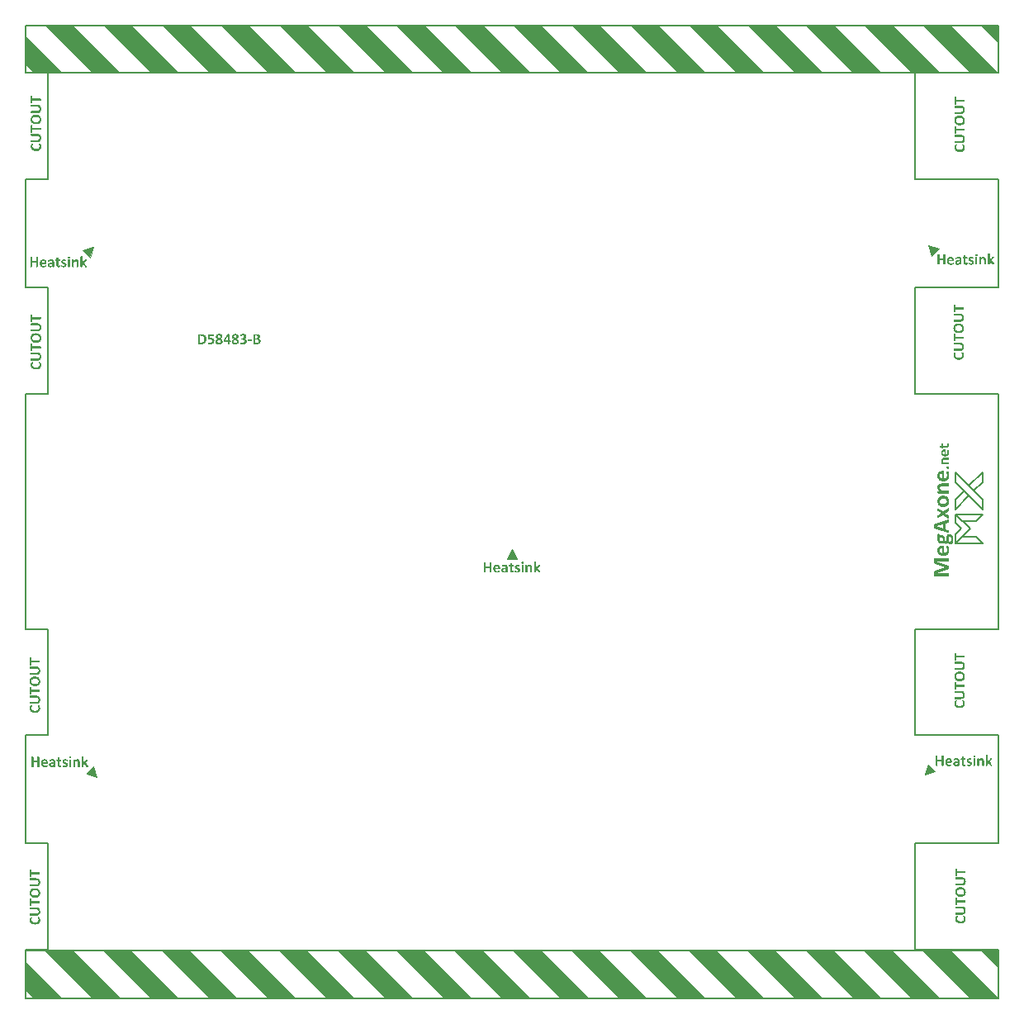
<source format=gto>
%FSLAX44Y44*%
%MOMM*%
G71*
G01*
G75*
G04 Layer_Color=65535*
%ADD10C,0.5000*%
%ADD11C,1.0000*%
%ADD12C,1.2000*%
%ADD13C,6.5000*%
%ADD14C,0.6000*%
%ADD15R,3.0000X1.2000*%
%ADD16R,3.3000X1.0000*%
%ADD17R,3.3000X1.3000*%
%ADD18R,0.9200X2.3400*%
%ADD19R,0.7200X2.3400*%
%ADD20R,1.0000X1.0000*%
%ADD21R,0.9000X1.0000*%
%ADD22R,1.5000X0.6000*%
%ADD23C,0.2000*%
%ADD24C,0.1500*%
%ADD25C,0.1000*%
G36*
X1783982Y1396611D02*
X1784138Y1396591D01*
X1784470Y1396533D01*
X1784606Y1396455D01*
X1784724Y1396377D01*
X1784743Y1396357D01*
X1784763Y1396318D01*
X1784801Y1396260D01*
X1784841Y1396162D01*
X1784899Y1396045D01*
X1784938Y1395870D01*
X1784958Y1395674D01*
X1784977Y1395440D01*
Y1395421D01*
Y1395343D01*
X1784958Y1395226D01*
X1784938Y1395070D01*
X1784879Y1394777D01*
X1784821Y1394641D01*
X1784743Y1394524D01*
X1784724Y1394504D01*
X1784684Y1394485D01*
X1784626Y1394446D01*
X1784528Y1394407D01*
X1784392Y1394348D01*
X1784216Y1394309D01*
X1784021Y1394290D01*
X1783768Y1394270D01*
X1783651D01*
X1783514Y1394290D01*
X1783358Y1394309D01*
X1783026Y1394387D01*
X1782890Y1394446D01*
X1782773Y1394524D01*
X1782753Y1394543D01*
X1782734Y1394582D01*
X1782695Y1394641D01*
X1782636Y1394738D01*
X1782578Y1394855D01*
X1782539Y1395031D01*
X1782519Y1395226D01*
X1782500Y1395460D01*
Y1395499D01*
Y1395577D01*
X1782519Y1395674D01*
X1782539Y1395831D01*
X1782597Y1396123D01*
X1782675Y1396260D01*
X1782753Y1396377D01*
X1782773Y1396396D01*
X1782812Y1396416D01*
X1782870Y1396455D01*
X1782968Y1396513D01*
X1783104Y1396552D01*
X1783280Y1396591D01*
X1783475Y1396611D01*
X1783729Y1396630D01*
X1783846D01*
X1783982Y1396611D01*
D02*
G37*
G36*
X1784704Y1405448D02*
X1784743Y1405409D01*
X1784782Y1405370D01*
X1784801Y1405331D01*
X1784841Y1405253D01*
Y1405233D01*
X1784860Y1405175D01*
X1784879Y1405077D01*
X1784899Y1404940D01*
Y1404901D01*
Y1404804D01*
X1784919Y1404648D01*
Y1404453D01*
Y1404433D01*
Y1404414D01*
Y1404277D01*
Y1404121D01*
X1784899Y1403965D01*
Y1403926D01*
X1784879Y1403848D01*
X1784860Y1403750D01*
X1784841Y1403653D01*
Y1403634D01*
X1784821Y1403594D01*
X1784782Y1403536D01*
X1784743Y1403497D01*
X1784724D01*
X1784704Y1403477D01*
X1784606Y1403458D01*
X1780256D01*
X1779983Y1403419D01*
X1779847Y1403399D01*
X1779730Y1403380D01*
X1779710D01*
X1779671Y1403360D01*
X1779554Y1403321D01*
X1779398Y1403243D01*
X1779223Y1403146D01*
X1779203D01*
X1779183Y1403126D01*
X1779105Y1403048D01*
X1778988Y1402931D01*
X1778891Y1402775D01*
X1778871Y1402736D01*
X1778832Y1402639D01*
X1778793Y1402463D01*
X1778774Y1402249D01*
Y1402229D01*
Y1402190D01*
X1778793Y1402112D01*
X1778813Y1402014D01*
X1778852Y1401878D01*
X1778891Y1401761D01*
X1778969Y1401605D01*
X1779066Y1401468D01*
X1779086Y1401449D01*
X1779125Y1401410D01*
X1779183Y1401332D01*
X1779261Y1401215D01*
X1779379Y1401098D01*
X1779535Y1400961D01*
X1779691Y1400824D01*
X1779886Y1400668D01*
X1784646D01*
X1784704Y1400649D01*
X1784743Y1400610D01*
X1784782Y1400571D01*
X1784801Y1400532D01*
X1784841Y1400454D01*
Y1400434D01*
X1784860Y1400376D01*
X1784879Y1400278D01*
X1784899Y1400142D01*
Y1400103D01*
Y1400005D01*
X1784919Y1399849D01*
Y1399654D01*
Y1399635D01*
Y1399615D01*
Y1399478D01*
Y1399322D01*
X1784899Y1399166D01*
Y1399127D01*
X1784879Y1399049D01*
X1784860Y1398952D01*
X1784841Y1398854D01*
Y1398835D01*
X1784821Y1398796D01*
X1784782Y1398737D01*
X1784743Y1398698D01*
X1784724D01*
X1784704Y1398679D01*
X1784606Y1398659D01*
X1777447D01*
X1777350Y1398698D01*
X1777330D01*
X1777311Y1398737D01*
X1777291Y1398776D01*
X1777252Y1398835D01*
Y1398854D01*
X1777233Y1398913D01*
X1777213Y1398991D01*
X1777194Y1399088D01*
Y1399127D01*
X1777174Y1399205D01*
X1777155Y1399342D01*
Y1399517D01*
Y1399537D01*
Y1399556D01*
Y1399673D01*
X1777174Y1399790D01*
X1777194Y1399927D01*
Y1399966D01*
X1777213Y1400025D01*
X1777233Y1400103D01*
X1777252Y1400181D01*
Y1400200D01*
X1777272Y1400239D01*
X1777311Y1400278D01*
X1777350Y1400317D01*
X1777389Y1400337D01*
X1777486Y1400356D01*
X1778306D01*
X1778286Y1400376D01*
X1778208Y1400454D01*
X1778091Y1400571D01*
X1777935Y1400727D01*
X1777798Y1400922D01*
X1777623Y1401117D01*
X1777486Y1401332D01*
X1777350Y1401566D01*
X1777330Y1401585D01*
X1777291Y1401663D01*
X1777252Y1401800D01*
X1777174Y1401956D01*
X1777116Y1402151D01*
X1777077Y1402366D01*
X1777038Y1402580D01*
X1777018Y1402834D01*
Y1402873D01*
Y1402951D01*
X1777038Y1403087D01*
X1777057Y1403263D01*
X1777077Y1403458D01*
X1777116Y1403672D01*
X1777194Y1403868D01*
X1777272Y1404063D01*
X1777291Y1404082D01*
X1777311Y1404141D01*
X1777369Y1404238D01*
X1777447Y1404355D01*
X1777642Y1404628D01*
X1777915Y1404882D01*
X1777935Y1404901D01*
X1777993Y1404940D01*
X1778071Y1404980D01*
X1778189Y1405058D01*
X1778325Y1405135D01*
X1778501Y1405194D01*
X1778676Y1405272D01*
X1778891Y1405331D01*
X1778910D01*
X1778988Y1405350D01*
X1779105Y1405370D01*
X1779261Y1405409D01*
X1779456Y1405428D01*
X1779671Y1405448D01*
X1779925Y1405467D01*
X1784646D01*
X1784704Y1405448D01*
D02*
G37*
G36*
X1779110Y1391985D02*
X1779374Y1391897D01*
X1779608Y1391750D01*
X1779637Y1391721D01*
X1779725Y1391575D01*
X1779842Y1391370D01*
X1779872Y1391077D01*
Y1384575D01*
X1780135D01*
X1780282Y1384604D01*
X1780692Y1384634D01*
X1781131Y1384722D01*
X1781160D01*
X1781219Y1384751D01*
X1781336Y1384810D01*
X1781453Y1384868D01*
X1781775Y1385014D01*
X1782097Y1385249D01*
X1782127Y1385278D01*
X1782156Y1385307D01*
X1782215Y1385395D01*
X1782302Y1385483D01*
X1782507Y1385776D01*
X1782683Y1386157D01*
Y1386186D01*
X1782712Y1386245D01*
X1782742Y1386362D01*
X1782771Y1386537D01*
X1782800Y1386742D01*
X1782829Y1386947D01*
X1782859Y1387211D01*
Y1387504D01*
Y1387533D01*
Y1387650D01*
Y1387797D01*
Y1387972D01*
X1782829Y1388412D01*
X1782771Y1388880D01*
Y1388910D01*
X1782742Y1388997D01*
X1782712Y1389085D01*
X1782683Y1389232D01*
X1782595Y1389583D01*
X1782507Y1389935D01*
Y1389964D01*
X1782478Y1390022D01*
X1782419Y1390198D01*
X1782332Y1390403D01*
X1782244Y1390638D01*
X1782215Y1390696D01*
X1782185Y1390813D01*
X1782156Y1390960D01*
X1782127Y1391106D01*
Y1391135D01*
Y1391165D01*
X1782185Y1391282D01*
Y1391311D01*
X1782215Y1391340D01*
X1782244Y1391370D01*
X1782332Y1391399D01*
X1782361D01*
X1782419Y1391428D01*
X1782507Y1391458D01*
X1782654Y1391487D01*
X1782683D01*
X1782771Y1391516D01*
X1783445D01*
X1783591Y1391487D01*
X1783708D01*
X1783913Y1391458D01*
X1783942D01*
X1784001Y1391428D01*
X1784147Y1391370D01*
X1784206Y1391340D01*
X1784323Y1391252D01*
Y1391223D01*
X1784382Y1391165D01*
X1784440Y1391018D01*
X1784528Y1390813D01*
X1784557Y1390755D01*
X1784616Y1390579D01*
X1784704Y1390315D01*
X1784821Y1389935D01*
Y1389905D01*
X1784850Y1389847D01*
Y1389730D01*
X1784879Y1389583D01*
X1784909Y1389408D01*
X1784967Y1389203D01*
X1785026Y1388705D01*
Y1388675D01*
X1785055Y1388587D01*
Y1388441D01*
X1785085Y1388265D01*
X1785114Y1388031D01*
Y1387767D01*
X1785143Y1387211D01*
Y1387182D01*
Y1387152D01*
Y1386977D01*
X1785114Y1386713D01*
X1785085Y1386362D01*
X1785055Y1385981D01*
X1784997Y1385542D01*
X1784909Y1385102D01*
X1784792Y1384692D01*
X1784762Y1384634D01*
X1784733Y1384517D01*
X1784645Y1384312D01*
X1784528Y1384077D01*
X1784382Y1383784D01*
X1784177Y1383492D01*
X1783972Y1383199D01*
X1783708Y1382906D01*
X1783679Y1382877D01*
X1783562Y1382789D01*
X1783415Y1382672D01*
X1783210Y1382525D01*
X1782947Y1382350D01*
X1782625Y1382174D01*
X1782273Y1381998D01*
X1781863Y1381852D01*
X1781805D01*
X1781658Y1381793D01*
X1781424Y1381734D01*
X1781131Y1381676D01*
X1780750Y1381617D01*
X1780282Y1381559D01*
X1779784Y1381530D01*
X1779257Y1381500D01*
X1779022D01*
X1778729Y1381530D01*
X1778407Y1381559D01*
X1777997Y1381588D01*
X1777558Y1381647D01*
X1777119Y1381734D01*
X1776679Y1381852D01*
X1776621Y1381881D01*
X1776474Y1381910D01*
X1776269Y1381998D01*
X1776006Y1382144D01*
X1775713Y1382291D01*
X1775391Y1382467D01*
X1775069Y1382701D01*
X1774747Y1382935D01*
X1774717Y1382964D01*
X1774600Y1383052D01*
X1774454Y1383199D01*
X1774278Y1383404D01*
X1774073Y1383667D01*
X1773868Y1383960D01*
X1773692Y1384282D01*
X1773517Y1384663D01*
X1773487Y1384722D01*
X1773458Y1384839D01*
X1773370Y1385044D01*
X1773282Y1385337D01*
X1773224Y1385659D01*
X1773136Y1386069D01*
X1773107Y1386479D01*
X1773077Y1386947D01*
Y1386977D01*
Y1387006D01*
Y1387182D01*
X1773107Y1387416D01*
X1773136Y1387738D01*
X1773165Y1388090D01*
X1773253Y1388470D01*
X1773341Y1388851D01*
X1773487Y1389232D01*
X1773517Y1389261D01*
X1773546Y1389408D01*
X1773634Y1389583D01*
X1773751Y1389788D01*
X1773927Y1390052D01*
X1774102Y1390315D01*
X1774307Y1390579D01*
X1774571Y1390813D01*
X1774600Y1390842D01*
X1774688Y1390901D01*
X1774834Y1391018D01*
X1775039Y1391165D01*
X1775274Y1391311D01*
X1775567Y1391458D01*
X1775889Y1391604D01*
X1776240Y1391721D01*
X1776269D01*
X1776416Y1391780D01*
X1776591Y1391809D01*
X1776855Y1391868D01*
X1777177Y1391926D01*
X1777529Y1391955D01*
X1777909Y1392014D01*
X1778993D01*
X1779110Y1391985D01*
D02*
G37*
G36*
X1779520Y1366564D02*
X1779842Y1366535D01*
X1780223Y1366506D01*
X1780633Y1366447D01*
X1781072Y1366330D01*
X1781512Y1366213D01*
X1781570Y1366183D01*
X1781687Y1366154D01*
X1781892Y1366066D01*
X1782156Y1365949D01*
X1782478Y1365803D01*
X1782800Y1365598D01*
X1783122Y1365393D01*
X1783445Y1365129D01*
X1783474Y1365100D01*
X1783591Y1365012D01*
X1783737Y1364836D01*
X1783913Y1364631D01*
X1784118Y1364368D01*
X1784323Y1364046D01*
X1784528Y1363694D01*
X1784704Y1363284D01*
X1784733Y1363226D01*
X1784762Y1363079D01*
X1784850Y1362845D01*
X1784909Y1362552D01*
X1784997Y1362171D01*
X1785085Y1361732D01*
X1785114Y1361234D01*
X1785143Y1360707D01*
Y1360678D01*
Y1360648D01*
Y1360473D01*
X1785114Y1360209D01*
X1785085Y1359858D01*
X1785055Y1359477D01*
X1784967Y1359067D01*
X1784879Y1358628D01*
X1784762Y1358218D01*
X1784733Y1358159D01*
X1784675Y1358042D01*
X1784587Y1357837D01*
X1784469Y1357603D01*
X1784294Y1357339D01*
X1784118Y1357046D01*
X1783884Y1356753D01*
X1783620Y1356461D01*
X1783591Y1356431D01*
X1783474Y1356343D01*
X1783327Y1356226D01*
X1783093Y1356080D01*
X1782829Y1355904D01*
X1782507Y1355728D01*
X1782156Y1355582D01*
X1781775Y1355435D01*
X1781717D01*
X1781570Y1355377D01*
X1781336Y1355348D01*
X1781043Y1355289D01*
X1780662Y1355231D01*
X1780223Y1355172D01*
X1779754Y1355143D01*
X1779227Y1355113D01*
X1778993D01*
X1778729Y1355143D01*
X1778407Y1355172D01*
X1778027Y1355201D01*
X1777587Y1355260D01*
X1777177Y1355348D01*
X1776738Y1355465D01*
X1776679Y1355494D01*
X1776533Y1355523D01*
X1776328Y1355611D01*
X1776064Y1355758D01*
X1775771Y1355904D01*
X1775449Y1356109D01*
X1775127Y1356314D01*
X1774805Y1356578D01*
X1774776Y1356607D01*
X1774659Y1356724D01*
X1774512Y1356871D01*
X1774337Y1357076D01*
X1774131Y1357339D01*
X1773927Y1357661D01*
X1773721Y1358013D01*
X1773546Y1358393D01*
X1773517Y1358452D01*
X1773458Y1358598D01*
X1773399Y1358833D01*
X1773311Y1359126D01*
X1773224Y1359506D01*
X1773136Y1359946D01*
X1773107Y1360443D01*
X1773077Y1360971D01*
Y1361000D01*
Y1361029D01*
Y1361205D01*
X1773107Y1361468D01*
X1773136Y1361820D01*
X1773165Y1362201D01*
X1773253Y1362640D01*
X1773341Y1363050D01*
X1773487Y1363460D01*
X1773517Y1363519D01*
X1773546Y1363636D01*
X1773634Y1363841D01*
X1773780Y1364075D01*
X1773927Y1364368D01*
X1774131Y1364661D01*
X1774366Y1364953D01*
X1774629Y1365217D01*
X1774659Y1365246D01*
X1774776Y1365334D01*
X1774922Y1365451D01*
X1775157Y1365598D01*
X1775420Y1365773D01*
X1775742Y1365949D01*
X1776094Y1366096D01*
X1776504Y1366242D01*
X1776562Y1366271D01*
X1776709Y1366301D01*
X1776914Y1366359D01*
X1777236Y1366418D01*
X1777587Y1366476D01*
X1778027Y1366535D01*
X1778495Y1366593D01*
X1779257D01*
X1779520Y1366564D01*
D02*
G37*
G36*
X1784616Y1379157D02*
X1784675Y1379099D01*
X1784733Y1379040D01*
X1784762Y1378982D01*
X1784821Y1378864D01*
Y1378835D01*
X1784850Y1378747D01*
X1784879Y1378601D01*
X1784909Y1378396D01*
Y1378337D01*
Y1378191D01*
X1784938Y1377957D01*
Y1377664D01*
Y1377634D01*
Y1377605D01*
Y1377400D01*
Y1377166D01*
X1784909Y1376931D01*
Y1376873D01*
X1784879Y1376756D01*
X1784850Y1376609D01*
X1784821Y1376463D01*
Y1376434D01*
X1784792Y1376375D01*
X1784733Y1376287D01*
X1784675Y1376229D01*
X1784645D01*
X1784616Y1376199D01*
X1784469Y1376170D01*
X1777939D01*
X1777529Y1376111D01*
X1777324Y1376082D01*
X1777148Y1376053D01*
X1777119D01*
X1777060Y1376024D01*
X1776884Y1375965D01*
X1776650Y1375848D01*
X1776387Y1375701D01*
X1776357D01*
X1776328Y1375672D01*
X1776211Y1375555D01*
X1776035Y1375379D01*
X1775889Y1375145D01*
X1775859Y1375087D01*
X1775801Y1374940D01*
X1775742Y1374677D01*
X1775713Y1374354D01*
Y1374325D01*
Y1374267D01*
X1775742Y1374149D01*
X1775771Y1374003D01*
X1775830Y1373798D01*
X1775889Y1373622D01*
X1776006Y1373388D01*
X1776152Y1373183D01*
X1776181Y1373154D01*
X1776240Y1373095D01*
X1776328Y1372978D01*
X1776445Y1372802D01*
X1776621Y1372626D01*
X1776855Y1372422D01*
X1777089Y1372216D01*
X1777382Y1371982D01*
X1784528D01*
X1784616Y1371953D01*
X1784675Y1371894D01*
X1784733Y1371836D01*
X1784762Y1371777D01*
X1784821Y1371660D01*
Y1371631D01*
X1784850Y1371543D01*
X1784879Y1371396D01*
X1784909Y1371191D01*
Y1371133D01*
Y1370986D01*
X1784938Y1370752D01*
Y1370459D01*
Y1370430D01*
Y1370401D01*
Y1370196D01*
Y1369961D01*
X1784909Y1369727D01*
Y1369669D01*
X1784879Y1369551D01*
X1784850Y1369405D01*
X1784821Y1369259D01*
Y1369229D01*
X1784792Y1369171D01*
X1784733Y1369083D01*
X1784675Y1369024D01*
X1784645D01*
X1784616Y1368995D01*
X1784469Y1368966D01*
X1773721D01*
X1773575Y1369024D01*
X1773546D01*
X1773517Y1369083D01*
X1773487Y1369141D01*
X1773429Y1369229D01*
Y1369259D01*
X1773399Y1369346D01*
X1773370Y1369464D01*
X1773341Y1369610D01*
Y1369669D01*
X1773311Y1369786D01*
X1773282Y1369991D01*
Y1370254D01*
Y1370284D01*
Y1370313D01*
Y1370489D01*
X1773311Y1370664D01*
X1773341Y1370869D01*
Y1370928D01*
X1773370Y1371016D01*
X1773399Y1371133D01*
X1773429Y1371250D01*
Y1371279D01*
X1773458Y1371338D01*
X1773517Y1371396D01*
X1773575Y1371455D01*
X1773634Y1371484D01*
X1773780Y1371514D01*
X1775010D01*
X1774981Y1371543D01*
X1774864Y1371660D01*
X1774688Y1371836D01*
X1774454Y1372070D01*
X1774249Y1372363D01*
X1773985Y1372656D01*
X1773780Y1372978D01*
X1773575Y1373329D01*
X1773546Y1373359D01*
X1773487Y1373476D01*
X1773429Y1373681D01*
X1773311Y1373915D01*
X1773224Y1374208D01*
X1773165Y1374530D01*
X1773107Y1374852D01*
X1773077Y1375233D01*
Y1375291D01*
Y1375409D01*
X1773107Y1375614D01*
X1773136Y1375877D01*
X1773165Y1376170D01*
X1773224Y1376492D01*
X1773341Y1376785D01*
X1773458Y1377078D01*
X1773487Y1377107D01*
X1773517Y1377195D01*
X1773604Y1377341D01*
X1773721Y1377517D01*
X1774014Y1377927D01*
X1774424Y1378308D01*
X1774454Y1378337D01*
X1774541Y1378396D01*
X1774659Y1378454D01*
X1774834Y1378572D01*
X1775039Y1378689D01*
X1775303Y1378777D01*
X1775567Y1378894D01*
X1775889Y1378982D01*
X1775918D01*
X1776035Y1379011D01*
X1776211Y1379040D01*
X1776445Y1379099D01*
X1776738Y1379128D01*
X1777060Y1379157D01*
X1777441Y1379187D01*
X1784528D01*
X1784616Y1379157D01*
D02*
G37*
G36*
X1053819Y1532514D02*
X1054053Y1532495D01*
X1054287Y1532456D01*
X1054541Y1532397D01*
X1054775Y1532339D01*
X1054795D01*
X1054873Y1532300D01*
X1054990Y1532261D01*
X1055146Y1532202D01*
X1055458Y1532046D01*
X1055633Y1531929D01*
X1055790Y1531812D01*
X1055809Y1531793D01*
X1055848Y1531754D01*
X1055926Y1531676D01*
X1056004Y1531597D01*
X1056102Y1531481D01*
X1056199Y1531344D01*
X1056375Y1531012D01*
Y1530993D01*
X1056414Y1530934D01*
X1056433Y1530837D01*
X1056472Y1530700D01*
X1056511Y1530564D01*
X1056531Y1530388D01*
X1056570Y1529978D01*
Y1529959D01*
Y1529920D01*
Y1529842D01*
X1056550Y1529744D01*
X1056511Y1529510D01*
X1056433Y1529257D01*
Y1529237D01*
X1056414Y1529198D01*
X1056394Y1529120D01*
X1056355Y1529042D01*
X1056238Y1528828D01*
X1056082Y1528574D01*
Y1528554D01*
X1056043Y1528515D01*
X1056004Y1528457D01*
X1055926Y1528379D01*
X1055770Y1528184D01*
X1055536Y1527969D01*
X1055517Y1527950D01*
X1055477Y1527930D01*
X1055419Y1527872D01*
X1055321Y1527813D01*
X1055087Y1527638D01*
X1054795Y1527462D01*
X1054814Y1527442D01*
X1054873Y1527423D01*
X1054970Y1527365D01*
X1055087Y1527306D01*
X1055360Y1527130D01*
X1055653Y1526916D01*
X1055673Y1526896D01*
X1055712Y1526857D01*
X1055790Y1526799D01*
X1055887Y1526721D01*
X1056082Y1526526D01*
X1056297Y1526292D01*
X1056316Y1526272D01*
X1056336Y1526233D01*
X1056394Y1526174D01*
X1056453Y1526077D01*
X1056589Y1525862D01*
X1056706Y1525589D01*
Y1525570D01*
X1056726Y1525531D01*
X1056765Y1525453D01*
X1056784Y1525355D01*
X1056823Y1525219D01*
X1056843Y1525082D01*
X1056862Y1524770D01*
Y1524731D01*
Y1524653D01*
X1056843Y1524516D01*
X1056823Y1524360D01*
X1056804Y1524165D01*
X1056765Y1523951D01*
X1056687Y1523736D01*
X1056609Y1523522D01*
X1056589Y1523502D01*
X1056570Y1523424D01*
X1056511Y1523327D01*
X1056433Y1523210D01*
X1056336Y1523053D01*
X1056199Y1522897D01*
X1056063Y1522741D01*
X1055887Y1522585D01*
X1055868Y1522566D01*
X1055809Y1522527D01*
X1055712Y1522449D01*
X1055575Y1522371D01*
X1055399Y1522293D01*
X1055204Y1522195D01*
X1054970Y1522097D01*
X1054717Y1522020D01*
X1054678D01*
X1054600Y1521980D01*
X1054444Y1521961D01*
X1054249Y1521922D01*
X1054014Y1521883D01*
X1053722Y1521864D01*
X1053410Y1521824D01*
X1052922D01*
X1052766Y1521844D01*
X1052551D01*
X1052317Y1521864D01*
X1052064Y1521902D01*
X1051791Y1521942D01*
X1051537Y1522000D01*
X1051517D01*
X1051420Y1522039D01*
X1051303Y1522078D01*
X1051147Y1522137D01*
X1050971Y1522195D01*
X1050796Y1522293D01*
X1050601Y1522390D01*
X1050425Y1522507D01*
X1050406Y1522527D01*
X1050347Y1522566D01*
X1050269Y1522644D01*
X1050172Y1522741D01*
X1050074Y1522858D01*
X1049957Y1522995D01*
X1049859Y1523170D01*
X1049762Y1523346D01*
Y1523365D01*
X1049723Y1523443D01*
X1049703Y1523541D01*
X1049664Y1523678D01*
X1049625Y1523853D01*
X1049586Y1524048D01*
X1049567Y1524263D01*
X1049547Y1524497D01*
Y1524516D01*
Y1524575D01*
Y1524653D01*
X1049567Y1524770D01*
X1049606Y1525024D01*
X1049664Y1525316D01*
Y1525336D01*
X1049684Y1525375D01*
X1049723Y1525453D01*
X1049762Y1525550D01*
X1049879Y1525784D01*
X1050054Y1526038D01*
X1050074Y1526057D01*
X1050113Y1526096D01*
X1050152Y1526155D01*
X1050230Y1526233D01*
X1050445Y1526448D01*
X1050698Y1526662D01*
X1050718Y1526682D01*
X1050776Y1526721D01*
X1050854Y1526760D01*
X1050952Y1526838D01*
X1051088Y1526916D01*
X1051244Y1527013D01*
X1051596Y1527208D01*
X1051576Y1527228D01*
X1051517Y1527247D01*
X1051440Y1527306D01*
X1051342Y1527365D01*
X1051108Y1527520D01*
X1050854Y1527696D01*
X1050835Y1527716D01*
X1050796Y1527735D01*
X1050737Y1527794D01*
X1050679Y1527872D01*
X1050484Y1528047D01*
X1050308Y1528262D01*
Y1528281D01*
X1050269Y1528320D01*
X1050230Y1528379D01*
X1050172Y1528457D01*
X1050054Y1528691D01*
X1049957Y1528945D01*
Y1528964D01*
X1049937Y1529003D01*
X1049918Y1529081D01*
X1049898Y1529179D01*
X1049879Y1529296D01*
X1049859Y1529432D01*
X1049840Y1529744D01*
Y1529764D01*
Y1529842D01*
X1049859Y1529978D01*
Y1530115D01*
X1049898Y1530291D01*
X1049937Y1530486D01*
X1049976Y1530681D01*
X1050054Y1530876D01*
X1050074Y1530895D01*
X1050094Y1530954D01*
X1050152Y1531051D01*
X1050210Y1531168D01*
X1050308Y1531305D01*
X1050425Y1531461D01*
X1050542Y1531617D01*
X1050698Y1531754D01*
X1050718Y1531773D01*
X1050776Y1531812D01*
X1050874Y1531890D01*
X1051010Y1531968D01*
X1051166Y1532046D01*
X1051342Y1532144D01*
X1051556Y1532241D01*
X1051791Y1532319D01*
X1051830Y1532339D01*
X1051908Y1532358D01*
X1052044Y1532397D01*
X1052239Y1532436D01*
X1052454Y1532475D01*
X1052707Y1532495D01*
X1053000Y1532534D01*
X1053624D01*
X1053819Y1532514D01*
D02*
G37*
G36*
X1046465Y1532378D02*
X1046699Y1532358D01*
X1046758D01*
X1046875Y1532339D01*
X1047011Y1532319D01*
X1047148Y1532300D01*
X1047187D01*
X1047245Y1532280D01*
X1047323Y1532241D01*
X1047402Y1532183D01*
X1047421D01*
X1047460Y1532144D01*
X1047479Y1532105D01*
X1047499Y1532046D01*
Y1525823D01*
X1048435D01*
X1048494Y1525804D01*
X1048552Y1525726D01*
X1048591Y1525687D01*
X1048630Y1525609D01*
X1048650Y1525570D01*
X1048669Y1525531D01*
X1048689Y1525453D01*
Y1525375D01*
X1048708Y1525258D01*
X1048728Y1525121D01*
Y1524965D01*
Y1524946D01*
Y1524907D01*
Y1524828D01*
X1048708Y1524731D01*
X1048689Y1524536D01*
X1048630Y1524341D01*
X1048611Y1524302D01*
X1048572Y1524243D01*
X1048513Y1524185D01*
X1048416Y1524146D01*
X1047499D01*
Y1522273D01*
Y1522254D01*
Y1522234D01*
X1047479Y1522176D01*
X1047440Y1522137D01*
X1047402Y1522097D01*
X1047343Y1522078D01*
X1047265Y1522039D01*
X1047245D01*
X1047187Y1522020D01*
X1047089Y1522000D01*
X1046953Y1521980D01*
X1046836D01*
X1046680Y1521961D01*
X1046133D01*
X1045977Y1521980D01*
X1045938D01*
X1045860Y1522000D01*
X1045763Y1522020D01*
X1045665Y1522039D01*
X1045646D01*
X1045607Y1522059D01*
X1045548Y1522097D01*
X1045509Y1522137D01*
Y1522156D01*
X1045490Y1522176D01*
X1045470Y1522273D01*
Y1524146D01*
X1041432D01*
X1041296Y1524165D01*
X1041276D01*
X1041257Y1524185D01*
X1041198Y1524224D01*
X1041159Y1524282D01*
Y1524302D01*
X1041120Y1524360D01*
X1041101Y1524458D01*
X1041081Y1524575D01*
Y1524614D01*
Y1524711D01*
X1041062Y1524868D01*
Y1525082D01*
Y1525102D01*
Y1525121D01*
Y1525238D01*
Y1525375D01*
Y1525511D01*
Y1525550D01*
X1041081Y1525628D01*
Y1525745D01*
X1041101Y1525862D01*
Y1525882D01*
X1041120Y1525960D01*
X1041159Y1526057D01*
X1041179Y1526155D01*
X1041198Y1526174D01*
X1041218Y1526233D01*
X1041257Y1526331D01*
X1041315Y1526428D01*
X1044514Y1532105D01*
Y1532124D01*
X1044553Y1532144D01*
X1044592Y1532183D01*
X1044651Y1532222D01*
X1044670Y1532241D01*
X1044729Y1532261D01*
X1044807Y1532280D01*
X1044924Y1532319D01*
X1044963D01*
X1045041Y1532339D01*
X1045178Y1532358D01*
X1045353Y1532378D01*
X1045451D01*
X1045529Y1532397D01*
X1046231D01*
X1046465Y1532378D01*
D02*
G37*
G36*
X1037238Y1532514D02*
X1037472Y1532495D01*
X1037706Y1532456D01*
X1037960Y1532397D01*
X1038194Y1532339D01*
X1038214D01*
X1038292Y1532300D01*
X1038409Y1532261D01*
X1038565Y1532202D01*
X1038877Y1532046D01*
X1039052Y1531929D01*
X1039208Y1531812D01*
X1039228Y1531793D01*
X1039267Y1531754D01*
X1039345Y1531676D01*
X1039423Y1531597D01*
X1039521Y1531481D01*
X1039618Y1531344D01*
X1039794Y1531012D01*
Y1530993D01*
X1039833Y1530934D01*
X1039852Y1530837D01*
X1039891Y1530700D01*
X1039930Y1530564D01*
X1039950Y1530388D01*
X1039989Y1529978D01*
Y1529959D01*
Y1529920D01*
Y1529842D01*
X1039969Y1529744D01*
X1039930Y1529510D01*
X1039852Y1529257D01*
Y1529237D01*
X1039833Y1529198D01*
X1039813Y1529120D01*
X1039774Y1529042D01*
X1039657Y1528828D01*
X1039501Y1528574D01*
Y1528554D01*
X1039462Y1528515D01*
X1039423Y1528457D01*
X1039345Y1528379D01*
X1039189Y1528184D01*
X1038955Y1527969D01*
X1038935Y1527950D01*
X1038896Y1527930D01*
X1038838Y1527872D01*
X1038740Y1527813D01*
X1038506Y1527638D01*
X1038214Y1527462D01*
X1038233Y1527442D01*
X1038292Y1527423D01*
X1038389Y1527365D01*
X1038506Y1527306D01*
X1038779Y1527130D01*
X1039072Y1526916D01*
X1039091Y1526896D01*
X1039130Y1526857D01*
X1039208Y1526799D01*
X1039306Y1526721D01*
X1039501Y1526526D01*
X1039716Y1526292D01*
X1039735Y1526272D01*
X1039755Y1526233D01*
X1039813Y1526174D01*
X1039872Y1526077D01*
X1040008Y1525862D01*
X1040125Y1525589D01*
Y1525570D01*
X1040145Y1525531D01*
X1040184Y1525453D01*
X1040203Y1525355D01*
X1040242Y1525219D01*
X1040262Y1525082D01*
X1040281Y1524770D01*
Y1524731D01*
Y1524653D01*
X1040262Y1524516D01*
X1040242Y1524360D01*
X1040223Y1524165D01*
X1040184Y1523951D01*
X1040106Y1523736D01*
X1040028Y1523522D01*
X1040008Y1523502D01*
X1039989Y1523424D01*
X1039930Y1523327D01*
X1039852Y1523210D01*
X1039755Y1523053D01*
X1039618Y1522897D01*
X1039482Y1522741D01*
X1039306Y1522585D01*
X1039286Y1522566D01*
X1039228Y1522527D01*
X1039130Y1522449D01*
X1038994Y1522371D01*
X1038818Y1522293D01*
X1038623Y1522195D01*
X1038389Y1522097D01*
X1038136Y1522020D01*
X1038096D01*
X1038018Y1521980D01*
X1037862Y1521961D01*
X1037667Y1521922D01*
X1037433Y1521883D01*
X1037141Y1521864D01*
X1036829Y1521824D01*
X1036341D01*
X1036185Y1521844D01*
X1035970D01*
X1035736Y1521864D01*
X1035483Y1521902D01*
X1035210Y1521942D01*
X1034956Y1522000D01*
X1034936D01*
X1034839Y1522039D01*
X1034722Y1522078D01*
X1034566Y1522137D01*
X1034390Y1522195D01*
X1034215Y1522293D01*
X1034019Y1522390D01*
X1033844Y1522507D01*
X1033824Y1522527D01*
X1033766Y1522566D01*
X1033688Y1522644D01*
X1033590Y1522741D01*
X1033493Y1522858D01*
X1033376Y1522995D01*
X1033278Y1523170D01*
X1033181Y1523346D01*
Y1523365D01*
X1033142Y1523443D01*
X1033122Y1523541D01*
X1033083Y1523678D01*
X1033044Y1523853D01*
X1033005Y1524048D01*
X1032986Y1524263D01*
X1032966Y1524497D01*
Y1524516D01*
Y1524575D01*
Y1524653D01*
X1032986Y1524770D01*
X1033025Y1525024D01*
X1033083Y1525316D01*
Y1525336D01*
X1033103Y1525375D01*
X1033142Y1525453D01*
X1033181Y1525550D01*
X1033298Y1525784D01*
X1033473Y1526038D01*
X1033493Y1526057D01*
X1033532Y1526096D01*
X1033571Y1526155D01*
X1033649Y1526233D01*
X1033864Y1526448D01*
X1034117Y1526662D01*
X1034137Y1526682D01*
X1034195Y1526721D01*
X1034273Y1526760D01*
X1034371Y1526838D01*
X1034507Y1526916D01*
X1034663Y1527013D01*
X1035014Y1527208D01*
X1034995Y1527228D01*
X1034936Y1527247D01*
X1034858Y1527306D01*
X1034761Y1527365D01*
X1034527Y1527520D01*
X1034273Y1527696D01*
X1034254Y1527716D01*
X1034215Y1527735D01*
X1034156Y1527794D01*
X1034098Y1527872D01*
X1033903Y1528047D01*
X1033727Y1528262D01*
Y1528281D01*
X1033688Y1528320D01*
X1033649Y1528379D01*
X1033590Y1528457D01*
X1033473Y1528691D01*
X1033376Y1528945D01*
Y1528964D01*
X1033356Y1529003D01*
X1033337Y1529081D01*
X1033317Y1529179D01*
X1033298Y1529296D01*
X1033278Y1529432D01*
X1033259Y1529744D01*
Y1529764D01*
Y1529842D01*
X1033278Y1529978D01*
Y1530115D01*
X1033317Y1530291D01*
X1033356Y1530486D01*
X1033395Y1530681D01*
X1033473Y1530876D01*
X1033493Y1530895D01*
X1033512Y1530954D01*
X1033571Y1531051D01*
X1033629Y1531168D01*
X1033727Y1531305D01*
X1033844Y1531461D01*
X1033961Y1531617D01*
X1034117Y1531754D01*
X1034137Y1531773D01*
X1034195Y1531812D01*
X1034293Y1531890D01*
X1034429Y1531968D01*
X1034585Y1532046D01*
X1034761Y1532144D01*
X1034975Y1532241D01*
X1035210Y1532319D01*
X1035248Y1532339D01*
X1035327Y1532358D01*
X1035463Y1532397D01*
X1035658Y1532436D01*
X1035873Y1532475D01*
X1036126Y1532495D01*
X1036419Y1532534D01*
X1037043D01*
X1037238Y1532514D01*
D02*
G37*
G36*
X1781037Y1413992D02*
X1781212Y1413933D01*
X1781368Y1413836D01*
X1781388Y1413816D01*
X1781446Y1413719D01*
X1781524Y1413582D01*
X1781544Y1413387D01*
Y1409057D01*
X1781719D01*
X1781817Y1409076D01*
X1782090Y1409095D01*
X1782383Y1409154D01*
X1782402D01*
X1782441Y1409173D01*
X1782519Y1409212D01*
X1782597Y1409252D01*
X1782812Y1409349D01*
X1783026Y1409505D01*
X1783046Y1409525D01*
X1783065Y1409544D01*
X1783104Y1409603D01*
X1783163Y1409661D01*
X1783300Y1409856D01*
X1783416Y1410110D01*
Y1410129D01*
X1783436Y1410168D01*
X1783456Y1410246D01*
X1783475Y1410363D01*
X1783495Y1410500D01*
X1783514Y1410636D01*
X1783533Y1410812D01*
Y1411007D01*
Y1411027D01*
Y1411105D01*
Y1411202D01*
Y1411319D01*
X1783514Y1411612D01*
X1783475Y1411924D01*
Y1411944D01*
X1783456Y1412002D01*
X1783436Y1412061D01*
X1783416Y1412158D01*
X1783358Y1412392D01*
X1783300Y1412626D01*
Y1412646D01*
X1783280Y1412685D01*
X1783241Y1412802D01*
X1783182Y1412938D01*
X1783124Y1413094D01*
X1783104Y1413134D01*
X1783085Y1413212D01*
X1783065Y1413309D01*
X1783046Y1413407D01*
Y1413426D01*
Y1413446D01*
X1783085Y1413524D01*
Y1413543D01*
X1783104Y1413563D01*
X1783124Y1413582D01*
X1783182Y1413602D01*
X1783202D01*
X1783241Y1413621D01*
X1783300Y1413641D01*
X1783397Y1413660D01*
X1783416D01*
X1783475Y1413680D01*
X1783924D01*
X1784021Y1413660D01*
X1784099D01*
X1784236Y1413641D01*
X1784255D01*
X1784294Y1413621D01*
X1784392Y1413582D01*
X1784431Y1413563D01*
X1784509Y1413504D01*
Y1413485D01*
X1784548Y1413446D01*
X1784587Y1413348D01*
X1784646Y1413212D01*
X1784665Y1413172D01*
X1784704Y1413055D01*
X1784763Y1412880D01*
X1784841Y1412626D01*
Y1412607D01*
X1784860Y1412568D01*
Y1412490D01*
X1784879Y1412392D01*
X1784899Y1412275D01*
X1784938Y1412139D01*
X1784977Y1411807D01*
Y1411788D01*
X1784997Y1411729D01*
Y1411631D01*
X1785016Y1411514D01*
X1785036Y1411358D01*
Y1411183D01*
X1785055Y1410812D01*
Y1410793D01*
Y1410773D01*
Y1410656D01*
X1785036Y1410480D01*
X1785016Y1410246D01*
X1784997Y1409993D01*
X1784958Y1409700D01*
X1784899Y1409408D01*
X1784821Y1409135D01*
X1784801Y1409095D01*
X1784782Y1409017D01*
X1784724Y1408881D01*
X1784646Y1408725D01*
X1784548Y1408530D01*
X1784411Y1408335D01*
X1784275Y1408140D01*
X1784099Y1407945D01*
X1784080Y1407925D01*
X1784002Y1407867D01*
X1783904Y1407789D01*
X1783768Y1407691D01*
X1783592Y1407574D01*
X1783378Y1407457D01*
X1783143Y1407340D01*
X1782870Y1407242D01*
X1782831D01*
X1782734Y1407203D01*
X1782578Y1407164D01*
X1782383Y1407125D01*
X1782129Y1407086D01*
X1781817Y1407047D01*
X1781485Y1407028D01*
X1781134Y1407008D01*
X1780978D01*
X1780783Y1407028D01*
X1780568Y1407047D01*
X1780295Y1407067D01*
X1780003Y1407106D01*
X1779710Y1407164D01*
X1779418Y1407242D01*
X1779379Y1407262D01*
X1779281Y1407281D01*
X1779144Y1407340D01*
X1778969Y1407437D01*
X1778774Y1407535D01*
X1778559Y1407652D01*
X1778345Y1407808D01*
X1778130Y1407964D01*
X1778111Y1407984D01*
X1778033Y1408042D01*
X1777935Y1408140D01*
X1777818Y1408276D01*
X1777681Y1408452D01*
X1777545Y1408647D01*
X1777428Y1408861D01*
X1777311Y1409115D01*
X1777291Y1409154D01*
X1777272Y1409232D01*
X1777213Y1409369D01*
X1777155Y1409564D01*
X1777116Y1409778D01*
X1777057Y1410051D01*
X1777038Y1410324D01*
X1777018Y1410636D01*
Y1410656D01*
Y1410676D01*
Y1410793D01*
X1777038Y1410949D01*
X1777057Y1411163D01*
X1777077Y1411397D01*
X1777135Y1411651D01*
X1777194Y1411904D01*
X1777291Y1412158D01*
X1777311Y1412178D01*
X1777330Y1412275D01*
X1777389Y1412392D01*
X1777467Y1412529D01*
X1777584Y1412704D01*
X1777701Y1412880D01*
X1777837Y1413055D01*
X1778013Y1413212D01*
X1778033Y1413231D01*
X1778091Y1413270D01*
X1778189Y1413348D01*
X1778325Y1413446D01*
X1778481Y1413543D01*
X1778676Y1413641D01*
X1778891Y1413738D01*
X1779125Y1413816D01*
X1779144D01*
X1779242Y1413855D01*
X1779359Y1413875D01*
X1779535Y1413914D01*
X1779749Y1413953D01*
X1779983Y1413972D01*
X1780237Y1414011D01*
X1780959D01*
X1781037Y1413992D01*
D02*
G37*
G36*
X1784294Y1419863D02*
X1784470Y1419824D01*
X1784489D01*
X1784567Y1419805D01*
X1784646Y1419766D01*
X1784724Y1419707D01*
Y1419688D01*
X1784763Y1419668D01*
X1784801Y1419590D01*
X1784841Y1419493D01*
Y1419473D01*
X1784879Y1419395D01*
X1784899Y1419298D01*
X1784938Y1419161D01*
Y1419122D01*
X1784958Y1419044D01*
X1784977Y1418908D01*
X1784997Y1418752D01*
Y1418712D01*
X1785016Y1418615D01*
X1785036Y1418478D01*
Y1418322D01*
Y1418303D01*
Y1418225D01*
Y1418108D01*
X1785016Y1417971D01*
X1784997Y1417796D01*
X1784977Y1417620D01*
X1784879Y1417269D01*
Y1417249D01*
X1784860Y1417191D01*
X1784821Y1417113D01*
X1784763Y1417015D01*
X1784626Y1416781D01*
X1784431Y1416547D01*
X1784411Y1416528D01*
X1784372Y1416508D01*
X1784314Y1416450D01*
X1784216Y1416391D01*
X1784099Y1416313D01*
X1783963Y1416235D01*
X1783651Y1416118D01*
X1783631D01*
X1783573Y1416099D01*
X1783456Y1416079D01*
X1783319Y1416060D01*
X1783163Y1416040D01*
X1782968Y1416021D01*
X1782734Y1416001D01*
X1778852D01*
Y1415143D01*
Y1415123D01*
X1778832Y1415065D01*
X1778774Y1414987D01*
X1778676Y1414909D01*
X1778657D01*
X1778637Y1414889D01*
X1778598D01*
X1778520Y1414870D01*
X1778442Y1414850D01*
X1778325D01*
X1778189Y1414831D01*
X1777779D01*
X1777662Y1414850D01*
X1777623D01*
X1777564Y1414870D01*
X1777486Y1414889D01*
X1777408Y1414909D01*
X1777389D01*
X1777350Y1414928D01*
X1777311Y1414967D01*
X1777272Y1415006D01*
X1777252Y1415026D01*
X1777233Y1415045D01*
X1777213Y1415084D01*
Y1415143D01*
Y1416001D01*
X1775594D01*
X1775497Y1416040D01*
X1775477D01*
X1775458Y1416079D01*
X1775419Y1416118D01*
X1775379Y1416196D01*
Y1416216D01*
X1775360Y1416274D01*
X1775341Y1416372D01*
X1775321Y1416508D01*
Y1416547D01*
X1775302Y1416645D01*
X1775282Y1416801D01*
Y1416996D01*
Y1417015D01*
Y1417054D01*
Y1417171D01*
X1775302Y1417328D01*
X1775321Y1417484D01*
Y1417523D01*
X1775341Y1417601D01*
X1775360Y1417698D01*
X1775379Y1417796D01*
Y1417815D01*
X1775399Y1417854D01*
X1775438Y1417913D01*
X1775497Y1417952D01*
Y1417971D01*
X1775536Y1417991D01*
X1775575Y1418010D01*
X1777213D01*
Y1419551D01*
Y1419571D01*
Y1419590D01*
X1777233Y1419649D01*
X1777272Y1419688D01*
Y1419707D01*
X1777311Y1419727D01*
X1777350Y1419746D01*
X1777408Y1419785D01*
X1777428D01*
X1777467Y1419805D01*
X1777545Y1419824D01*
X1777662Y1419844D01*
X1777681D01*
X1777759Y1419863D01*
X1777876Y1419883D01*
X1778189D01*
X1778286Y1419863D01*
X1778501Y1419844D01*
X1778598Y1419824D01*
X1778676Y1419785D01*
X1778696Y1419766D01*
X1778754Y1419727D01*
X1778832Y1419668D01*
X1778852Y1419571D01*
Y1418010D01*
X1782305D01*
X1782402Y1418030D01*
X1782539D01*
X1782831Y1418088D01*
X1782968Y1418127D01*
X1783085Y1418186D01*
X1783104D01*
X1783124Y1418225D01*
X1783163Y1418264D01*
X1783221Y1418342D01*
X1783280Y1418420D01*
X1783319Y1418537D01*
X1783338Y1418674D01*
X1783358Y1418849D01*
Y1418869D01*
Y1418947D01*
Y1419025D01*
X1783338Y1419122D01*
Y1419142D01*
X1783319Y1419200D01*
X1783280Y1419356D01*
Y1419376D01*
X1783260Y1419415D01*
X1783221Y1419512D01*
Y1419532D01*
X1783202Y1419551D01*
X1783182Y1419649D01*
Y1419668D01*
X1783221Y1419727D01*
Y1419746D01*
X1783241Y1419766D01*
X1783280Y1419785D01*
X1783338Y1419805D01*
X1783358D01*
X1783397Y1419824D01*
X1783456D01*
X1783553Y1419844D01*
X1783573D01*
X1783651Y1419863D01*
X1783768Y1419883D01*
X1784119D01*
X1784294Y1419863D01*
D02*
G37*
G36*
X1820438Y1611453D02*
X1820614Y1611433D01*
X1820809Y1611414D01*
X1821024Y1611375D01*
X1821219Y1611297D01*
X1821414Y1611219D01*
X1821433Y1611199D01*
X1821492Y1611180D01*
X1821589Y1611121D01*
X1821706Y1611043D01*
X1821980Y1610848D01*
X1822233Y1610575D01*
X1822253Y1610556D01*
X1822292Y1610497D01*
X1822331Y1610419D01*
X1822409Y1610302D01*
X1822487Y1610165D01*
X1822545Y1609990D01*
X1822623Y1609814D01*
X1822682Y1609600D01*
Y1609580D01*
X1822701Y1609502D01*
X1822721Y1609385D01*
X1822760Y1609229D01*
X1822779Y1609034D01*
X1822799Y1608819D01*
X1822818Y1608566D01*
Y1608293D01*
Y1603884D01*
Y1603864D01*
Y1603845D01*
X1822799Y1603786D01*
X1822760Y1603748D01*
X1822721Y1603708D01*
X1822682Y1603689D01*
X1822604Y1603650D01*
X1822584D01*
X1822526Y1603630D01*
X1822428Y1603611D01*
X1822292Y1603591D01*
X1822155D01*
X1821999Y1603572D01*
X1821472D01*
X1821316Y1603591D01*
X1821277D01*
X1821199Y1603611D01*
X1821102Y1603630D01*
X1821004Y1603650D01*
X1820985D01*
X1820946Y1603669D01*
X1820887Y1603708D01*
X1820848Y1603748D01*
Y1603767D01*
X1820829Y1603786D01*
X1820809Y1603884D01*
Y1607941D01*
Y1607961D01*
Y1608020D01*
Y1608117D01*
Y1608234D01*
X1820770Y1608507D01*
X1820750Y1608644D01*
X1820731Y1608761D01*
Y1608780D01*
X1820712Y1608819D01*
X1820672Y1608936D01*
X1820594Y1609092D01*
X1820497Y1609268D01*
Y1609288D01*
X1820477Y1609307D01*
X1820399Y1609385D01*
X1820282Y1609502D01*
X1820126Y1609600D01*
X1820087Y1609619D01*
X1819990Y1609658D01*
X1819814Y1609697D01*
X1819600Y1609717D01*
X1819541D01*
X1819463Y1609697D01*
X1819366Y1609678D01*
X1819229Y1609639D01*
X1819112Y1609600D01*
X1818956Y1609522D01*
X1818819Y1609424D01*
X1818800Y1609405D01*
X1818761Y1609366D01*
X1818683Y1609307D01*
X1818566Y1609229D01*
X1818449Y1609112D01*
X1818312Y1608956D01*
X1818176Y1608800D01*
X1818020Y1608605D01*
Y1603884D01*
Y1603864D01*
Y1603845D01*
X1818000Y1603786D01*
X1817961Y1603748D01*
X1817922Y1603708D01*
X1817883Y1603689D01*
X1817805Y1603650D01*
X1817785D01*
X1817727Y1603630D01*
X1817629Y1603611D01*
X1817493Y1603591D01*
X1817356D01*
X1817200Y1603572D01*
X1816673D01*
X1816517Y1603591D01*
X1816478D01*
X1816400Y1603611D01*
X1816303Y1603630D01*
X1816205Y1603650D01*
X1816186D01*
X1816147Y1603669D01*
X1816088Y1603708D01*
X1816049Y1603748D01*
Y1603767D01*
X1816030Y1603786D01*
X1816010Y1603884D01*
Y1611004D01*
Y1611024D01*
Y1611043D01*
X1816049Y1611141D01*
Y1611160D01*
X1816088Y1611180D01*
X1816127Y1611199D01*
X1816186Y1611238D01*
X1816205D01*
X1816264Y1611258D01*
X1816342Y1611277D01*
X1816439Y1611297D01*
X1816478D01*
X1816557Y1611316D01*
X1816693Y1611336D01*
X1817025D01*
X1817142Y1611316D01*
X1817278Y1611297D01*
X1817317D01*
X1817376Y1611277D01*
X1817454Y1611258D01*
X1817532Y1611238D01*
X1817551D01*
X1817590Y1611219D01*
X1817629Y1611180D01*
X1817668Y1611141D01*
X1817688Y1611102D01*
X1817707Y1611004D01*
Y1610185D01*
X1817727Y1610204D01*
X1817805Y1610282D01*
X1817922Y1610399D01*
X1818078Y1610556D01*
X1818273Y1610692D01*
X1818468Y1610868D01*
X1818683Y1611004D01*
X1818917Y1611141D01*
X1818936Y1611160D01*
X1819014Y1611199D01*
X1819151Y1611238D01*
X1819307Y1611316D01*
X1819502Y1611375D01*
X1819717Y1611414D01*
X1819931Y1611453D01*
X1820185Y1611472D01*
X1820302D01*
X1820438Y1611453D01*
D02*
G37*
G36*
X1813221Y1614437D02*
X1813357D01*
X1813669Y1614359D01*
X1813806Y1614301D01*
X1813904Y1614223D01*
X1813923Y1614203D01*
X1813943Y1614184D01*
X1813981Y1614125D01*
X1814040Y1614028D01*
X1814079Y1613930D01*
X1814118Y1613774D01*
X1814138Y1613599D01*
X1814157Y1613403D01*
Y1613384D01*
Y1613306D01*
X1814138Y1613208D01*
X1814118Y1613072D01*
X1814060Y1612799D01*
X1813981Y1612662D01*
X1813904Y1612565D01*
X1813884D01*
X1813845Y1612526D01*
X1813786Y1612506D01*
X1813689Y1612467D01*
X1813572Y1612428D01*
X1813416Y1612389D01*
X1813221Y1612370D01*
X1812987Y1612350D01*
X1812870D01*
X1812753Y1612370D01*
X1812616D01*
X1812304Y1612448D01*
X1812167Y1612487D01*
X1812070Y1612565D01*
Y1612584D01*
X1812031Y1612604D01*
X1811992Y1612662D01*
X1811953Y1612740D01*
X1811914Y1612857D01*
X1811875Y1612994D01*
X1811855Y1613169D01*
X1811836Y1613365D01*
Y1613384D01*
Y1613462D01*
X1811855Y1613560D01*
X1811875Y1613696D01*
X1811933Y1613969D01*
X1811992Y1614106D01*
X1812070Y1614203D01*
X1812089Y1614223D01*
X1812128Y1614242D01*
X1812187Y1614281D01*
X1812284Y1614340D01*
X1812401Y1614379D01*
X1812558Y1614418D01*
X1812753Y1614437D01*
X1812987Y1614457D01*
X1813104D01*
X1813221Y1614437D01*
D02*
G37*
G36*
X1780624Y1613989D02*
X1780780Y1613969D01*
X1780819D01*
X1780897Y1613950D01*
X1781014Y1613930D01*
X1781112Y1613911D01*
X1781131D01*
X1781170Y1613891D01*
X1781229Y1613852D01*
X1781288Y1613794D01*
X1781307D01*
X1781326Y1613755D01*
X1781346Y1613716D01*
Y1613657D01*
Y1603904D01*
Y1603884D01*
Y1603864D01*
X1781326Y1603806D01*
X1781288Y1603748D01*
X1781268D01*
X1781248Y1603708D01*
X1781190Y1603689D01*
X1781112Y1603650D01*
X1781092D01*
X1781034Y1603630D01*
X1780917Y1603611D01*
X1780780Y1603591D01*
X1780644D01*
X1780488Y1603572D01*
X1779942D01*
X1779766Y1603591D01*
X1779727D01*
X1779649Y1603611D01*
X1779551Y1603630D01*
X1779454Y1603650D01*
X1779434D01*
X1779395Y1603669D01*
X1779337Y1603708D01*
X1779278Y1603748D01*
Y1603767D01*
X1779259Y1603806D01*
X1779239Y1603904D01*
Y1608078D01*
X1775377D01*
Y1603904D01*
Y1603884D01*
Y1603864D01*
X1775357Y1603806D01*
X1775318Y1603748D01*
X1775279Y1603708D01*
X1775221Y1603689D01*
X1775143Y1603650D01*
X1775123D01*
X1775065Y1603630D01*
X1774967Y1603611D01*
X1774831Y1603591D01*
X1774694D01*
X1774538Y1603572D01*
X1773972D01*
X1773797Y1603591D01*
X1773758D01*
X1773680Y1603611D01*
X1773582Y1603630D01*
X1773485Y1603650D01*
X1773465D01*
X1773426Y1603669D01*
X1773367Y1603708D01*
X1773309Y1603748D01*
Y1603767D01*
X1773289Y1603806D01*
X1773270Y1603904D01*
Y1613657D01*
Y1613677D01*
Y1613696D01*
X1773309Y1613794D01*
X1773329Y1613813D01*
X1773348Y1613833D01*
X1773407Y1613872D01*
X1773485Y1613911D01*
X1773504D01*
X1773563Y1613930D01*
X1773660Y1613950D01*
X1773797Y1613969D01*
X1773836D01*
X1773953Y1613989D01*
X1774109Y1614008D01*
X1774499D01*
X1774675Y1613989D01*
X1774831Y1613969D01*
X1774870D01*
X1774948Y1613950D01*
X1775045Y1613930D01*
X1775143Y1613911D01*
X1775162D01*
X1775221Y1613891D01*
X1775279Y1613852D01*
X1775318Y1613794D01*
X1775338D01*
X1775357Y1613755D01*
X1775377Y1613716D01*
Y1613657D01*
Y1609873D01*
X1779239D01*
Y1613657D01*
Y1613677D01*
Y1613696D01*
X1779278Y1613794D01*
X1779298Y1613813D01*
X1779317Y1613833D01*
X1779376Y1613872D01*
X1779454Y1613911D01*
X1779473D01*
X1779532Y1613930D01*
X1779629Y1613950D01*
X1779766Y1613969D01*
X1779805D01*
X1779922Y1613989D01*
X1780078Y1614008D01*
X1780468D01*
X1780624Y1613989D01*
D02*
G37*
G36*
X1826115Y1614711D02*
X1826271Y1614691D01*
X1826310D01*
X1826388Y1614671D01*
X1826486Y1614652D01*
X1826583Y1614633D01*
X1826603D01*
X1826642Y1614613D01*
X1826700Y1614574D01*
X1826739Y1614515D01*
X1826759D01*
X1826778Y1614476D01*
X1826798Y1614437D01*
Y1614379D01*
Y1608137D01*
X1828924Y1610965D01*
X1828944Y1610985D01*
X1828963Y1611024D01*
X1829061Y1611121D01*
X1829080Y1611141D01*
X1829119Y1611160D01*
X1829178Y1611199D01*
X1829256Y1611238D01*
X1829275D01*
X1829353Y1611258D01*
X1829451Y1611277D01*
X1829587Y1611297D01*
X1829626D01*
X1829724Y1611316D01*
X1829880Y1611336D01*
X1830270D01*
X1830426Y1611316D01*
X1830582Y1611297D01*
X1830621D01*
X1830699Y1611277D01*
X1830816Y1611258D01*
X1830914Y1611238D01*
X1830933D01*
X1830992Y1611219D01*
X1831050Y1611180D01*
X1831089Y1611141D01*
X1831109D01*
X1831128Y1611102D01*
X1831148Y1611063D01*
Y1611004D01*
Y1610985D01*
Y1610926D01*
X1831109Y1610848D01*
X1831070Y1610751D01*
X1831050Y1610731D01*
X1831031Y1610672D01*
X1830972Y1610575D01*
X1830894Y1610458D01*
X1828807Y1608098D01*
X1831226Y1604352D01*
X1831245Y1604333D01*
X1831284Y1604255D01*
X1831323Y1604177D01*
X1831362Y1604079D01*
X1831382Y1604060D01*
X1831402Y1604001D01*
X1831421Y1603943D01*
Y1603864D01*
Y1603845D01*
Y1603826D01*
X1831402Y1603767D01*
X1831362Y1603728D01*
X1831323Y1603689D01*
X1831284Y1603669D01*
X1831206Y1603630D01*
X1831187D01*
X1831128Y1603611D01*
X1831031D01*
X1830894Y1603591D01*
X1830758D01*
X1830582Y1603572D01*
X1829997D01*
X1829821Y1603591D01*
X1829782D01*
X1829704Y1603611D01*
X1829607D01*
X1829490Y1603630D01*
X1829470D01*
X1829431Y1603650D01*
X1829295Y1603728D01*
X1829275Y1603748D01*
X1829256Y1603767D01*
X1829217Y1603826D01*
X1829178Y1603904D01*
X1826798Y1607649D01*
Y1603884D01*
Y1603864D01*
Y1603845D01*
X1826778Y1603786D01*
X1826739Y1603748D01*
X1826700Y1603708D01*
X1826661Y1603689D01*
X1826583Y1603650D01*
X1826564D01*
X1826505Y1603630D01*
X1826408Y1603611D01*
X1826271Y1603591D01*
X1826134D01*
X1825979Y1603572D01*
X1825452D01*
X1825296Y1603591D01*
X1825257D01*
X1825179Y1603611D01*
X1825081Y1603630D01*
X1824984Y1603650D01*
X1824964D01*
X1824925Y1603669D01*
X1824867Y1603708D01*
X1824828Y1603748D01*
Y1603767D01*
X1824808Y1603786D01*
X1824789Y1603884D01*
Y1614379D01*
Y1614398D01*
Y1614418D01*
X1824828Y1614515D01*
Y1614535D01*
X1824867Y1614554D01*
X1824906Y1614594D01*
X1824984Y1614633D01*
X1825003D01*
X1825062Y1614652D01*
X1825159Y1614671D01*
X1825296Y1614691D01*
X1825335D01*
X1825432Y1614711D01*
X1825588Y1614730D01*
X1825959D01*
X1826115Y1614711D01*
D02*
G37*
G36*
X1808383Y1611453D02*
X1808617Y1611414D01*
X1808676D01*
X1808734Y1611394D01*
X1808812D01*
X1808988Y1611355D01*
X1809183Y1611297D01*
X1809202D01*
X1809222Y1611277D01*
X1809339Y1611258D01*
X1809475Y1611199D01*
X1809612Y1611141D01*
X1809651Y1611121D01*
X1809709Y1611102D01*
X1809807Y1611043D01*
X1809866Y1611004D01*
X1809885D01*
X1809904Y1610965D01*
X1809983Y1610868D01*
X1810002Y1610829D01*
X1810022Y1610731D01*
Y1610712D01*
X1810041Y1610672D01*
Y1610614D01*
X1810061Y1610517D01*
Y1610497D01*
X1810080Y1610438D01*
Y1610341D01*
Y1610224D01*
Y1610185D01*
Y1610107D01*
Y1609990D01*
X1810061Y1609873D01*
Y1609853D01*
X1810041Y1609795D01*
X1810002Y1609639D01*
Y1609619D01*
X1809983Y1609600D01*
X1809963Y1609561D01*
X1809924Y1609541D01*
X1809904D01*
X1809827Y1609522D01*
X1809807D01*
X1809768Y1609541D01*
X1809690Y1609561D01*
X1809592Y1609600D01*
X1809573Y1609619D01*
X1809495Y1609658D01*
X1809378Y1609717D01*
X1809222Y1609775D01*
X1809202D01*
X1809183Y1609795D01*
X1809066Y1609834D01*
X1808910Y1609892D01*
X1808695Y1609951D01*
X1808676D01*
X1808637Y1609970D01*
X1808578Y1609990D01*
X1808500Y1610009D01*
X1808285Y1610029D01*
X1808012Y1610048D01*
X1807856D01*
X1807700Y1610029D01*
X1807525Y1609990D01*
X1807486Y1609970D01*
X1807408Y1609951D01*
X1807310Y1609892D01*
X1807193Y1609814D01*
X1807173Y1609795D01*
X1807135Y1609756D01*
X1807076Y1609678D01*
X1807018Y1609580D01*
Y1609561D01*
X1806998Y1609502D01*
X1806978Y1609405D01*
X1806959Y1609288D01*
Y1609268D01*
Y1609249D01*
X1806978Y1609131D01*
X1807018Y1608995D01*
X1807095Y1608858D01*
X1807115Y1608839D01*
X1807213Y1608761D01*
X1807330Y1608663D01*
X1807505Y1608566D01*
X1807525D01*
X1807544Y1608546D01*
X1807681Y1608488D01*
X1807856Y1608410D01*
X1808071Y1608332D01*
X1808090D01*
X1808129Y1608312D01*
X1808188Y1608293D01*
X1808266Y1608254D01*
X1808461Y1608176D01*
X1808695Y1608078D01*
X1808715D01*
X1808754Y1608059D01*
X1808812Y1608039D01*
X1808910Y1608000D01*
X1809105Y1607903D01*
X1809339Y1607785D01*
X1809358D01*
X1809397Y1607746D01*
X1809456Y1607707D01*
X1809534Y1607668D01*
X1809709Y1607532D01*
X1809904Y1607337D01*
X1809924Y1607317D01*
X1809944Y1607298D01*
X1810002Y1607239D01*
X1810061Y1607161D01*
X1810178Y1606966D01*
X1810314Y1606732D01*
Y1606713D01*
X1810334Y1606673D01*
X1810373Y1606595D01*
X1810392Y1606498D01*
X1810431Y1606381D01*
X1810451Y1606225D01*
X1810470Y1605893D01*
Y1605874D01*
Y1605796D01*
X1810451Y1605679D01*
Y1605542D01*
X1810412Y1605367D01*
X1810373Y1605191D01*
X1810314Y1604996D01*
X1810236Y1604820D01*
X1810217Y1604801D01*
X1810197Y1604742D01*
X1810139Y1604664D01*
X1810061Y1604547D01*
X1809866Y1604294D01*
X1809592Y1604040D01*
X1809573Y1604021D01*
X1809514Y1603982D01*
X1809436Y1603943D01*
X1809319Y1603864D01*
X1809163Y1603786D01*
X1809007Y1603728D01*
X1808812Y1603650D01*
X1808598Y1603591D01*
X1808578D01*
X1808500Y1603572D01*
X1808383Y1603552D01*
X1808227Y1603513D01*
X1808051Y1603494D01*
X1807837Y1603455D01*
X1807622Y1603435D01*
X1807232D01*
X1807135Y1603455D01*
X1806881Y1603474D01*
X1806608Y1603513D01*
X1806588D01*
X1806549Y1603533D01*
X1806491D01*
X1806393Y1603552D01*
X1806198Y1603591D01*
X1805964Y1603650D01*
X1805945D01*
X1805925Y1603669D01*
X1805789Y1603708D01*
X1805632Y1603767D01*
X1805476Y1603826D01*
X1805437Y1603845D01*
X1805359Y1603884D01*
X1805262Y1603943D01*
X1805184Y1604001D01*
X1805164Y1604021D01*
X1805145Y1604079D01*
X1805106Y1604157D01*
X1805067Y1604274D01*
Y1604313D01*
X1805047Y1604411D01*
X1805028Y1604567D01*
Y1604801D01*
Y1604820D01*
Y1604840D01*
Y1604937D01*
Y1605054D01*
Y1605172D01*
Y1605191D01*
X1805047Y1605249D01*
Y1605327D01*
X1805067Y1605386D01*
Y1605406D01*
X1805086Y1605445D01*
X1805125Y1605484D01*
X1805145Y1605503D01*
X1805164D01*
X1805184Y1605523D01*
X1805281Y1605542D01*
X1805301D01*
X1805359Y1605523D01*
X1805437Y1605503D01*
X1805535Y1605425D01*
X1805574Y1605406D01*
X1805652Y1605367D01*
X1805789Y1605289D01*
X1805964Y1605211D01*
X1805984D01*
X1806003Y1605191D01*
X1806062Y1605172D01*
X1806140Y1605132D01*
X1806335Y1605074D01*
X1806569Y1604996D01*
X1806588D01*
X1806627Y1604976D01*
X1806705Y1604957D01*
X1806783D01*
X1806900Y1604937D01*
X1807037Y1604918D01*
X1807349Y1604898D01*
X1807505D01*
X1807661Y1604918D01*
X1807817Y1604937D01*
X1807837D01*
X1807856Y1604957D01*
X1807954Y1604976D01*
X1808071Y1605035D01*
X1808188Y1605094D01*
X1808207Y1605113D01*
X1808285Y1605172D01*
X1808344Y1605249D01*
X1808422Y1605367D01*
X1808441Y1605386D01*
X1808481Y1605464D01*
X1808500Y1605581D01*
X1808519Y1605737D01*
Y1605757D01*
Y1605776D01*
X1808500Y1605874D01*
X1808461Y1606010D01*
X1808363Y1606147D01*
X1808344Y1606186D01*
X1808246Y1606244D01*
X1808129Y1606342D01*
X1807954Y1606440D01*
X1807934D01*
X1807915Y1606459D01*
X1807798Y1606517D01*
X1807622Y1606595D01*
X1807408Y1606673D01*
X1807388D01*
X1807349Y1606693D01*
X1807291Y1606713D01*
X1807213Y1606752D01*
X1807018Y1606830D01*
X1806783Y1606927D01*
X1806764D01*
X1806725Y1606947D01*
X1806666Y1606986D01*
X1806588Y1607025D01*
X1806374Y1607122D01*
X1806140Y1607239D01*
X1806120D01*
X1806081Y1607278D01*
X1806042Y1607317D01*
X1805964Y1607356D01*
X1805789Y1607493D01*
X1805593Y1607668D01*
Y1607688D01*
X1805554Y1607707D01*
X1805515Y1607766D01*
X1805457Y1607844D01*
X1805340Y1608039D01*
X1805203Y1608273D01*
Y1608293D01*
X1805184Y1608332D01*
X1805164Y1608410D01*
X1805145Y1608527D01*
X1805106Y1608644D01*
X1805086Y1608800D01*
X1805067Y1609151D01*
Y1609171D01*
Y1609229D01*
X1805086Y1609326D01*
Y1609463D01*
X1805106Y1609600D01*
X1805145Y1609756D01*
X1805262Y1610087D01*
Y1610107D01*
X1805301Y1610165D01*
X1805340Y1610243D01*
X1805398Y1610341D01*
X1805574Y1610575D01*
X1805827Y1610809D01*
X1805847Y1610829D01*
X1805906Y1610868D01*
X1805984Y1610926D01*
X1806081Y1610985D01*
X1806218Y1611063D01*
X1806374Y1611141D01*
X1806744Y1611297D01*
X1806764D01*
X1806842Y1611316D01*
X1806959Y1611355D01*
X1807095Y1611394D01*
X1807291Y1611414D01*
X1807486Y1611453D01*
X1807720Y1611472D01*
X1808188D01*
X1808383Y1611453D01*
D02*
G37*
G36*
X1784645Y1342579D02*
X1784762Y1342491D01*
X1784792Y1342462D01*
X1784821Y1342403D01*
X1784879Y1342257D01*
X1784909Y1342022D01*
Y1341964D01*
Y1341788D01*
X1784938Y1341495D01*
Y1341115D01*
Y1341085D01*
Y1341027D01*
Y1340909D01*
Y1340763D01*
Y1340441D01*
X1784909Y1340148D01*
Y1340090D01*
X1784879Y1339972D01*
Y1339797D01*
X1784850Y1339650D01*
Y1339621D01*
X1784821Y1339562D01*
X1784792Y1339474D01*
X1784733Y1339387D01*
X1784704D01*
X1784645Y1339357D01*
X1784469Y1339270D01*
X1781336Y1338274D01*
Y1332387D01*
X1784382Y1331421D01*
X1784411D01*
X1784469Y1331391D01*
X1784675Y1331274D01*
X1784733Y1331216D01*
X1784762Y1331157D01*
X1784821Y1331040D01*
Y1331011D01*
X1784850Y1330923D01*
X1784879Y1330747D01*
X1784909Y1330542D01*
Y1330484D01*
Y1330337D01*
X1784938Y1330074D01*
Y1329722D01*
Y1329693D01*
Y1329634D01*
Y1329517D01*
Y1329400D01*
Y1329107D01*
X1784909Y1328844D01*
Y1328785D01*
X1784879Y1328697D01*
X1784821Y1328551D01*
X1784762Y1328434D01*
X1784733Y1328404D01*
X1784645Y1328375D01*
X1784528Y1328346D01*
X1784294D01*
X1784177Y1328375D01*
X1783942Y1328434D01*
X1783679Y1328521D01*
X1769914Y1333324D01*
X1769885D01*
X1769797Y1333354D01*
X1769680Y1333412D01*
X1769592Y1333471D01*
X1769563Y1333500D01*
X1769504Y1333559D01*
X1769446Y1333647D01*
X1769387Y1333793D01*
Y1333822D01*
X1769358Y1333939D01*
X1769329Y1334115D01*
X1769299Y1334349D01*
Y1334379D01*
Y1334408D01*
Y1334496D01*
X1769270Y1334613D01*
Y1334935D01*
Y1335345D01*
Y1335374D01*
Y1335462D01*
Y1335579D01*
Y1335755D01*
Y1336107D01*
X1769299Y1336458D01*
Y1336487D01*
Y1336546D01*
X1769329Y1336722D01*
X1769358Y1336927D01*
X1769387Y1337132D01*
Y1337161D01*
X1769446Y1337249D01*
X1769504Y1337366D01*
X1769592Y1337454D01*
X1769621Y1337483D01*
X1769680Y1337512D01*
X1769797Y1337571D01*
X1769944Y1337630D01*
X1783708Y1342432D01*
X1783737D01*
X1783767Y1342462D01*
X1783972Y1342520D01*
X1784177Y1342579D01*
X1784411Y1342608D01*
X1784528D01*
X1784645Y1342579D01*
D02*
G37*
G36*
X1784675Y1353795D02*
X1784762Y1353766D01*
X1784821Y1353649D01*
Y1353620D01*
X1784850Y1353532D01*
X1784879Y1353356D01*
X1784909Y1353122D01*
Y1353063D01*
Y1352888D01*
X1784938Y1352595D01*
Y1352214D01*
Y1352185D01*
Y1352126D01*
Y1352038D01*
Y1351921D01*
Y1351628D01*
X1784909Y1351335D01*
Y1351277D01*
X1784879Y1351160D01*
Y1350984D01*
X1784850Y1350838D01*
Y1350808D01*
X1784821Y1350750D01*
X1784792Y1350662D01*
X1784733Y1350574D01*
X1784704D01*
X1784675Y1350515D01*
X1784528Y1350428D01*
X1780721Y1348436D01*
X1784528Y1346474D01*
X1784557D01*
X1784587Y1346445D01*
X1784733Y1346328D01*
X1784792Y1346269D01*
X1784821Y1346210D01*
X1784850Y1346093D01*
Y1346064D01*
X1784879Y1345976D01*
Y1345800D01*
X1784909Y1345595D01*
Y1345537D01*
Y1345361D01*
X1784938Y1345127D01*
Y1344775D01*
Y1344746D01*
Y1344687D01*
Y1344600D01*
Y1344482D01*
Y1344190D01*
X1784909Y1343926D01*
Y1343867D01*
X1784879Y1343750D01*
X1784850Y1343604D01*
X1784821Y1343487D01*
X1784792Y1343457D01*
X1784762Y1343399D01*
X1784704Y1343340D01*
X1784616Y1343311D01*
X1784587D01*
X1784528Y1343340D01*
X1784411Y1343370D01*
X1784265Y1343428D01*
X1778993Y1346386D01*
X1774044Y1343662D01*
X1774014Y1343633D01*
X1773927Y1343604D01*
X1773809Y1343545D01*
X1773692Y1343516D01*
X1773663D01*
X1773604Y1343545D01*
X1773517Y1343575D01*
X1773458Y1343662D01*
X1773429Y1343692D01*
X1773399Y1343780D01*
X1773370Y1343955D01*
X1773341Y1344160D01*
Y1344190D01*
Y1344219D01*
X1773311Y1344307D01*
Y1344424D01*
X1773282Y1344717D01*
Y1345127D01*
Y1345156D01*
Y1345215D01*
Y1345302D01*
Y1345420D01*
Y1345683D01*
X1773311Y1345947D01*
Y1345976D01*
Y1346005D01*
X1773341Y1346122D01*
Y1346298D01*
X1773370Y1346445D01*
Y1346474D01*
X1773399Y1346562D01*
X1773429Y1346650D01*
X1773487Y1346708D01*
Y1346738D01*
X1773546Y1346767D01*
X1773692Y1346884D01*
X1777265Y1348758D01*
X1773692Y1350691D01*
X1773663D01*
X1773634Y1350720D01*
X1773517Y1350779D01*
X1773487Y1350808D01*
X1773458Y1350838D01*
X1773399Y1351013D01*
Y1351042D01*
X1773370Y1351130D01*
X1773341Y1351248D01*
X1773311Y1351423D01*
Y1351482D01*
X1773282Y1351628D01*
Y1351862D01*
Y1352155D01*
Y1352185D01*
Y1352243D01*
Y1352331D01*
Y1352448D01*
Y1352741D01*
X1773311Y1353005D01*
Y1353034D01*
Y1353063D01*
X1773341Y1353180D01*
X1773370Y1353327D01*
X1773429Y1353444D01*
X1773458Y1353473D01*
X1773487Y1353532D01*
X1773575Y1353561D01*
X1773663Y1353590D01*
X1773751D01*
X1773897Y1353532D01*
X1774044Y1353473D01*
X1778905Y1350779D01*
X1784265Y1353737D01*
X1784294Y1353766D01*
X1784382Y1353795D01*
X1784499Y1353825D01*
X1784645D01*
X1784675Y1353795D01*
D02*
G37*
G36*
X1774864Y1327496D02*
X1775157Y1327467D01*
X1775274Y1327438D01*
X1775391Y1327379D01*
X1775420Y1327350D01*
X1775508Y1327291D01*
X1775625Y1327204D01*
X1775654Y1327086D01*
Y1325827D01*
X1775713Y1325886D01*
X1775859Y1325974D01*
X1776064Y1326091D01*
X1776328Y1326208D01*
X1776357D01*
X1776387Y1326237D01*
X1776562Y1326266D01*
X1776797Y1326296D01*
X1777060Y1326325D01*
X1777207D01*
X1777382Y1326296D01*
X1777617D01*
X1777880Y1326237D01*
X1778173Y1326179D01*
X1778437Y1326120D01*
X1778729Y1326003D01*
X1778759D01*
X1778847Y1325944D01*
X1778993Y1325856D01*
X1779169Y1325768D01*
X1779550Y1325476D01*
X1779960Y1325095D01*
X1779989Y1325066D01*
X1780047Y1325007D01*
X1780135Y1324890D01*
X1780252Y1324714D01*
X1780370Y1324509D01*
X1780487Y1324275D01*
X1780604Y1324011D01*
X1780721Y1323719D01*
Y1323689D01*
X1780750Y1323572D01*
X1780780Y1323396D01*
X1780838Y1323191D01*
X1780867Y1322899D01*
X1780926Y1322606D01*
X1780955Y1322254D01*
Y1321873D01*
Y1321844D01*
Y1321786D01*
Y1321698D01*
X1780926Y1321581D01*
X1780897Y1321259D01*
X1780838Y1320907D01*
Y1320878D01*
X1780809Y1320819D01*
X1780750Y1320643D01*
X1780662Y1320409D01*
X1780545Y1320175D01*
X1780574Y1320146D01*
X1780662Y1320087D01*
X1780780Y1319999D01*
X1780926Y1319911D01*
X1780955Y1319882D01*
X1781072Y1319853D01*
X1781219Y1319823D01*
X1781395Y1319794D01*
X1781453D01*
X1781599Y1319823D01*
X1781775Y1319911D01*
X1781980Y1320087D01*
Y1320116D01*
X1782009Y1320146D01*
X1782097Y1320321D01*
X1782185Y1320585D01*
X1782215Y1320966D01*
X1782332Y1323572D01*
Y1323601D01*
Y1323719D01*
X1782361Y1323894D01*
Y1324129D01*
X1782419Y1324363D01*
X1782449Y1324626D01*
X1782595Y1325183D01*
Y1325212D01*
X1782625Y1325300D01*
X1782683Y1325446D01*
X1782742Y1325622D01*
X1782947Y1326003D01*
X1783210Y1326384D01*
X1783239Y1326413D01*
X1783269Y1326471D01*
X1783357Y1326559D01*
X1783474Y1326676D01*
X1783796Y1326911D01*
X1784177Y1327145D01*
X1784206D01*
X1784265Y1327174D01*
X1784382Y1327233D01*
X1784528Y1327291D01*
X1784733Y1327321D01*
X1784938Y1327379D01*
X1785436Y1327409D01*
X1785582D01*
X1785729Y1327379D01*
X1785905D01*
X1786139Y1327321D01*
X1786402Y1327262D01*
X1786666Y1327174D01*
X1786930Y1327057D01*
X1786959Y1327028D01*
X1787047Y1326999D01*
X1787164Y1326911D01*
X1787340Y1326794D01*
X1787545Y1326647D01*
X1787720Y1326471D01*
X1787925Y1326237D01*
X1788130Y1326003D01*
X1788160Y1325974D01*
X1788218Y1325886D01*
X1788306Y1325739D01*
X1788423Y1325534D01*
X1788570Y1325271D01*
X1788687Y1324978D01*
X1788833Y1324626D01*
X1788950Y1324246D01*
Y1324187D01*
X1789009Y1324070D01*
X1789038Y1323836D01*
X1789097Y1323572D01*
X1789155Y1323191D01*
X1789214Y1322781D01*
X1789243Y1322313D01*
X1789272Y1321815D01*
Y1321786D01*
Y1321756D01*
Y1321581D01*
Y1321317D01*
X1789243Y1320995D01*
X1789214Y1320643D01*
X1789185Y1320233D01*
X1789126Y1319853D01*
X1789038Y1319472D01*
Y1319443D01*
X1789009Y1319326D01*
X1788950Y1319121D01*
X1788892Y1318916D01*
X1788716Y1318388D01*
X1788599Y1318125D01*
X1788452Y1317891D01*
X1788423Y1317861D01*
X1788394Y1317803D01*
X1788306Y1317686D01*
X1788189Y1317539D01*
X1787896Y1317246D01*
X1787720Y1317100D01*
X1787515Y1316983D01*
X1787486D01*
X1787427Y1316953D01*
X1787310Y1316895D01*
X1787164Y1316866D01*
X1786988Y1316807D01*
X1786783Y1316748D01*
X1786344Y1316719D01*
X1786110D01*
X1785875Y1316748D01*
X1785582Y1316807D01*
X1785553D01*
X1785524Y1316836D01*
X1785377Y1316895D01*
X1785143Y1316983D01*
X1784909Y1317100D01*
X1784850Y1317129D01*
X1784733Y1317246D01*
X1784528Y1317393D01*
X1784323Y1317598D01*
X1784294D01*
X1784265Y1317656D01*
X1784118Y1317803D01*
X1783942Y1318008D01*
X1783737Y1318242D01*
Y1318213D01*
X1783679Y1318154D01*
X1783620Y1318066D01*
X1783532Y1317949D01*
X1783298Y1317686D01*
X1782976Y1317451D01*
X1782947D01*
X1782888Y1317422D01*
X1782800Y1317363D01*
X1782654Y1317334D01*
X1782332Y1317217D01*
X1781922Y1317188D01*
X1781805D01*
X1781658Y1317217D01*
X1781482D01*
X1781072Y1317334D01*
X1780867Y1317393D01*
X1780633Y1317510D01*
X1780604Y1317539D01*
X1780545Y1317568D01*
X1780428Y1317627D01*
X1780282Y1317744D01*
X1779930Y1317978D01*
X1779579Y1318330D01*
X1779550Y1318301D01*
X1779491Y1318271D01*
X1779403Y1318183D01*
X1779286Y1318096D01*
X1778993Y1317861D01*
X1778583Y1317656D01*
X1778554D01*
X1778466Y1317627D01*
X1778349Y1317598D01*
X1778173Y1317539D01*
X1777968Y1317510D01*
X1777704Y1317451D01*
X1777441Y1317422D01*
X1776972D01*
X1776797Y1317451D01*
X1776562D01*
X1776299Y1317510D01*
X1776006Y1317568D01*
X1775742Y1317627D01*
X1775449Y1317744D01*
X1775420Y1317773D01*
X1775332Y1317803D01*
X1775186Y1317891D01*
X1775010Y1317978D01*
X1774629Y1318271D01*
X1774219Y1318652D01*
X1774190Y1318681D01*
X1774131Y1318769D01*
X1774044Y1318886D01*
X1773927Y1319062D01*
X1773780Y1319267D01*
X1773663Y1319501D01*
X1773546Y1319765D01*
X1773429Y1320058D01*
Y1320087D01*
X1773370Y1320204D01*
X1773341Y1320380D01*
X1773282Y1320585D01*
X1773224Y1320849D01*
X1773194Y1321171D01*
X1773136Y1321522D01*
Y1321873D01*
Y1321903D01*
Y1321961D01*
Y1322049D01*
Y1322166D01*
X1773165Y1322489D01*
X1773224Y1322811D01*
Y1322840D01*
Y1322899D01*
X1773253Y1322986D01*
Y1323103D01*
X1773311Y1323367D01*
X1773370Y1323689D01*
Y1327086D01*
Y1327116D01*
X1773399Y1327204D01*
X1773487Y1327321D01*
X1773663Y1327409D01*
X1773721Y1327438D01*
X1773868Y1327467D01*
X1773985Y1327496D01*
X1774131D01*
X1774337Y1327526D01*
X1774747D01*
X1774864Y1327496D01*
D02*
G37*
G36*
X1784587Y1302340D02*
X1784675Y1302281D01*
X1784733Y1302222D01*
X1784762Y1302164D01*
X1784821Y1302047D01*
Y1302017D01*
X1784850Y1301930D01*
X1784879Y1301783D01*
X1784909Y1301578D01*
Y1301520D01*
Y1301373D01*
X1784938Y1301139D01*
Y1300846D01*
Y1300817D01*
Y1300787D01*
Y1300612D01*
Y1300377D01*
X1784909Y1300143D01*
Y1300085D01*
X1784879Y1299967D01*
X1784850Y1299821D01*
X1784821Y1299675D01*
Y1299645D01*
X1784792Y1299587D01*
X1784733Y1299499D01*
X1784675Y1299440D01*
X1784645D01*
X1784587Y1299411D01*
X1784440Y1299382D01*
X1771818D01*
Y1299352D01*
X1784440Y1294842D01*
X1784469D01*
X1784528Y1294813D01*
X1784704Y1294667D01*
Y1294637D01*
X1784762Y1294608D01*
X1784792Y1294520D01*
X1784850Y1294374D01*
Y1294344D01*
X1784879Y1294257D01*
Y1294110D01*
X1784909Y1293905D01*
Y1293847D01*
Y1293729D01*
X1784938Y1293524D01*
Y1293232D01*
Y1293202D01*
Y1293173D01*
Y1292997D01*
Y1292763D01*
X1784909Y1292529D01*
Y1292470D01*
X1784879Y1292353D01*
X1784850Y1292207D01*
X1784821Y1292031D01*
Y1292002D01*
X1784792Y1291943D01*
X1784675Y1291738D01*
X1784645D01*
X1784587Y1291679D01*
X1784440Y1291621D01*
X1771818Y1287257D01*
X1784499D01*
X1784587Y1287228D01*
X1784675Y1287169D01*
X1784733Y1287111D01*
X1784762Y1287052D01*
X1784821Y1286935D01*
Y1286906D01*
X1784850Y1286818D01*
X1784879Y1286671D01*
X1784909Y1286467D01*
Y1286408D01*
Y1286261D01*
X1784938Y1286027D01*
Y1285734D01*
Y1285705D01*
Y1285676D01*
Y1285500D01*
Y1285266D01*
X1784909Y1285031D01*
Y1284973D01*
X1784879Y1284856D01*
X1784850Y1284709D01*
X1784821Y1284563D01*
Y1284534D01*
X1784792Y1284475D01*
X1784733Y1284387D01*
X1784675Y1284329D01*
X1784645D01*
X1784587Y1284299D01*
X1784440Y1284270D01*
X1770529D01*
X1770412Y1284299D01*
X1770295D01*
X1769973Y1284416D01*
X1769826Y1284475D01*
X1769709Y1284592D01*
X1769680Y1284621D01*
X1769651Y1284651D01*
X1769534Y1284826D01*
X1769416Y1285090D01*
X1769358Y1285266D01*
Y1285441D01*
Y1287521D01*
Y1287550D01*
Y1287609D01*
Y1287697D01*
Y1287843D01*
X1769416Y1288136D01*
X1769475Y1288429D01*
Y1288458D01*
X1769504Y1288487D01*
X1769534Y1288663D01*
X1769621Y1288897D01*
X1769768Y1289131D01*
X1769797Y1289190D01*
X1769914Y1289307D01*
X1770090Y1289454D01*
X1770324Y1289600D01*
X1770383Y1289629D01*
X1770559Y1289717D01*
X1770793Y1289834D01*
X1771144Y1289951D01*
X1780399Y1293319D01*
Y1293378D01*
X1771174Y1296834D01*
X1771144D01*
X1771086Y1296863D01*
X1770998Y1296892D01*
X1770881Y1296951D01*
X1770617Y1297068D01*
X1770324Y1297185D01*
X1770295D01*
X1770266Y1297215D01*
X1770119Y1297332D01*
X1769944Y1297449D01*
X1769768Y1297625D01*
X1769739Y1297654D01*
X1769651Y1297771D01*
X1769563Y1297947D01*
X1769475Y1298181D01*
Y1298210D01*
X1769446Y1298239D01*
X1769416Y1298415D01*
X1769387Y1298649D01*
X1769358Y1298972D01*
Y1301110D01*
Y1301139D01*
Y1301168D01*
Y1301315D01*
X1769387Y1301490D01*
X1769446Y1301666D01*
X1769475Y1301695D01*
X1769504Y1301812D01*
X1769592Y1301930D01*
X1769709Y1302047D01*
X1769739Y1302076D01*
X1769797Y1302135D01*
X1769944Y1302222D01*
X1770090Y1302281D01*
X1770119Y1302310D01*
X1770236Y1302340D01*
X1770412Y1302369D01*
X1784499D01*
X1784587Y1302340D01*
D02*
G37*
G36*
X1779110Y1315401D02*
X1779374Y1315313D01*
X1779608Y1315167D01*
X1779637Y1315138D01*
X1779725Y1314991D01*
X1779842Y1314786D01*
X1779872Y1314493D01*
Y1307992D01*
X1780135D01*
X1780282Y1308021D01*
X1780692Y1308050D01*
X1781131Y1308138D01*
X1781160D01*
X1781219Y1308168D01*
X1781336Y1308226D01*
X1781453Y1308285D01*
X1781775Y1308431D01*
X1782097Y1308665D01*
X1782127Y1308695D01*
X1782156Y1308724D01*
X1782215Y1308812D01*
X1782302Y1308900D01*
X1782507Y1309193D01*
X1782683Y1309573D01*
Y1309603D01*
X1782712Y1309661D01*
X1782742Y1309778D01*
X1782771Y1309954D01*
X1782800Y1310159D01*
X1782829Y1310364D01*
X1782859Y1310628D01*
Y1310920D01*
Y1310950D01*
Y1311067D01*
Y1311213D01*
Y1311389D01*
X1782829Y1311828D01*
X1782771Y1312297D01*
Y1312326D01*
X1782742Y1312414D01*
X1782712Y1312502D01*
X1782683Y1312648D01*
X1782595Y1313000D01*
X1782507Y1313351D01*
Y1313380D01*
X1782478Y1313439D01*
X1782419Y1313615D01*
X1782332Y1313820D01*
X1782244Y1314054D01*
X1782215Y1314113D01*
X1782185Y1314230D01*
X1782156Y1314376D01*
X1782127Y1314523D01*
Y1314552D01*
Y1314581D01*
X1782185Y1314698D01*
Y1314728D01*
X1782215Y1314757D01*
X1782244Y1314786D01*
X1782332Y1314816D01*
X1782361D01*
X1782419Y1314845D01*
X1782507Y1314874D01*
X1782654Y1314903D01*
X1782683D01*
X1782771Y1314933D01*
X1783445D01*
X1783591Y1314903D01*
X1783708D01*
X1783913Y1314874D01*
X1783942D01*
X1784001Y1314845D01*
X1784147Y1314786D01*
X1784206Y1314757D01*
X1784323Y1314669D01*
Y1314640D01*
X1784382Y1314581D01*
X1784440Y1314435D01*
X1784528Y1314230D01*
X1784557Y1314171D01*
X1784616Y1313996D01*
X1784704Y1313732D01*
X1784821Y1313351D01*
Y1313322D01*
X1784850Y1313263D01*
Y1313146D01*
X1784879Y1313000D01*
X1784909Y1312824D01*
X1784967Y1312619D01*
X1785026Y1312121D01*
Y1312092D01*
X1785055Y1312004D01*
Y1311858D01*
X1785085Y1311682D01*
X1785114Y1311448D01*
Y1311184D01*
X1785143Y1310628D01*
Y1310598D01*
Y1310569D01*
Y1310393D01*
X1785114Y1310130D01*
X1785085Y1309778D01*
X1785055Y1309398D01*
X1784997Y1308958D01*
X1784909Y1308519D01*
X1784792Y1308109D01*
X1784762Y1308050D01*
X1784733Y1307933D01*
X1784645Y1307728D01*
X1784528Y1307494D01*
X1784382Y1307201D01*
X1784177Y1306908D01*
X1783972Y1306615D01*
X1783708Y1306322D01*
X1783679Y1306293D01*
X1783562Y1306205D01*
X1783415Y1306088D01*
X1783210Y1305942D01*
X1782947Y1305766D01*
X1782625Y1305590D01*
X1782273Y1305415D01*
X1781863Y1305268D01*
X1781805D01*
X1781658Y1305210D01*
X1781424Y1305151D01*
X1781131Y1305092D01*
X1780750Y1305034D01*
X1780282Y1304975D01*
X1779784Y1304946D01*
X1779257Y1304917D01*
X1779022D01*
X1778729Y1304946D01*
X1778407Y1304975D01*
X1777997Y1305005D01*
X1777558Y1305063D01*
X1777119Y1305151D01*
X1776679Y1305268D01*
X1776621Y1305298D01*
X1776474Y1305327D01*
X1776269Y1305415D01*
X1776006Y1305561D01*
X1775713Y1305708D01*
X1775391Y1305883D01*
X1775069Y1306118D01*
X1774747Y1306352D01*
X1774717Y1306381D01*
X1774600Y1306469D01*
X1774454Y1306615D01*
X1774278Y1306820D01*
X1774073Y1307084D01*
X1773868Y1307377D01*
X1773692Y1307699D01*
X1773517Y1308080D01*
X1773487Y1308138D01*
X1773458Y1308255D01*
X1773370Y1308460D01*
X1773282Y1308753D01*
X1773224Y1309075D01*
X1773136Y1309485D01*
X1773107Y1309895D01*
X1773077Y1310364D01*
Y1310393D01*
Y1310423D01*
Y1310598D01*
X1773107Y1310833D01*
X1773136Y1311155D01*
X1773165Y1311506D01*
X1773253Y1311887D01*
X1773341Y1312268D01*
X1773487Y1312648D01*
X1773517Y1312678D01*
X1773546Y1312824D01*
X1773634Y1313000D01*
X1773751Y1313205D01*
X1773927Y1313468D01*
X1774102Y1313732D01*
X1774307Y1313996D01*
X1774571Y1314230D01*
X1774600Y1314259D01*
X1774688Y1314318D01*
X1774834Y1314435D01*
X1775039Y1314581D01*
X1775274Y1314728D01*
X1775567Y1314874D01*
X1775889Y1315020D01*
X1776240Y1315138D01*
X1776269D01*
X1776416Y1315196D01*
X1776591Y1315226D01*
X1776855Y1315284D01*
X1777177Y1315343D01*
X1777529Y1315372D01*
X1777909Y1315430D01*
X1778993D01*
X1779110Y1315401D01*
D02*
G37*
G36*
X1790793Y1532725D02*
X1790929Y1532705D01*
X1790949D01*
X1791027Y1532686D01*
X1791105Y1532666D01*
X1791202Y1532647D01*
X1791222D01*
X1791261Y1532627D01*
X1791300Y1532588D01*
X1791339Y1532549D01*
X1791358Y1532510D01*
X1791378Y1532413D01*
Y1529838D01*
X1799746D01*
X1799805Y1529818D01*
X1799863Y1529779D01*
Y1529760D01*
X1799902Y1529740D01*
X1799922Y1529682D01*
X1799961Y1529604D01*
Y1529584D01*
X1799980Y1529526D01*
X1800000Y1529409D01*
X1800020Y1529272D01*
Y1529233D01*
Y1529135D01*
X1800039Y1528979D01*
Y1528784D01*
Y1528765D01*
Y1528726D01*
Y1528667D01*
Y1528609D01*
Y1528433D01*
X1800020Y1528258D01*
Y1528219D01*
X1800000Y1528141D01*
X1799980Y1528043D01*
X1799961Y1527946D01*
Y1527926D01*
X1799942Y1527887D01*
X1799902Y1527829D01*
X1799863Y1527770D01*
X1799844D01*
X1799805Y1527751D01*
X1799707Y1527731D01*
X1791378D01*
Y1525137D01*
Y1525117D01*
Y1525078D01*
X1791339Y1524980D01*
X1791300Y1524961D01*
X1791261Y1524942D01*
X1791202Y1524902D01*
X1791183D01*
X1791124Y1524883D01*
X1791046Y1524863D01*
X1790929Y1524844D01*
X1790812D01*
X1790695Y1524825D01*
X1790266D01*
X1790129Y1524844D01*
X1790090D01*
X1790032Y1524863D01*
X1789934Y1524883D01*
X1789856Y1524902D01*
X1789837D01*
X1789798Y1524922D01*
X1789759Y1524961D01*
X1789720Y1524980D01*
X1789700Y1525000D01*
X1789681Y1525020D01*
X1789661Y1525078D01*
Y1525137D01*
Y1532432D01*
Y1532452D01*
Y1532471D01*
X1789681Y1532510D01*
X1789720Y1532549D01*
Y1532569D01*
X1789759Y1532588D01*
X1789798Y1532608D01*
X1789856Y1532647D01*
X1789876D01*
X1789934Y1532666D01*
X1790012Y1532686D01*
X1790129Y1532705D01*
X1790149D01*
X1790246Y1532725D01*
X1790363Y1532744D01*
X1790676D01*
X1790793Y1532725D01*
D02*
G37*
G36*
X1795182Y1543239D02*
X1795474Y1543220D01*
X1795845Y1543181D01*
X1796235Y1543122D01*
X1796625Y1543044D01*
X1797015Y1542927D01*
X1797035D01*
X1797054Y1542908D01*
X1797113Y1542888D01*
X1797191Y1542869D01*
X1797366Y1542791D01*
X1797601Y1542693D01*
X1797874Y1542556D01*
X1798166Y1542400D01*
X1798459Y1542205D01*
X1798732Y1541971D01*
X1798771Y1541952D01*
X1798849Y1541854D01*
X1798966Y1541718D01*
X1799122Y1541542D01*
X1799298Y1541308D01*
X1799473Y1541054D01*
X1799649Y1540742D01*
X1799805Y1540411D01*
Y1540391D01*
X1799824Y1540372D01*
X1799844Y1540313D01*
X1799863Y1540255D01*
X1799922Y1540060D01*
X1799980Y1539787D01*
X1800058Y1539474D01*
X1800117Y1539104D01*
X1800156Y1538714D01*
X1800176Y1538265D01*
Y1538245D01*
Y1538206D01*
Y1538148D01*
Y1538070D01*
X1800156Y1537836D01*
X1800137Y1537543D01*
X1800098Y1537211D01*
X1800039Y1536860D01*
X1799961Y1536509D01*
X1799863Y1536158D01*
X1799844Y1536119D01*
X1799805Y1536002D01*
X1799727Y1535846D01*
X1799629Y1535631D01*
X1799493Y1535397D01*
X1799337Y1535144D01*
X1799142Y1534890D01*
X1798908Y1534656D01*
X1798869Y1534637D01*
X1798791Y1534559D01*
X1798654Y1534442D01*
X1798459Y1534324D01*
X1798225Y1534168D01*
X1797952Y1534032D01*
X1797620Y1533876D01*
X1797269Y1533759D01*
X1797249D01*
X1797230Y1533739D01*
X1797171D01*
X1797093Y1533720D01*
X1796996Y1533700D01*
X1796879Y1533661D01*
X1796586Y1533622D01*
X1796235Y1533564D01*
X1795845Y1533505D01*
X1795377Y1533486D01*
X1794889Y1533466D01*
X1794675D01*
X1794577Y1533486D01*
X1794440D01*
X1794148Y1533505D01*
X1793797Y1533544D01*
X1793407Y1533603D01*
X1793036Y1533681D01*
X1792646Y1533778D01*
X1792626D01*
X1792607Y1533798D01*
X1792548Y1533817D01*
X1792470Y1533837D01*
X1792295Y1533915D01*
X1792041Y1534012D01*
X1791788Y1534149D01*
X1791495Y1534305D01*
X1791202Y1534500D01*
X1790929Y1534715D01*
X1790890Y1534754D01*
X1790812Y1534832D01*
X1790695Y1534968D01*
X1790539Y1535163D01*
X1790363Y1535378D01*
X1790188Y1535651D01*
X1790012Y1535963D01*
X1789856Y1536295D01*
Y1536314D01*
X1789837Y1536334D01*
X1789817Y1536392D01*
X1789798Y1536470D01*
X1789739Y1536665D01*
X1789661Y1536919D01*
X1789583Y1537231D01*
X1789525Y1537602D01*
X1789486Y1538011D01*
X1789466Y1538460D01*
Y1538479D01*
Y1538519D01*
Y1538577D01*
Y1538655D01*
X1789486Y1538870D01*
X1789505Y1539162D01*
X1789544Y1539474D01*
X1789603Y1539825D01*
X1789681Y1540177D01*
X1789778Y1540528D01*
Y1540547D01*
X1789798Y1540567D01*
X1789837Y1540684D01*
X1789915Y1540840D01*
X1790012Y1541054D01*
X1790149Y1541288D01*
X1790324Y1541542D01*
X1790520Y1541796D01*
X1790754Y1542030D01*
X1790773Y1542049D01*
X1790871Y1542127D01*
X1791007Y1542244D01*
X1791202Y1542381D01*
X1791436Y1542518D01*
X1791709Y1542673D01*
X1792041Y1542810D01*
X1792392Y1542947D01*
X1792412D01*
X1792431Y1542966D01*
X1792490Y1542986D01*
X1792568Y1543005D01*
X1792763Y1543044D01*
X1793055Y1543103D01*
X1793387Y1543161D01*
X1793777Y1543220D01*
X1794226Y1543239D01*
X1794714Y1543259D01*
X1795045D01*
X1795182Y1543239D01*
D02*
G37*
G36*
X1796489Y1523576D02*
X1796723Y1523557D01*
X1796976Y1523517D01*
X1797269Y1523479D01*
X1797562Y1523400D01*
X1797854Y1523303D01*
X1797893Y1523283D01*
X1797971Y1523244D01*
X1798108Y1523186D01*
X1798283Y1523108D01*
X1798498Y1522991D01*
X1798693Y1522835D01*
X1798908Y1522679D01*
X1799122Y1522484D01*
X1799142Y1522464D01*
X1799200Y1522386D01*
X1799298Y1522269D01*
X1799415Y1522113D01*
X1799551Y1521918D01*
X1799688Y1521684D01*
X1799805Y1521430D01*
X1799922Y1521138D01*
X1799942Y1521099D01*
X1799961Y1521001D01*
X1800000Y1520826D01*
X1800039Y1520611D01*
X1800098Y1520338D01*
X1800137Y1520026D01*
X1800156Y1519675D01*
X1800176Y1519304D01*
Y1519284D01*
Y1519265D01*
Y1519148D01*
X1800156Y1518953D01*
X1800137Y1518719D01*
X1800117Y1518446D01*
X1800078Y1518153D01*
X1800020Y1517841D01*
X1799942Y1517548D01*
X1799922Y1517509D01*
X1799902Y1517412D01*
X1799844Y1517275D01*
X1799766Y1517100D01*
X1799668Y1516885D01*
X1799532Y1516670D01*
X1799395Y1516456D01*
X1799220Y1516241D01*
X1799200Y1516222D01*
X1799122Y1516163D01*
X1799025Y1516066D01*
X1798869Y1515949D01*
X1798693Y1515812D01*
X1798478Y1515676D01*
X1798244Y1515539D01*
X1797971Y1515422D01*
X1797932Y1515403D01*
X1797835Y1515383D01*
X1797679Y1515344D01*
X1797484Y1515285D01*
X1797230Y1515227D01*
X1796918Y1515188D01*
X1796586Y1515168D01*
X1796235Y1515149D01*
X1789915D01*
X1789817Y1515188D01*
X1789798D01*
X1789778Y1515227D01*
X1789739Y1515266D01*
X1789700Y1515344D01*
Y1515363D01*
X1789681Y1515441D01*
X1789661Y1515539D01*
X1789642Y1515676D01*
Y1515695D01*
Y1515715D01*
X1789622Y1515832D01*
X1789603Y1515988D01*
Y1516202D01*
Y1516222D01*
Y1516261D01*
Y1516378D01*
X1789622Y1516534D01*
X1789642Y1516690D01*
Y1516709D01*
Y1516729D01*
X1789661Y1516807D01*
X1789681Y1516924D01*
X1789700Y1517022D01*
Y1517041D01*
X1789720Y1517080D01*
X1789759Y1517139D01*
X1789817Y1517197D01*
Y1517217D01*
X1789856Y1517236D01*
X1789895Y1517256D01*
X1796274D01*
X1796430Y1517275D01*
X1796586Y1517295D01*
X1796781Y1517314D01*
X1797132Y1517392D01*
X1797152D01*
X1797211Y1517431D01*
X1797289Y1517451D01*
X1797386Y1517509D01*
X1797640Y1517646D01*
X1797874Y1517821D01*
X1797893Y1517841D01*
X1797913Y1517880D01*
X1797971Y1517938D01*
X1798030Y1518016D01*
X1798186Y1518231D01*
X1798322Y1518504D01*
Y1518524D01*
X1798342Y1518582D01*
X1798361Y1518660D01*
X1798381Y1518758D01*
X1798420Y1518894D01*
X1798439Y1519031D01*
X1798459Y1519382D01*
Y1519402D01*
Y1519460D01*
Y1519557D01*
X1798439Y1519694D01*
X1798400Y1519967D01*
X1798322Y1520279D01*
Y1520299D01*
X1798283Y1520338D01*
X1798264Y1520416D01*
X1798205Y1520513D01*
X1798069Y1520708D01*
X1797874Y1520923D01*
X1797854Y1520943D01*
X1797815Y1520962D01*
X1797757Y1521021D01*
X1797679Y1521079D01*
X1797562Y1521157D01*
X1797445Y1521216D01*
X1797152Y1521352D01*
X1797132D01*
X1797074Y1521372D01*
X1796996Y1521411D01*
X1796859Y1521430D01*
X1796723Y1521469D01*
X1796567Y1521489D01*
X1796177Y1521508D01*
X1789915D01*
X1789817Y1521547D01*
X1789798D01*
X1789778Y1521586D01*
X1789739Y1521625D01*
X1789700Y1521703D01*
Y1521723D01*
X1789681Y1521801D01*
X1789661Y1521898D01*
X1789642Y1522035D01*
Y1522054D01*
Y1522074D01*
X1789622Y1522171D01*
X1789603Y1522347D01*
Y1522542D01*
Y1522562D01*
Y1522601D01*
Y1522718D01*
X1789622Y1522893D01*
X1789642Y1523049D01*
Y1523088D01*
X1789661Y1523166D01*
X1789681Y1523264D01*
X1789700Y1523361D01*
Y1523381D01*
X1789720Y1523439D01*
X1789759Y1523498D01*
X1789817Y1523537D01*
Y1523557D01*
X1789856Y1523576D01*
X1789895Y1523595D01*
X1796313D01*
X1796489Y1523576D01*
D02*
G37*
G36*
X1791793Y1775571D02*
X1791929Y1775551D01*
X1791949D01*
X1792027Y1775532D01*
X1792105Y1775512D01*
X1792202Y1775493D01*
X1792222D01*
X1792261Y1775473D01*
X1792300Y1775434D01*
X1792339Y1775395D01*
X1792358Y1775356D01*
X1792378Y1775259D01*
Y1772684D01*
X1800746D01*
X1800805Y1772664D01*
X1800863Y1772625D01*
Y1772606D01*
X1800903Y1772586D01*
X1800922Y1772528D01*
X1800961Y1772450D01*
Y1772430D01*
X1800981Y1772372D01*
X1801000Y1772255D01*
X1801019Y1772118D01*
Y1772079D01*
Y1771982D01*
X1801039Y1771826D01*
Y1771630D01*
Y1771611D01*
Y1771572D01*
Y1771513D01*
Y1771455D01*
Y1771279D01*
X1801019Y1771104D01*
Y1771065D01*
X1801000Y1770987D01*
X1800981Y1770889D01*
X1800961Y1770792D01*
Y1770772D01*
X1800941Y1770733D01*
X1800903Y1770675D01*
X1800863Y1770616D01*
X1800844D01*
X1800805Y1770596D01*
X1800707Y1770577D01*
X1792378D01*
Y1767983D01*
Y1767963D01*
Y1767924D01*
X1792339Y1767827D01*
X1792300Y1767807D01*
X1792261Y1767787D01*
X1792202Y1767749D01*
X1792183D01*
X1792124Y1767729D01*
X1792046Y1767710D01*
X1791929Y1767690D01*
X1791812D01*
X1791695Y1767670D01*
X1791266D01*
X1791129Y1767690D01*
X1791090D01*
X1791032Y1767710D01*
X1790934Y1767729D01*
X1790856Y1767749D01*
X1790837D01*
X1790798Y1767768D01*
X1790759Y1767807D01*
X1790720Y1767827D01*
X1790700Y1767846D01*
X1790681Y1767865D01*
X1790661Y1767924D01*
Y1767983D01*
Y1775278D01*
Y1775298D01*
Y1775317D01*
X1790681Y1775356D01*
X1790720Y1775395D01*
Y1775415D01*
X1790759Y1775434D01*
X1790798Y1775454D01*
X1790856Y1775493D01*
X1790876D01*
X1790934Y1775512D01*
X1791012Y1775532D01*
X1791129Y1775551D01*
X1791149D01*
X1791246Y1775571D01*
X1791363Y1775590D01*
X1791676D01*
X1791793Y1775571D01*
D02*
G37*
G36*
X1798810Y1513627D02*
X1798830D01*
X1798888Y1513608D01*
X1799044Y1513588D01*
X1799064D01*
X1799103Y1513569D01*
X1799220Y1513530D01*
X1799239D01*
X1799259Y1513491D01*
X1799317Y1513452D01*
X1799376Y1513393D01*
X1799395Y1513374D01*
X1799434Y1513315D01*
X1799512Y1513218D01*
X1799610Y1513062D01*
Y1513042D01*
X1799629Y1513023D01*
X1799668Y1512964D01*
X1799688Y1512886D01*
X1799785Y1512691D01*
X1799883Y1512437D01*
Y1512418D01*
X1799902Y1512379D01*
X1799922Y1512301D01*
X1799942Y1512203D01*
X1799980Y1512086D01*
X1800020Y1511950D01*
X1800078Y1511618D01*
Y1511599D01*
X1800098Y1511540D01*
X1800117Y1511443D01*
Y1511326D01*
X1800137Y1511169D01*
X1800156Y1510994D01*
X1800176Y1510604D01*
Y1510584D01*
Y1510565D01*
Y1510506D01*
Y1510428D01*
X1800156Y1510214D01*
X1800137Y1509960D01*
X1800098Y1509667D01*
X1800039Y1509336D01*
X1799961Y1509004D01*
X1799863Y1508672D01*
X1799844Y1508634D01*
X1799805Y1508536D01*
X1799727Y1508380D01*
X1799610Y1508185D01*
X1799473Y1507951D01*
X1799317Y1507717D01*
X1799122Y1507463D01*
X1798888Y1507229D01*
X1798849Y1507209D01*
X1798771Y1507131D01*
X1798634Y1507014D01*
X1798439Y1506897D01*
X1798205Y1506741D01*
X1797913Y1506585D01*
X1797601Y1506449D01*
X1797249Y1506312D01*
X1797230D01*
X1797211Y1506293D01*
X1797152D01*
X1797074Y1506273D01*
X1796879Y1506215D01*
X1796606Y1506156D01*
X1796255Y1506098D01*
X1795884Y1506059D01*
X1795435Y1506019D01*
X1794967Y1506000D01*
X1794753D01*
X1794635Y1506019D01*
X1794499D01*
X1794187Y1506039D01*
X1793816Y1506078D01*
X1793426Y1506156D01*
X1793036Y1506234D01*
X1792646Y1506351D01*
X1792626D01*
X1792607Y1506371D01*
X1792548Y1506390D01*
X1792470Y1506410D01*
X1792275Y1506488D01*
X1792041Y1506605D01*
X1791768Y1506741D01*
X1791475Y1506917D01*
X1791183Y1507112D01*
X1790910Y1507327D01*
X1790871Y1507346D01*
X1790793Y1507444D01*
X1790676Y1507580D01*
X1790520Y1507756D01*
X1790344Y1507970D01*
X1790168Y1508224D01*
X1789993Y1508516D01*
X1789856Y1508829D01*
Y1508848D01*
X1789837Y1508868D01*
X1789798Y1508985D01*
X1789739Y1509160D01*
X1789661Y1509414D01*
X1789603Y1509706D01*
X1789544Y1510038D01*
X1789505Y1510389D01*
X1789486Y1510779D01*
Y1510799D01*
Y1510857D01*
Y1510935D01*
Y1511052D01*
X1789525Y1511306D01*
X1789564Y1511599D01*
Y1511618D01*
X1789583Y1511677D01*
X1789603Y1511755D01*
X1789622Y1511852D01*
X1789681Y1512086D01*
X1789759Y1512340D01*
Y1512359D01*
X1789778Y1512398D01*
X1789798Y1512457D01*
X1789837Y1512554D01*
X1789915Y1512749D01*
X1790032Y1512964D01*
Y1512984D01*
X1790051Y1513003D01*
X1790110Y1513120D01*
X1790188Y1513237D01*
X1790285Y1513335D01*
X1790305Y1513354D01*
X1790344Y1513393D01*
X1790403Y1513452D01*
X1790461Y1513491D01*
X1790480D01*
X1790520Y1513510D01*
X1790578Y1513530D01*
X1790656Y1513549D01*
X1790676D01*
X1790715Y1513569D01*
X1790812D01*
X1790910Y1513588D01*
X1790929D01*
X1791007Y1513608D01*
X1791573D01*
X1791709Y1513588D01*
X1791729D01*
X1791807Y1513569D01*
X1791885Y1513549D01*
X1791983Y1513530D01*
X1792002D01*
X1792041Y1513510D01*
X1792080Y1513471D01*
X1792119Y1513432D01*
X1792139Y1513393D01*
X1792158Y1513296D01*
Y1513276D01*
X1792139Y1513218D01*
X1792100Y1513120D01*
X1792022Y1512984D01*
X1792002Y1512945D01*
X1791924Y1512867D01*
X1791846Y1512711D01*
X1791729Y1512515D01*
Y1512496D01*
X1791690Y1512457D01*
X1791670Y1512398D01*
X1791631Y1512320D01*
X1791514Y1512106D01*
X1791417Y1511813D01*
Y1511794D01*
X1791397Y1511735D01*
X1791358Y1511657D01*
X1791339Y1511540D01*
X1791300Y1511404D01*
X1791280Y1511247D01*
X1791261Y1511052D01*
Y1510857D01*
Y1510838D01*
Y1510760D01*
X1791280Y1510643D01*
X1791300Y1510487D01*
X1791319Y1510331D01*
X1791358Y1510135D01*
X1791436Y1509960D01*
X1791514Y1509765D01*
X1791534Y1509745D01*
X1791553Y1509687D01*
X1791612Y1509589D01*
X1791690Y1509472D01*
X1791807Y1509355D01*
X1791924Y1509219D01*
X1792061Y1509082D01*
X1792236Y1508946D01*
X1792256Y1508926D01*
X1792314Y1508887D01*
X1792412Y1508829D01*
X1792548Y1508750D01*
X1792724Y1508672D01*
X1792919Y1508595D01*
X1793134Y1508516D01*
X1793368Y1508438D01*
X1793407D01*
X1793485Y1508419D01*
X1793621Y1508380D01*
X1793797Y1508360D01*
X1794031Y1508321D01*
X1794284Y1508282D01*
X1794557Y1508263D01*
X1795026D01*
X1795201Y1508282D01*
X1795416D01*
X1795650Y1508302D01*
X1795923Y1508341D01*
X1796196Y1508380D01*
X1796450Y1508438D01*
X1796469D01*
X1796567Y1508477D01*
X1796684Y1508516D01*
X1796840Y1508575D01*
X1797015Y1508653D01*
X1797191Y1508750D01*
X1797386Y1508848D01*
X1797562Y1508965D01*
X1797581Y1508985D01*
X1797640Y1509024D01*
X1797718Y1509102D01*
X1797796Y1509199D01*
X1797913Y1509316D01*
X1798010Y1509472D01*
X1798108Y1509628D01*
X1798205Y1509804D01*
Y1509823D01*
X1798244Y1509901D01*
X1798264Y1509999D01*
X1798303Y1510135D01*
X1798342Y1510292D01*
X1798361Y1510487D01*
X1798400Y1510916D01*
Y1510935D01*
Y1511013D01*
Y1511111D01*
X1798381Y1511247D01*
X1798342Y1511560D01*
X1798283Y1511891D01*
Y1511911D01*
X1798264Y1511969D01*
X1798225Y1512028D01*
X1798186Y1512125D01*
X1798108Y1512359D01*
X1797991Y1512593D01*
Y1512613D01*
X1797971Y1512652D01*
X1797893Y1512769D01*
X1797796Y1512906D01*
X1797698Y1513062D01*
X1797679Y1513101D01*
X1797620Y1513179D01*
X1797581Y1513276D01*
X1797562Y1513374D01*
Y1513393D01*
Y1513413D01*
X1797601Y1513491D01*
Y1513510D01*
X1797640Y1513530D01*
X1797679Y1513549D01*
X1797737Y1513569D01*
X1797757D01*
X1797815Y1513588D01*
X1797893Y1513608D01*
X1798010Y1513627D01*
X1798030D01*
X1798127Y1513647D01*
X1798693D01*
X1798810Y1513627D01*
D02*
G37*
G36*
X1797489Y1166576D02*
X1797723Y1166556D01*
X1797976Y1166517D01*
X1798269Y1166478D01*
X1798562Y1166400D01*
X1798854Y1166303D01*
X1798893Y1166283D01*
X1798971Y1166244D01*
X1799108Y1166186D01*
X1799283Y1166108D01*
X1799498Y1165991D01*
X1799693Y1165835D01*
X1799908Y1165679D01*
X1800122Y1165484D01*
X1800142Y1165464D01*
X1800200Y1165386D01*
X1800298Y1165269D01*
X1800415Y1165113D01*
X1800551Y1164918D01*
X1800688Y1164684D01*
X1800805Y1164430D01*
X1800922Y1164138D01*
X1800941Y1164099D01*
X1800961Y1164001D01*
X1801000Y1163826D01*
X1801039Y1163611D01*
X1801098Y1163338D01*
X1801137Y1163026D01*
X1801156Y1162674D01*
X1801176Y1162304D01*
Y1162284D01*
Y1162265D01*
Y1162148D01*
X1801156Y1161953D01*
X1801137Y1161719D01*
X1801117Y1161446D01*
X1801078Y1161153D01*
X1801019Y1160841D01*
X1800941Y1160548D01*
X1800922Y1160509D01*
X1800903Y1160412D01*
X1800844Y1160275D01*
X1800766Y1160100D01*
X1800668Y1159885D01*
X1800532Y1159670D01*
X1800395Y1159456D01*
X1800220Y1159241D01*
X1800200Y1159222D01*
X1800122Y1159163D01*
X1800025Y1159066D01*
X1799869Y1158949D01*
X1799693Y1158812D01*
X1799478Y1158676D01*
X1799244Y1158539D01*
X1798971Y1158422D01*
X1798932Y1158402D01*
X1798835Y1158383D01*
X1798679Y1158344D01*
X1798484Y1158285D01*
X1798230Y1158227D01*
X1797918Y1158188D01*
X1797586Y1158168D01*
X1797235Y1158149D01*
X1790915D01*
X1790817Y1158188D01*
X1790798D01*
X1790778Y1158227D01*
X1790739Y1158266D01*
X1790700Y1158344D01*
Y1158363D01*
X1790681Y1158441D01*
X1790661Y1158539D01*
X1790642Y1158676D01*
Y1158695D01*
Y1158715D01*
X1790622Y1158832D01*
X1790603Y1158988D01*
Y1159202D01*
Y1159222D01*
Y1159261D01*
Y1159378D01*
X1790622Y1159534D01*
X1790642Y1159690D01*
Y1159709D01*
Y1159729D01*
X1790661Y1159807D01*
X1790681Y1159924D01*
X1790700Y1160022D01*
Y1160041D01*
X1790720Y1160080D01*
X1790759Y1160139D01*
X1790817Y1160197D01*
Y1160217D01*
X1790856Y1160236D01*
X1790895Y1160256D01*
X1797274D01*
X1797430Y1160275D01*
X1797586Y1160295D01*
X1797781Y1160314D01*
X1798132Y1160392D01*
X1798152D01*
X1798210Y1160431D01*
X1798289Y1160451D01*
X1798386Y1160509D01*
X1798640Y1160646D01*
X1798874Y1160821D01*
X1798893Y1160841D01*
X1798913Y1160880D01*
X1798971Y1160938D01*
X1799030Y1161016D01*
X1799186Y1161231D01*
X1799322Y1161504D01*
Y1161524D01*
X1799342Y1161582D01*
X1799361Y1161660D01*
X1799381Y1161758D01*
X1799420Y1161894D01*
X1799439Y1162031D01*
X1799459Y1162382D01*
Y1162401D01*
Y1162460D01*
Y1162558D01*
X1799439Y1162694D01*
X1799400Y1162967D01*
X1799322Y1163279D01*
Y1163299D01*
X1799283Y1163338D01*
X1799264Y1163416D01*
X1799205Y1163513D01*
X1799069Y1163708D01*
X1798874Y1163923D01*
X1798854Y1163942D01*
X1798815Y1163962D01*
X1798757Y1164020D01*
X1798679Y1164079D01*
X1798562Y1164157D01*
X1798445Y1164216D01*
X1798152Y1164352D01*
X1798132D01*
X1798074Y1164372D01*
X1797996Y1164411D01*
X1797859Y1164430D01*
X1797723Y1164469D01*
X1797567Y1164489D01*
X1797177Y1164508D01*
X1790915D01*
X1790817Y1164547D01*
X1790798D01*
X1790778Y1164586D01*
X1790739Y1164625D01*
X1790700Y1164703D01*
Y1164723D01*
X1790681Y1164801D01*
X1790661Y1164898D01*
X1790642Y1165035D01*
Y1165054D01*
Y1165074D01*
X1790622Y1165172D01*
X1790603Y1165347D01*
Y1165542D01*
Y1165562D01*
Y1165601D01*
Y1165718D01*
X1790622Y1165893D01*
X1790642Y1166049D01*
Y1166088D01*
X1790661Y1166166D01*
X1790681Y1166264D01*
X1790700Y1166361D01*
Y1166381D01*
X1790720Y1166439D01*
X1790759Y1166498D01*
X1790817Y1166537D01*
Y1166556D01*
X1790856Y1166576D01*
X1790895Y1166596D01*
X1797313D01*
X1797489Y1166576D01*
D02*
G37*
G36*
X1791793Y1175725D02*
X1791929Y1175705D01*
X1791949D01*
X1792027Y1175686D01*
X1792105Y1175666D01*
X1792202Y1175647D01*
X1792222D01*
X1792261Y1175627D01*
X1792300Y1175588D01*
X1792339Y1175549D01*
X1792358Y1175510D01*
X1792378Y1175413D01*
Y1172838D01*
X1800746D01*
X1800805Y1172818D01*
X1800863Y1172779D01*
Y1172760D01*
X1800903Y1172740D01*
X1800922Y1172682D01*
X1800961Y1172604D01*
Y1172584D01*
X1800981Y1172526D01*
X1801000Y1172409D01*
X1801019Y1172272D01*
Y1172233D01*
Y1172135D01*
X1801039Y1171980D01*
Y1171784D01*
Y1171765D01*
Y1171726D01*
Y1171667D01*
Y1171609D01*
Y1171433D01*
X1801019Y1171258D01*
Y1171219D01*
X1801000Y1171141D01*
X1800981Y1171043D01*
X1800961Y1170946D01*
Y1170926D01*
X1800941Y1170887D01*
X1800903Y1170828D01*
X1800863Y1170770D01*
X1800844D01*
X1800805Y1170751D01*
X1800707Y1170731D01*
X1792378D01*
Y1168137D01*
Y1168117D01*
Y1168078D01*
X1792339Y1167980D01*
X1792300Y1167961D01*
X1792261Y1167942D01*
X1792202Y1167903D01*
X1792183D01*
X1792124Y1167883D01*
X1792046Y1167863D01*
X1791929Y1167844D01*
X1791812D01*
X1791695Y1167824D01*
X1791266D01*
X1791129Y1167844D01*
X1791090D01*
X1791032Y1167863D01*
X1790934Y1167883D01*
X1790856Y1167903D01*
X1790837D01*
X1790798Y1167922D01*
X1790759Y1167961D01*
X1790720Y1167980D01*
X1790700Y1168000D01*
X1790681Y1168019D01*
X1790661Y1168078D01*
Y1168137D01*
Y1175432D01*
Y1175452D01*
Y1175471D01*
X1790681Y1175510D01*
X1790720Y1175549D01*
Y1175569D01*
X1790759Y1175588D01*
X1790798Y1175608D01*
X1790856Y1175647D01*
X1790876D01*
X1790934Y1175666D01*
X1791012Y1175686D01*
X1791129Y1175705D01*
X1791149D01*
X1791246Y1175725D01*
X1791363Y1175744D01*
X1791676D01*
X1791793Y1175725D01*
D02*
G37*
G36*
X1799810Y1156627D02*
X1799830D01*
X1799888Y1156608D01*
X1800044Y1156588D01*
X1800064D01*
X1800103Y1156569D01*
X1800220Y1156530D01*
X1800239D01*
X1800259Y1156491D01*
X1800317Y1156452D01*
X1800376Y1156393D01*
X1800395Y1156374D01*
X1800434Y1156315D01*
X1800512Y1156218D01*
X1800610Y1156062D01*
Y1156042D01*
X1800629Y1156023D01*
X1800668Y1155964D01*
X1800688Y1155886D01*
X1800785Y1155691D01*
X1800883Y1155437D01*
Y1155418D01*
X1800903Y1155379D01*
X1800922Y1155301D01*
X1800941Y1155203D01*
X1800981Y1155086D01*
X1801019Y1154950D01*
X1801078Y1154618D01*
Y1154599D01*
X1801098Y1154540D01*
X1801117Y1154443D01*
Y1154325D01*
X1801137Y1154169D01*
X1801156Y1153994D01*
X1801176Y1153604D01*
Y1153584D01*
Y1153565D01*
Y1153506D01*
Y1153428D01*
X1801156Y1153214D01*
X1801137Y1152960D01*
X1801098Y1152667D01*
X1801039Y1152336D01*
X1800961Y1152004D01*
X1800863Y1151673D01*
X1800844Y1151634D01*
X1800805Y1151536D01*
X1800727Y1151380D01*
X1800610Y1151185D01*
X1800473Y1150951D01*
X1800317Y1150717D01*
X1800122Y1150463D01*
X1799888Y1150229D01*
X1799849Y1150209D01*
X1799771Y1150131D01*
X1799635Y1150014D01*
X1799439Y1149897D01*
X1799205Y1149741D01*
X1798913Y1149585D01*
X1798601Y1149449D01*
X1798250Y1149312D01*
X1798230D01*
X1798210Y1149293D01*
X1798152D01*
X1798074Y1149273D01*
X1797879Y1149215D01*
X1797606Y1149156D01*
X1797255Y1149098D01*
X1796884Y1149059D01*
X1796435Y1149019D01*
X1795967Y1149000D01*
X1795753D01*
X1795636Y1149019D01*
X1795499D01*
X1795187Y1149039D01*
X1794816Y1149078D01*
X1794426Y1149156D01*
X1794036Y1149234D01*
X1793646Y1149351D01*
X1793626D01*
X1793607Y1149371D01*
X1793548Y1149390D01*
X1793470Y1149410D01*
X1793275Y1149488D01*
X1793041Y1149605D01*
X1792768Y1149741D01*
X1792475Y1149917D01*
X1792183Y1150112D01*
X1791910Y1150327D01*
X1791871Y1150346D01*
X1791793Y1150443D01*
X1791676Y1150580D01*
X1791519Y1150756D01*
X1791344Y1150970D01*
X1791168Y1151224D01*
X1790993Y1151516D01*
X1790856Y1151829D01*
Y1151848D01*
X1790837Y1151868D01*
X1790798Y1151985D01*
X1790739Y1152160D01*
X1790661Y1152414D01*
X1790603Y1152706D01*
X1790544Y1153038D01*
X1790505Y1153389D01*
X1790486Y1153779D01*
Y1153799D01*
Y1153857D01*
Y1153935D01*
Y1154052D01*
X1790525Y1154306D01*
X1790564Y1154599D01*
Y1154618D01*
X1790583Y1154677D01*
X1790603Y1154755D01*
X1790622Y1154852D01*
X1790681Y1155086D01*
X1790759Y1155340D01*
Y1155359D01*
X1790778Y1155398D01*
X1790798Y1155457D01*
X1790837Y1155554D01*
X1790915Y1155750D01*
X1791032Y1155964D01*
Y1155984D01*
X1791051Y1156003D01*
X1791110Y1156120D01*
X1791188Y1156237D01*
X1791285Y1156335D01*
X1791305Y1156354D01*
X1791344Y1156393D01*
X1791402Y1156452D01*
X1791461Y1156491D01*
X1791481D01*
X1791519Y1156510D01*
X1791578Y1156530D01*
X1791656Y1156549D01*
X1791676D01*
X1791715Y1156569D01*
X1791812D01*
X1791910Y1156588D01*
X1791929D01*
X1792007Y1156608D01*
X1792573D01*
X1792709Y1156588D01*
X1792729D01*
X1792807Y1156569D01*
X1792885Y1156549D01*
X1792982Y1156530D01*
X1793002D01*
X1793041Y1156510D01*
X1793080Y1156471D01*
X1793119Y1156432D01*
X1793139Y1156393D01*
X1793158Y1156296D01*
Y1156276D01*
X1793139Y1156218D01*
X1793100Y1156120D01*
X1793022Y1155984D01*
X1793002Y1155945D01*
X1792924Y1155866D01*
X1792846Y1155711D01*
X1792729Y1155515D01*
Y1155496D01*
X1792690Y1155457D01*
X1792670Y1155398D01*
X1792631Y1155320D01*
X1792514Y1155106D01*
X1792417Y1154813D01*
Y1154794D01*
X1792397Y1154735D01*
X1792358Y1154657D01*
X1792339Y1154540D01*
X1792300Y1154404D01*
X1792280Y1154247D01*
X1792261Y1154052D01*
Y1153857D01*
Y1153838D01*
Y1153760D01*
X1792280Y1153643D01*
X1792300Y1153487D01*
X1792319Y1153331D01*
X1792358Y1153136D01*
X1792436Y1152960D01*
X1792514Y1152765D01*
X1792534Y1152745D01*
X1792553Y1152687D01*
X1792612Y1152589D01*
X1792690Y1152472D01*
X1792807Y1152355D01*
X1792924Y1152219D01*
X1793061Y1152082D01*
X1793236Y1151946D01*
X1793256Y1151926D01*
X1793314Y1151887D01*
X1793412Y1151829D01*
X1793548Y1151750D01*
X1793724Y1151673D01*
X1793919Y1151594D01*
X1794133Y1151516D01*
X1794368Y1151438D01*
X1794407D01*
X1794485Y1151419D01*
X1794621Y1151380D01*
X1794797Y1151360D01*
X1795031Y1151321D01*
X1795284Y1151282D01*
X1795558Y1151263D01*
X1796026D01*
X1796201Y1151282D01*
X1796416D01*
X1796650Y1151302D01*
X1796923Y1151341D01*
X1797196Y1151380D01*
X1797450Y1151438D01*
X1797469D01*
X1797567Y1151477D01*
X1797684Y1151516D01*
X1797840Y1151575D01*
X1798015Y1151653D01*
X1798191Y1151750D01*
X1798386Y1151848D01*
X1798562Y1151965D01*
X1798581Y1151985D01*
X1798640Y1152024D01*
X1798718Y1152102D01*
X1798796Y1152199D01*
X1798913Y1152316D01*
X1799010Y1152472D01*
X1799108Y1152628D01*
X1799205Y1152804D01*
Y1152823D01*
X1799244Y1152901D01*
X1799264Y1152999D01*
X1799303Y1153136D01*
X1799342Y1153292D01*
X1799361Y1153487D01*
X1799400Y1153916D01*
Y1153935D01*
Y1154013D01*
Y1154111D01*
X1799381Y1154247D01*
X1799342Y1154559D01*
X1799283Y1154891D01*
Y1154911D01*
X1799264Y1154969D01*
X1799225Y1155028D01*
X1799186Y1155125D01*
X1799108Y1155359D01*
X1798991Y1155593D01*
Y1155613D01*
X1798971Y1155652D01*
X1798893Y1155769D01*
X1798796Y1155906D01*
X1798698Y1156062D01*
X1798679Y1156101D01*
X1798620Y1156179D01*
X1798581Y1156276D01*
X1798562Y1156374D01*
Y1156393D01*
Y1156413D01*
X1798601Y1156491D01*
Y1156510D01*
X1798640Y1156530D01*
X1798679Y1156549D01*
X1798737Y1156569D01*
X1798757D01*
X1798815Y1156588D01*
X1798893Y1156608D01*
X1799010Y1156627D01*
X1799030D01*
X1799127Y1156647D01*
X1799693D01*
X1799810Y1156627D01*
D02*
G37*
G36*
X1796489Y1553422D02*
X1796723Y1553403D01*
X1796976Y1553363D01*
X1797269Y1553324D01*
X1797562Y1553246D01*
X1797854Y1553149D01*
X1797893Y1553129D01*
X1797971Y1553090D01*
X1798108Y1553032D01*
X1798283Y1552954D01*
X1798498Y1552837D01*
X1798693Y1552681D01*
X1798908Y1552525D01*
X1799122Y1552330D01*
X1799142Y1552310D01*
X1799200Y1552232D01*
X1799298Y1552115D01*
X1799415Y1551959D01*
X1799551Y1551764D01*
X1799688Y1551530D01*
X1799805Y1551276D01*
X1799922Y1550984D01*
X1799942Y1550945D01*
X1799961Y1550847D01*
X1800000Y1550672D01*
X1800039Y1550457D01*
X1800098Y1550184D01*
X1800137Y1549872D01*
X1800156Y1549521D01*
X1800176Y1549150D01*
Y1549130D01*
Y1549111D01*
Y1548994D01*
X1800156Y1548799D01*
X1800137Y1548565D01*
X1800117Y1548292D01*
X1800078Y1547999D01*
X1800020Y1547687D01*
X1799942Y1547394D01*
X1799922Y1547355D01*
X1799902Y1547258D01*
X1799844Y1547121D01*
X1799766Y1546946D01*
X1799668Y1546731D01*
X1799532Y1546517D01*
X1799395Y1546302D01*
X1799220Y1546087D01*
X1799200Y1546068D01*
X1799122Y1546009D01*
X1799025Y1545912D01*
X1798869Y1545795D01*
X1798693Y1545658D01*
X1798478Y1545522D01*
X1798244Y1545385D01*
X1797971Y1545268D01*
X1797932Y1545249D01*
X1797835Y1545229D01*
X1797679Y1545190D01*
X1797484Y1545132D01*
X1797230Y1545073D01*
X1796918Y1545034D01*
X1796586Y1545014D01*
X1796235Y1544995D01*
X1789915D01*
X1789817Y1545034D01*
X1789798D01*
X1789778Y1545073D01*
X1789739Y1545112D01*
X1789700Y1545190D01*
Y1545210D01*
X1789681Y1545287D01*
X1789661Y1545385D01*
X1789642Y1545522D01*
Y1545541D01*
Y1545561D01*
X1789622Y1545678D01*
X1789603Y1545834D01*
Y1546048D01*
Y1546068D01*
Y1546107D01*
Y1546224D01*
X1789622Y1546380D01*
X1789642Y1546536D01*
Y1546555D01*
Y1546575D01*
X1789661Y1546653D01*
X1789681Y1546770D01*
X1789700Y1546868D01*
Y1546887D01*
X1789720Y1546926D01*
X1789759Y1546985D01*
X1789817Y1547043D01*
Y1547063D01*
X1789856Y1547082D01*
X1789895Y1547102D01*
X1796274D01*
X1796430Y1547121D01*
X1796586Y1547141D01*
X1796781Y1547160D01*
X1797132Y1547238D01*
X1797152D01*
X1797211Y1547277D01*
X1797289Y1547297D01*
X1797386Y1547355D01*
X1797640Y1547492D01*
X1797874Y1547667D01*
X1797893Y1547687D01*
X1797913Y1547726D01*
X1797971Y1547784D01*
X1798030Y1547863D01*
X1798186Y1548077D01*
X1798322Y1548350D01*
Y1548370D01*
X1798342Y1548428D01*
X1798361Y1548506D01*
X1798381Y1548604D01*
X1798420Y1548740D01*
X1798439Y1548877D01*
X1798459Y1549228D01*
Y1549247D01*
Y1549306D01*
Y1549404D01*
X1798439Y1549540D01*
X1798400Y1549813D01*
X1798322Y1550125D01*
Y1550145D01*
X1798283Y1550184D01*
X1798264Y1550262D01*
X1798205Y1550359D01*
X1798069Y1550555D01*
X1797874Y1550769D01*
X1797854Y1550789D01*
X1797815Y1550808D01*
X1797757Y1550867D01*
X1797679Y1550925D01*
X1797562Y1551003D01*
X1797445Y1551062D01*
X1797152Y1551198D01*
X1797132D01*
X1797074Y1551218D01*
X1796996Y1551257D01*
X1796859Y1551276D01*
X1796723Y1551315D01*
X1796567Y1551335D01*
X1796177Y1551354D01*
X1789915D01*
X1789817Y1551393D01*
X1789798D01*
X1789778Y1551432D01*
X1789739Y1551471D01*
X1789700Y1551549D01*
Y1551569D01*
X1789681Y1551647D01*
X1789661Y1551744D01*
X1789642Y1551881D01*
Y1551900D01*
Y1551920D01*
X1789622Y1552018D01*
X1789603Y1552193D01*
Y1552388D01*
Y1552408D01*
Y1552447D01*
Y1552564D01*
X1789622Y1552739D01*
X1789642Y1552895D01*
Y1552934D01*
X1789661Y1553012D01*
X1789681Y1553110D01*
X1789700Y1553207D01*
Y1553227D01*
X1789720Y1553286D01*
X1789759Y1553344D01*
X1789817Y1553383D01*
Y1553403D01*
X1789856Y1553422D01*
X1789895Y1553441D01*
X1796313D01*
X1796489Y1553422D01*
D02*
G37*
G36*
X1790793Y1562571D02*
X1790929Y1562551D01*
X1790949D01*
X1791027Y1562532D01*
X1791105Y1562512D01*
X1791202Y1562493D01*
X1791222D01*
X1791261Y1562473D01*
X1791300Y1562434D01*
X1791339Y1562395D01*
X1791358Y1562356D01*
X1791378Y1562259D01*
Y1559684D01*
X1799746D01*
X1799805Y1559664D01*
X1799863Y1559625D01*
Y1559606D01*
X1799902Y1559586D01*
X1799922Y1559528D01*
X1799961Y1559450D01*
Y1559430D01*
X1799980Y1559372D01*
X1800000Y1559255D01*
X1800020Y1559118D01*
Y1559079D01*
Y1558982D01*
X1800039Y1558826D01*
Y1558630D01*
Y1558611D01*
Y1558572D01*
Y1558513D01*
Y1558455D01*
Y1558279D01*
X1800020Y1558104D01*
Y1558065D01*
X1800000Y1557987D01*
X1799980Y1557889D01*
X1799961Y1557792D01*
Y1557772D01*
X1799942Y1557733D01*
X1799902Y1557675D01*
X1799863Y1557616D01*
X1799844D01*
X1799805Y1557597D01*
X1799707Y1557577D01*
X1791378D01*
Y1554983D01*
Y1554963D01*
Y1554924D01*
X1791339Y1554827D01*
X1791300Y1554807D01*
X1791261Y1554787D01*
X1791202Y1554749D01*
X1791183D01*
X1791124Y1554729D01*
X1791046Y1554709D01*
X1790929Y1554690D01*
X1790812D01*
X1790695Y1554671D01*
X1790266D01*
X1790129Y1554690D01*
X1790090D01*
X1790032Y1554709D01*
X1789934Y1554729D01*
X1789856Y1554749D01*
X1789837D01*
X1789798Y1554768D01*
X1789759Y1554807D01*
X1789720Y1554827D01*
X1789700Y1554846D01*
X1789681Y1554866D01*
X1789661Y1554924D01*
Y1554983D01*
Y1562278D01*
Y1562298D01*
Y1562317D01*
X1789681Y1562356D01*
X1789720Y1562395D01*
Y1562415D01*
X1789759Y1562434D01*
X1789798Y1562454D01*
X1789856Y1562493D01*
X1789876D01*
X1789934Y1562512D01*
X1790012Y1562532D01*
X1790129Y1562551D01*
X1790149D01*
X1790246Y1562571D01*
X1790363Y1562590D01*
X1790676D01*
X1790793Y1562571D01*
D02*
G37*
G36*
X1061798Y1532514D02*
X1062012Y1532495D01*
X1062227Y1532456D01*
X1062676Y1532358D01*
X1062695D01*
X1062773Y1532319D01*
X1062890Y1532280D01*
X1063027Y1532222D01*
X1063339Y1532066D01*
X1063651Y1531851D01*
X1063671Y1531832D01*
X1063709Y1531793D01*
X1063788Y1531715D01*
X1063885Y1531617D01*
X1063983Y1531500D01*
X1064080Y1531364D01*
X1064178Y1531207D01*
X1064256Y1531032D01*
X1064275Y1531012D01*
X1064295Y1530954D01*
X1064334Y1530837D01*
X1064373Y1530720D01*
X1064412Y1530544D01*
X1064431Y1530369D01*
X1064470Y1530154D01*
Y1529939D01*
Y1529920D01*
Y1529861D01*
Y1529764D01*
X1064451Y1529647D01*
X1064412Y1529374D01*
X1064334Y1529062D01*
Y1529042D01*
X1064314Y1528984D01*
X1064295Y1528906D01*
X1064256Y1528808D01*
X1064139Y1528574D01*
X1063983Y1528320D01*
Y1528301D01*
X1063944Y1528262D01*
X1063905Y1528203D01*
X1063827Y1528145D01*
X1063651Y1527969D01*
X1063417Y1527794D01*
X1063397D01*
X1063358Y1527755D01*
X1063280Y1527716D01*
X1063183Y1527677D01*
X1063066Y1527618D01*
X1062929Y1527560D01*
X1062617Y1527462D01*
Y1527442D01*
X1062637D01*
X1062715Y1527423D01*
X1062812Y1527404D01*
X1062929Y1527384D01*
X1063085Y1527345D01*
X1063241Y1527287D01*
X1063573Y1527150D01*
X1063592D01*
X1063651Y1527111D01*
X1063729Y1527072D01*
X1063827Y1527013D01*
X1064080Y1526838D01*
X1064314Y1526623D01*
X1064334Y1526604D01*
X1064373Y1526565D01*
X1064412Y1526506D01*
X1064490Y1526409D01*
X1064626Y1526194D01*
X1064763Y1525901D01*
Y1525882D01*
X1064782Y1525823D01*
X1064821Y1525745D01*
X1064860Y1525648D01*
X1064880Y1525511D01*
X1064919Y1525355D01*
X1064938Y1525024D01*
Y1524985D01*
Y1524887D01*
X1064919Y1524751D01*
X1064899Y1524575D01*
X1064860Y1524360D01*
X1064802Y1524126D01*
X1064724Y1523892D01*
X1064626Y1523658D01*
X1064607Y1523639D01*
X1064568Y1523561D01*
X1064509Y1523443D01*
X1064412Y1523307D01*
X1064295Y1523151D01*
X1064158Y1522975D01*
X1064002Y1522800D01*
X1063807Y1522644D01*
X1063788Y1522624D01*
X1063709Y1522585D01*
X1063592Y1522507D01*
X1063456Y1522410D01*
X1063261Y1522312D01*
X1063046Y1522215D01*
X1062812Y1522117D01*
X1062539Y1522020D01*
X1062500D01*
X1062422Y1521980D01*
X1062266Y1521961D01*
X1062071Y1521922D01*
X1061837Y1521883D01*
X1061564Y1521864D01*
X1061252Y1521824D01*
X1060744D01*
X1060627Y1521844D01*
X1060471D01*
X1060296Y1521864D01*
X1059945Y1521902D01*
X1059925D01*
X1059867Y1521922D01*
X1059789Y1521942D01*
X1059671Y1521961D01*
X1059418Y1522020D01*
X1059125Y1522078D01*
X1059106D01*
X1059067Y1522097D01*
X1059008Y1522117D01*
X1058930Y1522156D01*
X1058735Y1522234D01*
X1058540Y1522312D01*
X1058501Y1522332D01*
X1058423Y1522390D01*
X1058326Y1522449D01*
X1058248Y1522507D01*
X1058228Y1522527D01*
X1058208Y1522546D01*
X1058130Y1522644D01*
Y1522663D01*
X1058111Y1522702D01*
X1058072Y1522819D01*
Y1522839D01*
X1058052Y1522897D01*
Y1522975D01*
X1058033Y1523092D01*
Y1523131D01*
Y1523210D01*
Y1523346D01*
Y1523502D01*
Y1523522D01*
Y1523561D01*
Y1523619D01*
Y1523717D01*
X1058052Y1523873D01*
X1058072Y1523970D01*
X1058091Y1524029D01*
X1058111Y1524048D01*
X1058130Y1524107D01*
X1058208Y1524165D01*
X1058287Y1524185D01*
X1058306D01*
X1058345Y1524165D01*
X1058443Y1524146D01*
X1058560Y1524068D01*
X1058599Y1524048D01*
X1058696Y1523990D01*
X1058852Y1523912D01*
X1059047Y1523834D01*
X1059067D01*
X1059106Y1523814D01*
X1059164Y1523795D01*
X1059262Y1523756D01*
X1059476Y1523678D01*
X1059750Y1523600D01*
X1059769D01*
X1059827Y1523580D01*
X1059906Y1523561D01*
X1060023D01*
X1060159Y1523541D01*
X1060315Y1523522D01*
X1060686Y1523502D01*
X1060842D01*
X1060939Y1523522D01*
X1061193Y1523541D01*
X1061447Y1523600D01*
X1061466D01*
X1061505Y1523619D01*
X1061564Y1523639D01*
X1061661Y1523678D01*
X1061837Y1523756D01*
X1062032Y1523892D01*
X1062051D01*
X1062071Y1523931D01*
X1062168Y1524029D01*
X1062286Y1524165D01*
X1062383Y1524341D01*
Y1524360D01*
X1062402Y1524380D01*
X1062422Y1524438D01*
X1062441Y1524516D01*
X1062480Y1524711D01*
X1062500Y1524946D01*
Y1524965D01*
Y1525004D01*
Y1525082D01*
X1062480Y1525160D01*
X1062441Y1525375D01*
X1062344Y1525589D01*
Y1525609D01*
X1062325Y1525648D01*
X1062246Y1525765D01*
X1062110Y1525921D01*
X1061934Y1526077D01*
X1061915Y1526096D01*
X1061895Y1526116D01*
X1061817Y1526155D01*
X1061739Y1526194D01*
X1061642Y1526253D01*
X1061525Y1526311D01*
X1061232Y1526409D01*
X1061213D01*
X1061154Y1526428D01*
X1061076Y1526448D01*
X1060959Y1526467D01*
X1060822Y1526487D01*
X1060666Y1526506D01*
X1060276Y1526526D01*
X1059320D01*
X1059203Y1526545D01*
X1059184D01*
X1059164Y1526565D01*
X1059125Y1526604D01*
X1059086Y1526643D01*
Y1526662D01*
X1059067Y1526721D01*
X1059047Y1526799D01*
X1059028Y1526896D01*
Y1526916D01*
Y1527013D01*
X1059008Y1527130D01*
Y1527306D01*
Y1527325D01*
Y1527345D01*
Y1527442D01*
Y1527560D01*
X1059028Y1527677D01*
Y1527696D01*
X1059047Y1527774D01*
X1059067Y1527833D01*
X1059086Y1527911D01*
Y1527930D01*
X1059106Y1527950D01*
X1059184Y1528028D01*
X1059203D01*
X1059242Y1528047D01*
X1059359Y1528067D01*
X1060432D01*
X1060530Y1528086D01*
X1060803Y1528106D01*
X1061076Y1528164D01*
X1061096D01*
X1061134Y1528184D01*
X1061213Y1528203D01*
X1061291Y1528242D01*
X1061486Y1528340D01*
X1061681Y1528476D01*
X1061700D01*
X1061720Y1528515D01*
X1061817Y1528613D01*
X1061934Y1528750D01*
X1062051Y1528945D01*
Y1528964D01*
X1062071Y1529003D01*
X1062090Y1529062D01*
X1062129Y1529140D01*
X1062168Y1529335D01*
X1062188Y1529569D01*
Y1529588D01*
Y1529608D01*
X1062168Y1529744D01*
X1062149Y1529900D01*
X1062090Y1530076D01*
Y1530096D01*
X1062071Y1530115D01*
X1062032Y1530213D01*
X1061954Y1530349D01*
X1061837Y1530466D01*
X1061798Y1530505D01*
X1061720Y1530564D01*
X1061583Y1530661D01*
X1061388Y1530739D01*
X1061369D01*
X1061349Y1530759D01*
X1061291Y1530778D01*
X1061213Y1530798D01*
X1060998Y1530837D01*
X1060744Y1530856D01*
X1060588D01*
X1060491Y1530837D01*
X1060237Y1530798D01*
X1059964Y1530720D01*
X1059945D01*
X1059906Y1530700D01*
X1059827Y1530681D01*
X1059750Y1530642D01*
X1059535Y1530564D01*
X1059301Y1530447D01*
X1059281D01*
X1059262Y1530427D01*
X1059125Y1530369D01*
X1058969Y1530271D01*
X1058813Y1530173D01*
X1058774Y1530154D01*
X1058696Y1530115D01*
X1058599Y1530076D01*
X1058521Y1530056D01*
X1058482D01*
X1058384Y1530076D01*
X1058364Y1530096D01*
X1058345Y1530134D01*
X1058306Y1530173D01*
Y1530193D01*
X1058287Y1530232D01*
Y1530310D01*
X1058267Y1530408D01*
Y1530427D01*
Y1530525D01*
Y1530642D01*
Y1530798D01*
Y1530817D01*
Y1530837D01*
Y1530915D01*
Y1531032D01*
Y1531129D01*
Y1531149D01*
Y1531207D01*
Y1531285D01*
X1058287Y1531344D01*
Y1531364D01*
X1058306Y1531402D01*
X1058345Y1531500D01*
Y1531519D01*
X1058384Y1531559D01*
X1058462Y1531656D01*
X1058482Y1531676D01*
X1058540Y1531715D01*
X1058638Y1531773D01*
X1058794Y1531871D01*
X1058813D01*
X1058833Y1531890D01*
X1058891Y1531929D01*
X1058969Y1531968D01*
X1059164Y1532066D01*
X1059418Y1532163D01*
X1059437D01*
X1059476Y1532183D01*
X1059554Y1532222D01*
X1059671Y1532261D01*
X1059789Y1532300D01*
X1059945Y1532339D01*
X1060276Y1532417D01*
X1060296D01*
X1060374Y1532436D01*
X1060471Y1532456D01*
X1060608Y1532475D01*
X1060764Y1532495D01*
X1060939Y1532514D01*
X1061349Y1532534D01*
X1061622D01*
X1061798Y1532514D01*
D02*
G37*
G36*
X1069932Y1526799D02*
X1069971Y1526760D01*
X1069991D01*
X1070010Y1526721D01*
X1070049Y1526682D01*
X1070088Y1526623D01*
Y1526604D01*
X1070108Y1526565D01*
X1070127Y1526487D01*
X1070147Y1526370D01*
Y1526350D01*
X1070166Y1526272D01*
X1070186Y1526155D01*
Y1525999D01*
Y1525979D01*
Y1525921D01*
Y1525843D01*
X1070166Y1525745D01*
X1070147Y1525531D01*
X1070127Y1525433D01*
X1070088Y1525355D01*
X1070069Y1525336D01*
X1070010Y1525277D01*
X1069932Y1525199D01*
X1069815Y1525180D01*
X1066441D01*
X1066363Y1525199D01*
X1066265Y1525258D01*
X1066187Y1525355D01*
Y1525375D01*
X1066167Y1525394D01*
Y1525433D01*
X1066148Y1525511D01*
X1066128Y1525589D01*
Y1525706D01*
X1066109Y1525843D01*
Y1525999D01*
Y1526019D01*
Y1526077D01*
Y1526155D01*
X1066128Y1526253D01*
X1066148Y1526448D01*
X1066167Y1526545D01*
X1066187Y1526623D01*
X1066206Y1526662D01*
X1066265Y1526721D01*
X1066343Y1526779D01*
X1066479Y1526818D01*
X1069874D01*
X1069932Y1526799D01*
D02*
G37*
G36*
X1030840Y1532319D02*
X1030879Y1532280D01*
X1030898D01*
X1030918Y1532241D01*
X1030957Y1532202D01*
X1030996Y1532124D01*
Y1532105D01*
X1031015Y1532046D01*
X1031035Y1531968D01*
X1031054Y1531851D01*
Y1531812D01*
X1031074Y1531734D01*
X1031093Y1531597D01*
Y1531441D01*
Y1531422D01*
Y1531364D01*
Y1531285D01*
X1031074Y1531188D01*
X1031054Y1530954D01*
X1031035Y1530856D01*
X1030996Y1530759D01*
X1030976Y1530720D01*
X1030937Y1530661D01*
X1030859Y1530583D01*
X1030820Y1530564D01*
X1030762Y1530544D01*
X1027094D01*
Y1528320D01*
X1027133D01*
X1027270Y1528340D01*
X1027446Y1528359D01*
X1027738D01*
X1027816Y1528379D01*
X1028362D01*
X1028519Y1528359D01*
X1028733D01*
X1028948Y1528320D01*
X1029201Y1528281D01*
X1029455Y1528242D01*
X1029708Y1528164D01*
X1029728D01*
X1029826Y1528125D01*
X1029942Y1528086D01*
X1030079Y1528028D01*
X1030255Y1527950D01*
X1030450Y1527852D01*
X1030801Y1527599D01*
X1030820Y1527579D01*
X1030879Y1527540D01*
X1030957Y1527442D01*
X1031054Y1527345D01*
X1031171Y1527208D01*
X1031289Y1527052D01*
X1031386Y1526857D01*
X1031484Y1526662D01*
X1031503Y1526643D01*
X1031523Y1526565D01*
X1031562Y1526448D01*
X1031601Y1526292D01*
X1031640Y1526096D01*
X1031679Y1525882D01*
X1031718Y1525628D01*
Y1525355D01*
Y1525316D01*
Y1525219D01*
X1031698Y1525063D01*
X1031679Y1524848D01*
X1031640Y1524614D01*
X1031601Y1524360D01*
X1031523Y1524107D01*
X1031425Y1523853D01*
X1031406Y1523834D01*
X1031367Y1523736D01*
X1031308Y1523619D01*
X1031210Y1523463D01*
X1031093Y1523288D01*
X1030957Y1523112D01*
X1030781Y1522917D01*
X1030586Y1522741D01*
X1030567Y1522722D01*
X1030489Y1522663D01*
X1030372Y1522585D01*
X1030235Y1522488D01*
X1030040Y1522371D01*
X1029826Y1522273D01*
X1029591Y1522156D01*
X1029318Y1522059D01*
X1029279D01*
X1029182Y1522020D01*
X1029045Y1521980D01*
X1028831Y1521942D01*
X1028596Y1521902D01*
X1028304Y1521864D01*
X1027992Y1521844D01*
X1027660Y1521824D01*
X1027485D01*
X1027368Y1521844D01*
X1027231D01*
X1027075Y1521864D01*
X1026743Y1521902D01*
X1026724D01*
X1026665Y1521922D01*
X1026587D01*
X1026490Y1521942D01*
X1026236Y1521980D01*
X1025963Y1522039D01*
X1025944D01*
X1025904Y1522059D01*
X1025846Y1522078D01*
X1025768Y1522097D01*
X1025592Y1522156D01*
X1025417Y1522215D01*
X1025378Y1522234D01*
X1025300Y1522273D01*
X1025202Y1522332D01*
X1025124Y1522371D01*
Y1522390D01*
X1025085Y1522410D01*
X1025027Y1522488D01*
Y1522507D01*
X1025007Y1522546D01*
X1024968Y1522663D01*
Y1522683D01*
Y1522741D01*
X1024949Y1522819D01*
Y1522917D01*
Y1522936D01*
Y1523014D01*
Y1523131D01*
Y1523268D01*
Y1523288D01*
Y1523307D01*
Y1523405D01*
Y1523541D01*
Y1523658D01*
Y1523678D01*
X1024968Y1523756D01*
X1024988Y1523814D01*
X1025007Y1523892D01*
Y1523912D01*
X1025027Y1523951D01*
X1025066Y1523990D01*
X1025085Y1524029D01*
X1025105Y1524048D01*
X1025124Y1524068D01*
X1025163Y1524087D01*
X1025222D01*
X1025261Y1524068D01*
X1025339Y1524048D01*
X1025436Y1523990D01*
X1025475Y1523970D01*
X1025553Y1523931D01*
X1025690Y1523853D01*
X1025865Y1523775D01*
X1025885D01*
X1025924Y1523756D01*
X1025983Y1523736D01*
X1026061Y1523717D01*
X1026256Y1523658D01*
X1026529Y1523580D01*
X1026548D01*
X1026607Y1523561D01*
X1026685D01*
X1026782Y1523541D01*
X1026919Y1523522D01*
X1027075D01*
X1027446Y1523502D01*
X1027621D01*
X1027719Y1523522D01*
X1027992Y1523541D01*
X1028284Y1523580D01*
X1028304D01*
X1028343Y1523600D01*
X1028421Y1523619D01*
X1028519Y1523658D01*
X1028714Y1523756D01*
X1028928Y1523892D01*
X1028948Y1523912D01*
X1028967Y1523931D01*
X1029084Y1524048D01*
X1029221Y1524204D01*
X1029338Y1524419D01*
Y1524438D01*
X1029357Y1524477D01*
X1029396Y1524555D01*
X1029416Y1524633D01*
X1029455Y1524751D01*
X1029474Y1524887D01*
X1029494Y1525180D01*
Y1525199D01*
Y1525238D01*
Y1525316D01*
X1029474Y1525414D01*
X1029435Y1525628D01*
X1029357Y1525862D01*
Y1525882D01*
X1029338Y1525921D01*
X1029260Y1526038D01*
X1029143Y1526214D01*
X1028987Y1526370D01*
X1028967Y1526389D01*
X1028948Y1526409D01*
X1028889Y1526448D01*
X1028811Y1526487D01*
X1028596Y1526584D01*
X1028323Y1526682D01*
X1028304D01*
X1028245Y1526701D01*
X1028167Y1526721D01*
X1028050Y1526740D01*
X1027894Y1526760D01*
X1027738Y1526779D01*
X1027543Y1526799D01*
X1027056D01*
X1026782Y1526779D01*
X1026490Y1526740D01*
X1026431D01*
X1026353Y1526721D01*
X1026256D01*
X1026041Y1526701D01*
X1025749D01*
X1025651Y1526721D01*
X1025553Y1526740D01*
X1025456Y1526799D01*
X1025436Y1526818D01*
X1025417Y1526896D01*
X1025378Y1527033D01*
X1025358Y1527228D01*
Y1531734D01*
Y1531754D01*
Y1531793D01*
X1025378Y1531910D01*
X1025417Y1532046D01*
X1025475Y1532183D01*
X1025495Y1532202D01*
X1025573Y1532261D01*
X1025690Y1532319D01*
X1025865Y1532339D01*
X1030801D01*
X1030840Y1532319D01*
D02*
G37*
G36*
X1018745D02*
X1019077Y1532300D01*
X1019448Y1532261D01*
X1019838Y1532202D01*
X1020228Y1532124D01*
X1020599Y1532007D01*
X1020618D01*
X1020638Y1531988D01*
X1020755Y1531949D01*
X1020950Y1531871D01*
X1021164Y1531754D01*
X1021418Y1531617D01*
X1021691Y1531461D01*
X1021964Y1531266D01*
X1022218Y1531032D01*
X1022257Y1531012D01*
X1022335Y1530915D01*
X1022452Y1530778D01*
X1022588Y1530603D01*
X1022764Y1530369D01*
X1022920Y1530115D01*
X1023095Y1529803D01*
X1023232Y1529471D01*
Y1529452D01*
X1023251Y1529432D01*
X1023271Y1529374D01*
X1023291Y1529315D01*
X1023349Y1529120D01*
X1023408Y1528847D01*
X1023466Y1528535D01*
X1023525Y1528164D01*
X1023564Y1527755D01*
X1023583Y1527306D01*
Y1527287D01*
Y1527247D01*
Y1527169D01*
Y1527072D01*
X1023564Y1526955D01*
Y1526799D01*
X1023544Y1526467D01*
X1023486Y1526077D01*
X1023427Y1525687D01*
X1023330Y1525258D01*
X1023193Y1524868D01*
Y1524848D01*
X1023174Y1524828D01*
X1023135Y1524711D01*
X1023037Y1524516D01*
X1022920Y1524282D01*
X1022764Y1524029D01*
X1022588Y1523756D01*
X1022374Y1523483D01*
X1022120Y1523229D01*
X1022081Y1523210D01*
X1022003Y1523131D01*
X1021847Y1523014D01*
X1021652Y1522878D01*
X1021418Y1522722D01*
X1021125Y1522566D01*
X1020794Y1522410D01*
X1020443Y1522293D01*
X1020423D01*
X1020404Y1522273D01*
X1020345D01*
X1020267Y1522254D01*
X1020169Y1522234D01*
X1020052Y1522195D01*
X1019779Y1522156D01*
X1019428Y1522097D01*
X1019018Y1522039D01*
X1018570Y1522020D01*
X1018082Y1522000D01*
X1015566D01*
X1015449Y1522020D01*
X1015312Y1522059D01*
X1015176Y1522137D01*
X1015156Y1522176D01*
X1015098Y1522254D01*
X1015020Y1522429D01*
X1015000Y1522527D01*
Y1522663D01*
Y1531676D01*
Y1531695D01*
Y1531734D01*
X1015020Y1531793D01*
Y1531871D01*
X1015078Y1532046D01*
X1015176Y1532183D01*
X1015215Y1532202D01*
X1015293Y1532261D01*
X1015429Y1532319D01*
X1015605Y1532339D01*
X1018609D01*
X1018745Y1532319D01*
D02*
G37*
G36*
X1075550D02*
X1075804Y1532300D01*
X1076077Y1532261D01*
X1076350Y1532222D01*
X1076604Y1532163D01*
X1076643D01*
X1076721Y1532144D01*
X1076838Y1532105D01*
X1076994Y1532046D01*
X1077169Y1531968D01*
X1077345Y1531890D01*
X1077540Y1531793D01*
X1077716Y1531676D01*
X1077735Y1531656D01*
X1077794Y1531617D01*
X1077872Y1531559D01*
X1077969Y1531461D01*
X1078086Y1531344D01*
X1078203Y1531207D01*
X1078301Y1531032D01*
X1078398Y1530856D01*
X1078418Y1530837D01*
X1078437Y1530778D01*
X1078476Y1530661D01*
X1078535Y1530525D01*
X1078574Y1530369D01*
X1078613Y1530173D01*
X1078633Y1529939D01*
X1078652Y1529705D01*
Y1529686D01*
Y1529647D01*
Y1529569D01*
X1078633Y1529471D01*
X1078613Y1529257D01*
X1078555Y1529003D01*
Y1528984D01*
X1078535Y1528945D01*
X1078515Y1528886D01*
X1078476Y1528808D01*
X1078398Y1528613D01*
X1078262Y1528398D01*
Y1528379D01*
X1078223Y1528359D01*
X1078145Y1528242D01*
X1078008Y1528086D01*
X1077813Y1527911D01*
X1077794D01*
X1077774Y1527872D01*
X1077716Y1527833D01*
X1077638Y1527794D01*
X1077442Y1527696D01*
X1077208Y1527579D01*
X1077228D01*
X1077287Y1527560D01*
X1077365Y1527540D01*
X1077462Y1527520D01*
X1077735Y1527423D01*
X1078008Y1527287D01*
X1078028D01*
X1078067Y1527247D01*
X1078145Y1527208D01*
X1078242Y1527150D01*
X1078457Y1526994D01*
X1078671Y1526779D01*
X1078691Y1526760D01*
X1078710Y1526721D01*
X1078769Y1526662D01*
X1078828Y1526565D01*
X1078906Y1526467D01*
X1078964Y1526331D01*
X1079101Y1526038D01*
Y1526019D01*
X1079120Y1525960D01*
X1079159Y1525882D01*
X1079198Y1525765D01*
X1079218Y1525628D01*
X1079257Y1525472D01*
X1079276Y1525102D01*
Y1525082D01*
Y1525004D01*
Y1524907D01*
X1079257Y1524770D01*
X1079237Y1524614D01*
X1079218Y1524438D01*
X1079120Y1524087D01*
Y1524068D01*
X1079101Y1524009D01*
X1079062Y1523931D01*
X1079003Y1523814D01*
X1078867Y1523561D01*
X1078691Y1523288D01*
X1078671Y1523268D01*
X1078652Y1523229D01*
X1078594Y1523170D01*
X1078515Y1523092D01*
X1078301Y1522897D01*
X1078047Y1522702D01*
X1078028Y1522683D01*
X1077989Y1522663D01*
X1077911Y1522624D01*
X1077813Y1522566D01*
X1077677Y1522507D01*
X1077540Y1522429D01*
X1077228Y1522293D01*
X1077208D01*
X1077150Y1522273D01*
X1077052Y1522234D01*
X1076935Y1522215D01*
X1076799Y1522176D01*
X1076643Y1522137D01*
X1076272Y1522059D01*
X1076175D01*
X1076077Y1522039D01*
X1075940D01*
X1075765Y1522020D01*
X1075589D01*
X1075375Y1522000D01*
X1072351D01*
X1072234Y1522020D01*
X1072098Y1522059D01*
X1071961Y1522137D01*
X1071942Y1522176D01*
X1071883Y1522254D01*
X1071805Y1522429D01*
X1071786Y1522527D01*
Y1522663D01*
Y1531676D01*
Y1531695D01*
Y1531734D01*
X1071805Y1531793D01*
Y1531871D01*
X1071863Y1532046D01*
X1071961Y1532183D01*
X1072000Y1532202D01*
X1072078Y1532261D01*
X1072215Y1532319D01*
X1072390Y1532339D01*
X1075316D01*
X1075550Y1532319D01*
D02*
G37*
G36*
X1796182Y1756239D02*
X1796474Y1756220D01*
X1796845Y1756181D01*
X1797235Y1756122D01*
X1797625Y1756044D01*
X1798015Y1755927D01*
X1798035D01*
X1798054Y1755908D01*
X1798113Y1755888D01*
X1798191Y1755869D01*
X1798367Y1755791D01*
X1798601Y1755693D01*
X1798874Y1755556D01*
X1799166Y1755400D01*
X1799459Y1755205D01*
X1799732Y1754971D01*
X1799771Y1754952D01*
X1799849Y1754854D01*
X1799966Y1754718D01*
X1800122Y1754542D01*
X1800298Y1754308D01*
X1800473Y1754054D01*
X1800649Y1753742D01*
X1800805Y1753411D01*
Y1753391D01*
X1800824Y1753372D01*
X1800844Y1753313D01*
X1800863Y1753255D01*
X1800922Y1753060D01*
X1800981Y1752787D01*
X1801059Y1752474D01*
X1801117Y1752104D01*
X1801156Y1751714D01*
X1801176Y1751265D01*
Y1751245D01*
Y1751206D01*
Y1751148D01*
Y1751070D01*
X1801156Y1750836D01*
X1801137Y1750543D01*
X1801098Y1750211D01*
X1801039Y1749860D01*
X1800961Y1749509D01*
X1800863Y1749158D01*
X1800844Y1749119D01*
X1800805Y1749002D01*
X1800727Y1748846D01*
X1800629Y1748631D01*
X1800493Y1748397D01*
X1800337Y1748144D01*
X1800142Y1747890D01*
X1799908Y1747656D01*
X1799869Y1747637D01*
X1799791Y1747558D01*
X1799654Y1747442D01*
X1799459Y1747324D01*
X1799225Y1747168D01*
X1798952Y1747032D01*
X1798620Y1746876D01*
X1798269Y1746759D01*
X1798250D01*
X1798230Y1746739D01*
X1798172D01*
X1798093Y1746720D01*
X1797996Y1746700D01*
X1797879Y1746661D01*
X1797586Y1746622D01*
X1797235Y1746564D01*
X1796845Y1746505D01*
X1796377Y1746486D01*
X1795889Y1746466D01*
X1795674D01*
X1795577Y1746486D01*
X1795441D01*
X1795148Y1746505D01*
X1794797Y1746544D01*
X1794407Y1746603D01*
X1794036Y1746681D01*
X1793646Y1746778D01*
X1793626D01*
X1793607Y1746798D01*
X1793548Y1746817D01*
X1793470Y1746837D01*
X1793295Y1746915D01*
X1793041Y1747012D01*
X1792787Y1747149D01*
X1792495Y1747305D01*
X1792202Y1747500D01*
X1791929Y1747715D01*
X1791890Y1747754D01*
X1791812Y1747832D01*
X1791695Y1747968D01*
X1791539Y1748163D01*
X1791363Y1748378D01*
X1791188Y1748651D01*
X1791012Y1748963D01*
X1790856Y1749295D01*
Y1749314D01*
X1790837Y1749334D01*
X1790817Y1749392D01*
X1790798Y1749470D01*
X1790739Y1749665D01*
X1790661Y1749919D01*
X1790583Y1750231D01*
X1790525Y1750602D01*
X1790486Y1751011D01*
X1790466Y1751460D01*
Y1751479D01*
Y1751519D01*
Y1751577D01*
Y1751655D01*
X1790486Y1751870D01*
X1790505Y1752162D01*
X1790544Y1752474D01*
X1790603Y1752825D01*
X1790681Y1753177D01*
X1790778Y1753528D01*
Y1753547D01*
X1790798Y1753567D01*
X1790837Y1753684D01*
X1790915Y1753840D01*
X1791012Y1754054D01*
X1791149Y1754288D01*
X1791324Y1754542D01*
X1791519Y1754796D01*
X1791754Y1755030D01*
X1791773Y1755049D01*
X1791871Y1755127D01*
X1792007Y1755244D01*
X1792202Y1755381D01*
X1792436Y1755517D01*
X1792709Y1755674D01*
X1793041Y1755810D01*
X1793392Y1755947D01*
X1793412D01*
X1793431Y1755966D01*
X1793490Y1755986D01*
X1793568Y1756005D01*
X1793763Y1756044D01*
X1794055Y1756103D01*
X1794387Y1756161D01*
X1794777Y1756220D01*
X1795226Y1756239D01*
X1795714Y1756259D01*
X1796045D01*
X1796182Y1756239D01*
D02*
G37*
G36*
X1797489Y1766422D02*
X1797723Y1766402D01*
X1797976Y1766364D01*
X1798269Y1766324D01*
X1798562Y1766246D01*
X1798854Y1766149D01*
X1798893Y1766129D01*
X1798971Y1766090D01*
X1799108Y1766032D01*
X1799283Y1765954D01*
X1799498Y1765837D01*
X1799693Y1765681D01*
X1799908Y1765525D01*
X1800122Y1765330D01*
X1800142Y1765310D01*
X1800200Y1765232D01*
X1800298Y1765115D01*
X1800415Y1764959D01*
X1800551Y1764764D01*
X1800688Y1764530D01*
X1800805Y1764276D01*
X1800922Y1763984D01*
X1800941Y1763945D01*
X1800961Y1763847D01*
X1801000Y1763672D01*
X1801039Y1763457D01*
X1801098Y1763184D01*
X1801137Y1762872D01*
X1801156Y1762521D01*
X1801176Y1762150D01*
Y1762130D01*
Y1762111D01*
Y1761994D01*
X1801156Y1761799D01*
X1801137Y1761565D01*
X1801117Y1761292D01*
X1801078Y1760999D01*
X1801019Y1760687D01*
X1800941Y1760394D01*
X1800922Y1760355D01*
X1800903Y1760258D01*
X1800844Y1760121D01*
X1800766Y1759946D01*
X1800668Y1759731D01*
X1800532Y1759516D01*
X1800395Y1759302D01*
X1800220Y1759087D01*
X1800200Y1759068D01*
X1800122Y1759009D01*
X1800025Y1758912D01*
X1799869Y1758795D01*
X1799693Y1758658D01*
X1799478Y1758522D01*
X1799244Y1758385D01*
X1798971Y1758268D01*
X1798932Y1758248D01*
X1798835Y1758229D01*
X1798679Y1758190D01*
X1798484Y1758131D01*
X1798230Y1758073D01*
X1797918Y1758034D01*
X1797586Y1758014D01*
X1797235Y1757995D01*
X1790915D01*
X1790817Y1758034D01*
X1790798D01*
X1790778Y1758073D01*
X1790739Y1758112D01*
X1790700Y1758190D01*
Y1758210D01*
X1790681Y1758288D01*
X1790661Y1758385D01*
X1790642Y1758522D01*
Y1758541D01*
Y1758561D01*
X1790622Y1758678D01*
X1790603Y1758834D01*
Y1759048D01*
Y1759068D01*
Y1759107D01*
Y1759224D01*
X1790622Y1759380D01*
X1790642Y1759536D01*
Y1759556D01*
Y1759575D01*
X1790661Y1759653D01*
X1790681Y1759770D01*
X1790700Y1759868D01*
Y1759887D01*
X1790720Y1759926D01*
X1790759Y1759985D01*
X1790817Y1760043D01*
Y1760063D01*
X1790856Y1760082D01*
X1790895Y1760102D01*
X1797274D01*
X1797430Y1760121D01*
X1797586Y1760141D01*
X1797781Y1760160D01*
X1798132Y1760238D01*
X1798152D01*
X1798210Y1760277D01*
X1798289Y1760297D01*
X1798386Y1760355D01*
X1798640Y1760492D01*
X1798874Y1760667D01*
X1798893Y1760687D01*
X1798913Y1760726D01*
X1798971Y1760784D01*
X1799030Y1760862D01*
X1799186Y1761077D01*
X1799322Y1761350D01*
Y1761370D01*
X1799342Y1761428D01*
X1799361Y1761506D01*
X1799381Y1761604D01*
X1799420Y1761740D01*
X1799439Y1761877D01*
X1799459Y1762228D01*
Y1762247D01*
Y1762306D01*
Y1762404D01*
X1799439Y1762540D01*
X1799400Y1762813D01*
X1799322Y1763125D01*
Y1763145D01*
X1799283Y1763184D01*
X1799264Y1763262D01*
X1799205Y1763359D01*
X1799069Y1763554D01*
X1798874Y1763769D01*
X1798854Y1763788D01*
X1798815Y1763808D01*
X1798757Y1763867D01*
X1798679Y1763925D01*
X1798562Y1764003D01*
X1798445Y1764062D01*
X1798152Y1764198D01*
X1798132D01*
X1798074Y1764218D01*
X1797996Y1764257D01*
X1797859Y1764276D01*
X1797723Y1764315D01*
X1797567Y1764335D01*
X1797177Y1764354D01*
X1790915D01*
X1790817Y1764393D01*
X1790798D01*
X1790778Y1764432D01*
X1790739Y1764471D01*
X1790700Y1764549D01*
Y1764569D01*
X1790681Y1764647D01*
X1790661Y1764744D01*
X1790642Y1764881D01*
Y1764900D01*
Y1764920D01*
X1790622Y1765018D01*
X1790603Y1765193D01*
Y1765388D01*
Y1765408D01*
Y1765447D01*
Y1765564D01*
X1790622Y1765739D01*
X1790642Y1765895D01*
Y1765934D01*
X1790661Y1766012D01*
X1790681Y1766110D01*
X1790700Y1766207D01*
Y1766227D01*
X1790720Y1766285D01*
X1790759Y1766344D01*
X1790817Y1766383D01*
Y1766402D01*
X1790856Y1766422D01*
X1790895Y1766441D01*
X1797313D01*
X1797489Y1766422D01*
D02*
G37*
G36*
X1791793Y1745725D02*
X1791929Y1745705D01*
X1791949D01*
X1792027Y1745686D01*
X1792105Y1745666D01*
X1792202Y1745647D01*
X1792222D01*
X1792261Y1745627D01*
X1792300Y1745588D01*
X1792339Y1745549D01*
X1792358Y1745510D01*
X1792378Y1745413D01*
Y1742838D01*
X1800746D01*
X1800805Y1742818D01*
X1800863Y1742779D01*
Y1742760D01*
X1800903Y1742740D01*
X1800922Y1742682D01*
X1800961Y1742604D01*
Y1742584D01*
X1800981Y1742526D01*
X1801000Y1742409D01*
X1801019Y1742272D01*
Y1742233D01*
Y1742135D01*
X1801039Y1741980D01*
Y1741784D01*
Y1741765D01*
Y1741726D01*
Y1741667D01*
Y1741609D01*
Y1741433D01*
X1801019Y1741258D01*
Y1741219D01*
X1801000Y1741141D01*
X1800981Y1741043D01*
X1800961Y1740946D01*
Y1740926D01*
X1800941Y1740887D01*
X1800903Y1740829D01*
X1800863Y1740770D01*
X1800844D01*
X1800805Y1740750D01*
X1800707Y1740731D01*
X1792378D01*
Y1738137D01*
Y1738117D01*
Y1738078D01*
X1792339Y1737980D01*
X1792300Y1737961D01*
X1792261Y1737941D01*
X1792202Y1737903D01*
X1792183D01*
X1792124Y1737883D01*
X1792046Y1737863D01*
X1791929Y1737844D01*
X1791812D01*
X1791695Y1737824D01*
X1791266D01*
X1791129Y1737844D01*
X1791090D01*
X1791032Y1737863D01*
X1790934Y1737883D01*
X1790856Y1737903D01*
X1790837D01*
X1790798Y1737922D01*
X1790759Y1737961D01*
X1790720Y1737980D01*
X1790700Y1738000D01*
X1790681Y1738020D01*
X1790661Y1738078D01*
Y1738137D01*
Y1745432D01*
Y1745452D01*
Y1745471D01*
X1790681Y1745510D01*
X1790720Y1745549D01*
Y1745569D01*
X1790759Y1745588D01*
X1790798Y1745608D01*
X1790856Y1745647D01*
X1790876D01*
X1790934Y1745666D01*
X1791012Y1745686D01*
X1791129Y1745705D01*
X1791149D01*
X1791246Y1745725D01*
X1791363Y1745744D01*
X1791676D01*
X1791793Y1745725D01*
D02*
G37*
G36*
X1799810Y1726627D02*
X1799830D01*
X1799888Y1726608D01*
X1800044Y1726588D01*
X1800064D01*
X1800103Y1726569D01*
X1800220Y1726530D01*
X1800239D01*
X1800259Y1726491D01*
X1800317Y1726452D01*
X1800376Y1726393D01*
X1800395Y1726374D01*
X1800434Y1726315D01*
X1800512Y1726218D01*
X1800610Y1726062D01*
Y1726042D01*
X1800629Y1726023D01*
X1800668Y1725964D01*
X1800688Y1725886D01*
X1800785Y1725691D01*
X1800883Y1725437D01*
Y1725418D01*
X1800903Y1725379D01*
X1800922Y1725301D01*
X1800941Y1725203D01*
X1800981Y1725086D01*
X1801019Y1724950D01*
X1801078Y1724618D01*
Y1724599D01*
X1801098Y1724540D01*
X1801117Y1724442D01*
Y1724326D01*
X1801137Y1724169D01*
X1801156Y1723994D01*
X1801176Y1723604D01*
Y1723584D01*
Y1723565D01*
Y1723506D01*
Y1723428D01*
X1801156Y1723214D01*
X1801137Y1722960D01*
X1801098Y1722667D01*
X1801039Y1722336D01*
X1800961Y1722004D01*
X1800863Y1721673D01*
X1800844Y1721633D01*
X1800805Y1721536D01*
X1800727Y1721380D01*
X1800610Y1721185D01*
X1800473Y1720951D01*
X1800317Y1720717D01*
X1800122Y1720463D01*
X1799888Y1720229D01*
X1799849Y1720209D01*
X1799771Y1720131D01*
X1799635Y1720014D01*
X1799439Y1719897D01*
X1799205Y1719741D01*
X1798913Y1719585D01*
X1798601Y1719449D01*
X1798250Y1719312D01*
X1798230D01*
X1798210Y1719293D01*
X1798152D01*
X1798074Y1719273D01*
X1797879Y1719215D01*
X1797606Y1719156D01*
X1797255Y1719097D01*
X1796884Y1719059D01*
X1796435Y1719019D01*
X1795967Y1719000D01*
X1795753D01*
X1795636Y1719019D01*
X1795499D01*
X1795187Y1719039D01*
X1794816Y1719078D01*
X1794426Y1719156D01*
X1794036Y1719234D01*
X1793646Y1719351D01*
X1793626D01*
X1793607Y1719371D01*
X1793548Y1719390D01*
X1793470Y1719410D01*
X1793275Y1719488D01*
X1793041Y1719605D01*
X1792768Y1719741D01*
X1792475Y1719917D01*
X1792183Y1720112D01*
X1791910Y1720327D01*
X1791871Y1720346D01*
X1791793Y1720444D01*
X1791676Y1720580D01*
X1791519Y1720756D01*
X1791344Y1720970D01*
X1791168Y1721224D01*
X1790993Y1721516D01*
X1790856Y1721828D01*
Y1721848D01*
X1790837Y1721868D01*
X1790798Y1721985D01*
X1790739Y1722160D01*
X1790661Y1722414D01*
X1790603Y1722706D01*
X1790544Y1723038D01*
X1790505Y1723389D01*
X1790486Y1723779D01*
Y1723799D01*
Y1723857D01*
Y1723935D01*
Y1724052D01*
X1790525Y1724306D01*
X1790564Y1724599D01*
Y1724618D01*
X1790583Y1724677D01*
X1790603Y1724755D01*
X1790622Y1724852D01*
X1790681Y1725086D01*
X1790759Y1725340D01*
Y1725359D01*
X1790778Y1725398D01*
X1790798Y1725457D01*
X1790837Y1725554D01*
X1790915Y1725750D01*
X1791032Y1725964D01*
Y1725984D01*
X1791051Y1726003D01*
X1791110Y1726120D01*
X1791188Y1726237D01*
X1791285Y1726335D01*
X1791305Y1726354D01*
X1791344Y1726393D01*
X1791402Y1726452D01*
X1791461Y1726491D01*
X1791481D01*
X1791519Y1726510D01*
X1791578Y1726530D01*
X1791656Y1726549D01*
X1791676D01*
X1791715Y1726569D01*
X1791812D01*
X1791910Y1726588D01*
X1791929D01*
X1792007Y1726608D01*
X1792573D01*
X1792709Y1726588D01*
X1792729D01*
X1792807Y1726569D01*
X1792885Y1726549D01*
X1792982Y1726530D01*
X1793002D01*
X1793041Y1726510D01*
X1793080Y1726471D01*
X1793119Y1726432D01*
X1793139Y1726393D01*
X1793158Y1726296D01*
Y1726276D01*
X1793139Y1726218D01*
X1793100Y1726120D01*
X1793022Y1725984D01*
X1793002Y1725945D01*
X1792924Y1725867D01*
X1792846Y1725710D01*
X1792729Y1725515D01*
Y1725496D01*
X1792690Y1725457D01*
X1792670Y1725398D01*
X1792631Y1725320D01*
X1792514Y1725106D01*
X1792417Y1724813D01*
Y1724794D01*
X1792397Y1724735D01*
X1792358Y1724657D01*
X1792339Y1724540D01*
X1792300Y1724404D01*
X1792280Y1724247D01*
X1792261Y1724052D01*
Y1723857D01*
Y1723838D01*
Y1723760D01*
X1792280Y1723643D01*
X1792300Y1723487D01*
X1792319Y1723331D01*
X1792358Y1723136D01*
X1792436Y1722960D01*
X1792514Y1722765D01*
X1792534Y1722745D01*
X1792553Y1722687D01*
X1792612Y1722589D01*
X1792690Y1722472D01*
X1792807Y1722355D01*
X1792924Y1722219D01*
X1793061Y1722082D01*
X1793236Y1721946D01*
X1793256Y1721926D01*
X1793314Y1721887D01*
X1793412Y1721828D01*
X1793548Y1721750D01*
X1793724Y1721673D01*
X1793919Y1721594D01*
X1794133Y1721516D01*
X1794368Y1721438D01*
X1794407D01*
X1794485Y1721419D01*
X1794621Y1721380D01*
X1794797Y1721360D01*
X1795031Y1721321D01*
X1795284Y1721282D01*
X1795558Y1721263D01*
X1796026D01*
X1796201Y1721282D01*
X1796416D01*
X1796650Y1721302D01*
X1796923Y1721341D01*
X1797196Y1721380D01*
X1797450Y1721438D01*
X1797469D01*
X1797567Y1721477D01*
X1797684Y1721516D01*
X1797840Y1721575D01*
X1798015Y1721653D01*
X1798191Y1721750D01*
X1798386Y1721848D01*
X1798562Y1721965D01*
X1798581Y1721985D01*
X1798640Y1722024D01*
X1798718Y1722102D01*
X1798796Y1722199D01*
X1798913Y1722316D01*
X1799010Y1722472D01*
X1799108Y1722628D01*
X1799205Y1722804D01*
Y1722823D01*
X1799244Y1722901D01*
X1799264Y1722999D01*
X1799303Y1723136D01*
X1799342Y1723292D01*
X1799361Y1723487D01*
X1799400Y1723916D01*
Y1723935D01*
Y1724013D01*
Y1724111D01*
X1799381Y1724247D01*
X1799342Y1724559D01*
X1799283Y1724891D01*
Y1724911D01*
X1799264Y1724969D01*
X1799225Y1725028D01*
X1799186Y1725125D01*
X1799108Y1725359D01*
X1798991Y1725593D01*
Y1725613D01*
X1798971Y1725652D01*
X1798893Y1725769D01*
X1798796Y1725905D01*
X1798698Y1726062D01*
X1798679Y1726101D01*
X1798620Y1726179D01*
X1798581Y1726276D01*
X1798562Y1726374D01*
Y1726393D01*
Y1726413D01*
X1798601Y1726491D01*
Y1726510D01*
X1798640Y1726530D01*
X1798679Y1726549D01*
X1798737Y1726569D01*
X1798757D01*
X1798815Y1726588D01*
X1798893Y1726608D01*
X1799010Y1726627D01*
X1799030D01*
X1799127Y1726647D01*
X1799693D01*
X1799810Y1726627D01*
D02*
G37*
G36*
X1797489Y1736576D02*
X1797723Y1736557D01*
X1797976Y1736517D01*
X1798269Y1736478D01*
X1798562Y1736400D01*
X1798854Y1736303D01*
X1798893Y1736283D01*
X1798971Y1736244D01*
X1799108Y1736186D01*
X1799283Y1736108D01*
X1799498Y1735991D01*
X1799693Y1735835D01*
X1799908Y1735679D01*
X1800122Y1735484D01*
X1800142Y1735464D01*
X1800200Y1735386D01*
X1800298Y1735269D01*
X1800415Y1735113D01*
X1800551Y1734918D01*
X1800688Y1734684D01*
X1800805Y1734430D01*
X1800922Y1734138D01*
X1800941Y1734099D01*
X1800961Y1734001D01*
X1801000Y1733826D01*
X1801039Y1733611D01*
X1801098Y1733338D01*
X1801137Y1733026D01*
X1801156Y1732675D01*
X1801176Y1732304D01*
Y1732284D01*
Y1732265D01*
Y1732148D01*
X1801156Y1731953D01*
X1801137Y1731719D01*
X1801117Y1731446D01*
X1801078Y1731153D01*
X1801019Y1730841D01*
X1800941Y1730548D01*
X1800922Y1730509D01*
X1800903Y1730412D01*
X1800844Y1730275D01*
X1800766Y1730100D01*
X1800668Y1729885D01*
X1800532Y1729670D01*
X1800395Y1729456D01*
X1800220Y1729241D01*
X1800200Y1729222D01*
X1800122Y1729163D01*
X1800025Y1729066D01*
X1799869Y1728949D01*
X1799693Y1728812D01*
X1799478Y1728676D01*
X1799244Y1728539D01*
X1798971Y1728422D01*
X1798932Y1728403D01*
X1798835Y1728383D01*
X1798679Y1728344D01*
X1798484Y1728285D01*
X1798230Y1728227D01*
X1797918Y1728188D01*
X1797586Y1728168D01*
X1797235Y1728149D01*
X1790915D01*
X1790817Y1728188D01*
X1790798D01*
X1790778Y1728227D01*
X1790739Y1728266D01*
X1790700Y1728344D01*
Y1728363D01*
X1790681Y1728441D01*
X1790661Y1728539D01*
X1790642Y1728676D01*
Y1728695D01*
Y1728715D01*
X1790622Y1728832D01*
X1790603Y1728988D01*
Y1729202D01*
Y1729222D01*
Y1729261D01*
Y1729378D01*
X1790622Y1729534D01*
X1790642Y1729690D01*
Y1729709D01*
Y1729729D01*
X1790661Y1729807D01*
X1790681Y1729924D01*
X1790700Y1730022D01*
Y1730041D01*
X1790720Y1730080D01*
X1790759Y1730139D01*
X1790817Y1730197D01*
Y1730217D01*
X1790856Y1730236D01*
X1790895Y1730256D01*
X1797274D01*
X1797430Y1730275D01*
X1797586Y1730295D01*
X1797781Y1730314D01*
X1798132Y1730392D01*
X1798152D01*
X1798210Y1730431D01*
X1798289Y1730451D01*
X1798386Y1730509D01*
X1798640Y1730646D01*
X1798874Y1730821D01*
X1798893Y1730841D01*
X1798913Y1730880D01*
X1798971Y1730938D01*
X1799030Y1731016D01*
X1799186Y1731231D01*
X1799322Y1731504D01*
Y1731524D01*
X1799342Y1731582D01*
X1799361Y1731660D01*
X1799381Y1731758D01*
X1799420Y1731894D01*
X1799439Y1732031D01*
X1799459Y1732382D01*
Y1732401D01*
Y1732460D01*
Y1732558D01*
X1799439Y1732694D01*
X1799400Y1732967D01*
X1799322Y1733279D01*
Y1733299D01*
X1799283Y1733338D01*
X1799264Y1733416D01*
X1799205Y1733513D01*
X1799069Y1733708D01*
X1798874Y1733923D01*
X1798854Y1733943D01*
X1798815Y1733962D01*
X1798757Y1734021D01*
X1798679Y1734079D01*
X1798562Y1734157D01*
X1798445Y1734216D01*
X1798152Y1734352D01*
X1798132D01*
X1798074Y1734372D01*
X1797996Y1734411D01*
X1797859Y1734430D01*
X1797723Y1734469D01*
X1797567Y1734489D01*
X1797177Y1734508D01*
X1790915D01*
X1790817Y1734547D01*
X1790798D01*
X1790778Y1734586D01*
X1790739Y1734625D01*
X1790700Y1734703D01*
Y1734723D01*
X1790681Y1734801D01*
X1790661Y1734898D01*
X1790642Y1735035D01*
Y1735054D01*
Y1735074D01*
X1790622Y1735172D01*
X1790603Y1735347D01*
Y1735542D01*
Y1735562D01*
Y1735601D01*
Y1735718D01*
X1790622Y1735893D01*
X1790642Y1736049D01*
Y1736088D01*
X1790661Y1736166D01*
X1790681Y1736264D01*
X1790700Y1736361D01*
Y1736381D01*
X1790720Y1736439D01*
X1790759Y1736498D01*
X1790817Y1736537D01*
Y1736557D01*
X1790856Y1736576D01*
X1790895Y1736595D01*
X1797313D01*
X1797489Y1736576D01*
D02*
G37*
G36*
X897115Y1099710D02*
X897271Y1099691D01*
X897310D01*
X897388Y1099671D01*
X897486Y1099652D01*
X897583Y1099632D01*
X897603D01*
X897642Y1099613D01*
X897700Y1099574D01*
X897739Y1099515D01*
X897759D01*
X897778Y1099476D01*
X897798Y1099437D01*
Y1099379D01*
Y1093137D01*
X899924Y1095965D01*
X899943Y1095985D01*
X899963Y1096024D01*
X900061Y1096121D01*
X900080Y1096141D01*
X900119Y1096160D01*
X900178Y1096199D01*
X900256Y1096238D01*
X900275D01*
X900353Y1096258D01*
X900451Y1096277D01*
X900587Y1096297D01*
X900626D01*
X900724Y1096316D01*
X900880Y1096336D01*
X901270D01*
X901426Y1096316D01*
X901582Y1096297D01*
X901621D01*
X901699Y1096277D01*
X901816Y1096258D01*
X901914Y1096238D01*
X901933D01*
X901992Y1096219D01*
X902050Y1096180D01*
X902089Y1096141D01*
X902109D01*
X902128Y1096102D01*
X902148Y1096063D01*
Y1096004D01*
Y1095985D01*
Y1095926D01*
X902109Y1095848D01*
X902070Y1095751D01*
X902050Y1095731D01*
X902031Y1095673D01*
X901972Y1095575D01*
X901894Y1095458D01*
X899807Y1093098D01*
X902226Y1089352D01*
X902245Y1089333D01*
X902284Y1089255D01*
X902323Y1089177D01*
X902362Y1089079D01*
X902382Y1089060D01*
X902401Y1089001D01*
X902421Y1088942D01*
Y1088865D01*
Y1088845D01*
Y1088826D01*
X902401Y1088767D01*
X902362Y1088728D01*
X902323Y1088689D01*
X902284Y1088669D01*
X902206Y1088630D01*
X902187D01*
X902128Y1088611D01*
X902031D01*
X901894Y1088591D01*
X901758D01*
X901582Y1088572D01*
X900997D01*
X900821Y1088591D01*
X900782D01*
X900704Y1088611D01*
X900607D01*
X900490Y1088630D01*
X900470D01*
X900431Y1088650D01*
X900295Y1088728D01*
X900275Y1088747D01*
X900256Y1088767D01*
X900217Y1088826D01*
X900178Y1088904D01*
X897798Y1092649D01*
Y1088884D01*
Y1088865D01*
Y1088845D01*
X897778Y1088786D01*
X897739Y1088747D01*
X897700Y1088708D01*
X897661Y1088689D01*
X897583Y1088650D01*
X897564D01*
X897505Y1088630D01*
X897408Y1088611D01*
X897271Y1088591D01*
X897134D01*
X896978Y1088572D01*
X896452D01*
X896296Y1088591D01*
X896257D01*
X896179Y1088611D01*
X896081Y1088630D01*
X895984Y1088650D01*
X895964D01*
X895925Y1088669D01*
X895866Y1088708D01*
X895827Y1088747D01*
Y1088767D01*
X895808Y1088786D01*
X895788Y1088884D01*
Y1099379D01*
Y1099398D01*
Y1099418D01*
X895827Y1099515D01*
Y1099535D01*
X895866Y1099554D01*
X895906Y1099593D01*
X895984Y1099632D01*
X896003D01*
X896062Y1099652D01*
X896159Y1099671D01*
X896296Y1099691D01*
X896335D01*
X896432Y1099710D01*
X896588Y1099730D01*
X896959D01*
X897115Y1099710D01*
D02*
G37*
G36*
X879383Y1096453D02*
X879617Y1096414D01*
X879676D01*
X879734Y1096394D01*
X879812D01*
X879988Y1096355D01*
X880183Y1096297D01*
X880202D01*
X880222Y1096277D01*
X880339Y1096258D01*
X880475Y1096199D01*
X880612Y1096141D01*
X880651Y1096121D01*
X880709Y1096102D01*
X880807Y1096043D01*
X880865Y1096004D01*
X880885D01*
X880904Y1095965D01*
X880983Y1095868D01*
X881002Y1095828D01*
X881022Y1095731D01*
Y1095712D01*
X881041Y1095673D01*
Y1095614D01*
X881061Y1095516D01*
Y1095497D01*
X881080Y1095438D01*
Y1095341D01*
Y1095224D01*
Y1095185D01*
Y1095107D01*
Y1094990D01*
X881061Y1094873D01*
Y1094853D01*
X881041Y1094795D01*
X881002Y1094639D01*
Y1094619D01*
X880983Y1094600D01*
X880963Y1094561D01*
X880924Y1094541D01*
X880904D01*
X880826Y1094522D01*
X880807D01*
X880768Y1094541D01*
X880690Y1094561D01*
X880592Y1094600D01*
X880573Y1094619D01*
X880495Y1094658D01*
X880378Y1094717D01*
X880222Y1094775D01*
X880202D01*
X880183Y1094795D01*
X880066Y1094834D01*
X879910Y1094892D01*
X879695Y1094951D01*
X879676D01*
X879637Y1094970D01*
X879578Y1094990D01*
X879500Y1095009D01*
X879285Y1095029D01*
X879012Y1095048D01*
X878856D01*
X878700Y1095029D01*
X878525Y1094990D01*
X878486Y1094970D01*
X878408Y1094951D01*
X878310Y1094892D01*
X878193Y1094814D01*
X878174Y1094795D01*
X878135Y1094756D01*
X878076Y1094678D01*
X878017Y1094580D01*
Y1094561D01*
X877998Y1094502D01*
X877978Y1094405D01*
X877959Y1094287D01*
Y1094268D01*
Y1094249D01*
X877978Y1094131D01*
X878017Y1093995D01*
X878095Y1093858D01*
X878115Y1093839D01*
X878213Y1093761D01*
X878330Y1093663D01*
X878505Y1093566D01*
X878525D01*
X878544Y1093546D01*
X878681Y1093488D01*
X878856Y1093410D01*
X879071Y1093332D01*
X879090D01*
X879129Y1093312D01*
X879188Y1093293D01*
X879266Y1093254D01*
X879461Y1093176D01*
X879695Y1093078D01*
X879715D01*
X879754Y1093058D01*
X879812Y1093039D01*
X879910Y1093000D01*
X880105Y1092903D01*
X880339Y1092785D01*
X880358D01*
X880397Y1092746D01*
X880456Y1092707D01*
X880534Y1092668D01*
X880709Y1092532D01*
X880904Y1092337D01*
X880924Y1092317D01*
X880944Y1092298D01*
X881002Y1092239D01*
X881061Y1092161D01*
X881178Y1091966D01*
X881314Y1091732D01*
Y1091712D01*
X881334Y1091674D01*
X881373Y1091596D01*
X881392Y1091498D01*
X881431Y1091381D01*
X881451Y1091225D01*
X881470Y1090893D01*
Y1090874D01*
Y1090796D01*
X881451Y1090679D01*
Y1090542D01*
X881412Y1090367D01*
X881373Y1090191D01*
X881314Y1089996D01*
X881236Y1089820D01*
X881217Y1089801D01*
X881197Y1089742D01*
X881139Y1089664D01*
X881061Y1089547D01*
X880865Y1089294D01*
X880592Y1089040D01*
X880573Y1089020D01*
X880514Y1088981D01*
X880436Y1088942D01*
X880319Y1088865D01*
X880163Y1088786D01*
X880007Y1088728D01*
X879812Y1088650D01*
X879597Y1088591D01*
X879578D01*
X879500Y1088572D01*
X879383Y1088552D01*
X879227Y1088513D01*
X879051Y1088494D01*
X878837Y1088455D01*
X878622Y1088435D01*
X878232D01*
X878135Y1088455D01*
X877881Y1088474D01*
X877608Y1088513D01*
X877588D01*
X877549Y1088533D01*
X877491D01*
X877393Y1088552D01*
X877198Y1088591D01*
X876964Y1088650D01*
X876945D01*
X876925Y1088669D01*
X876788Y1088708D01*
X876632Y1088767D01*
X876476Y1088826D01*
X876437Y1088845D01*
X876359Y1088884D01*
X876262Y1088942D01*
X876184Y1089001D01*
X876164Y1089020D01*
X876145Y1089079D01*
X876106Y1089157D01*
X876067Y1089274D01*
Y1089313D01*
X876047Y1089411D01*
X876028Y1089567D01*
Y1089801D01*
Y1089820D01*
Y1089840D01*
Y1089937D01*
Y1090054D01*
Y1090172D01*
Y1090191D01*
X876047Y1090249D01*
Y1090328D01*
X876067Y1090386D01*
Y1090406D01*
X876086Y1090445D01*
X876125Y1090484D01*
X876145Y1090503D01*
X876164D01*
X876184Y1090523D01*
X876281Y1090542D01*
X876301D01*
X876359Y1090523D01*
X876437Y1090503D01*
X876535Y1090425D01*
X876574Y1090406D01*
X876652Y1090367D01*
X876788Y1090288D01*
X876964Y1090210D01*
X876984D01*
X877003Y1090191D01*
X877062Y1090172D01*
X877140Y1090132D01*
X877335Y1090074D01*
X877569Y1089996D01*
X877588D01*
X877627Y1089976D01*
X877705Y1089957D01*
X877783D01*
X877900Y1089937D01*
X878037Y1089918D01*
X878349Y1089898D01*
X878505D01*
X878661Y1089918D01*
X878817Y1089937D01*
X878837D01*
X878856Y1089957D01*
X878954Y1089976D01*
X879071Y1090035D01*
X879188Y1090093D01*
X879207Y1090113D01*
X879285Y1090172D01*
X879344Y1090249D01*
X879422Y1090367D01*
X879442Y1090386D01*
X879481Y1090464D01*
X879500Y1090581D01*
X879520Y1090737D01*
Y1090757D01*
Y1090776D01*
X879500Y1090874D01*
X879461Y1091010D01*
X879363Y1091147D01*
X879344Y1091186D01*
X879246Y1091244D01*
X879129Y1091342D01*
X878954Y1091439D01*
X878934D01*
X878915Y1091459D01*
X878798Y1091517D01*
X878622Y1091596D01*
X878408Y1091674D01*
X878388D01*
X878349Y1091693D01*
X878290Y1091712D01*
X878213Y1091751D01*
X878017Y1091830D01*
X877783Y1091927D01*
X877764D01*
X877725Y1091947D01*
X877666Y1091986D01*
X877588Y1092025D01*
X877374Y1092122D01*
X877140Y1092239D01*
X877120D01*
X877081Y1092278D01*
X877042Y1092317D01*
X876964Y1092356D01*
X876788Y1092493D01*
X876593Y1092668D01*
Y1092688D01*
X876554Y1092707D01*
X876515Y1092766D01*
X876457Y1092844D01*
X876340Y1093039D01*
X876203Y1093273D01*
Y1093293D01*
X876184Y1093332D01*
X876164Y1093410D01*
X876145Y1093527D01*
X876106Y1093644D01*
X876086Y1093800D01*
X876067Y1094151D01*
Y1094170D01*
Y1094229D01*
X876086Y1094326D01*
Y1094463D01*
X876106Y1094600D01*
X876145Y1094756D01*
X876262Y1095087D01*
Y1095107D01*
X876301Y1095165D01*
X876340Y1095243D01*
X876398Y1095341D01*
X876574Y1095575D01*
X876827Y1095809D01*
X876847Y1095828D01*
X876906Y1095868D01*
X876984Y1095926D01*
X877081Y1095985D01*
X877218Y1096063D01*
X877374Y1096141D01*
X877744Y1096297D01*
X877764D01*
X877842Y1096316D01*
X877959Y1096355D01*
X878095Y1096394D01*
X878290Y1096414D01*
X878486Y1096453D01*
X878720Y1096472D01*
X879188D01*
X879383Y1096453D01*
D02*
G37*
G36*
X884318Y1096316D02*
X884474Y1096297D01*
X884513D01*
X884591Y1096277D01*
X884689Y1096258D01*
X884786Y1096238D01*
X884806D01*
X884845Y1096219D01*
X884903Y1096180D01*
X884942Y1096121D01*
X884962D01*
X884982Y1096082D01*
X885001Y1096043D01*
Y1095985D01*
Y1088884D01*
Y1088865D01*
Y1088845D01*
X884982Y1088786D01*
X884942Y1088747D01*
X884903Y1088708D01*
X884865Y1088689D01*
X884786Y1088650D01*
X884767D01*
X884708Y1088630D01*
X884611Y1088611D01*
X884474Y1088591D01*
X884338D01*
X884182Y1088572D01*
X883655D01*
X883499Y1088591D01*
X883460D01*
X883382Y1088611D01*
X883284Y1088630D01*
X883187Y1088650D01*
X883167D01*
X883128Y1088669D01*
X883070Y1088708D01*
X883031Y1088747D01*
Y1088767D01*
X883011Y1088786D01*
X882992Y1088884D01*
Y1095985D01*
Y1096004D01*
Y1096024D01*
X883031Y1096121D01*
Y1096141D01*
X883070Y1096160D01*
X883109Y1096199D01*
X883187Y1096238D01*
X883206D01*
X883265Y1096258D01*
X883362Y1096277D01*
X883499Y1096297D01*
X883538D01*
X883635Y1096316D01*
X883792Y1096336D01*
X884162D01*
X884318Y1096316D01*
D02*
G37*
G36*
X872438Y1098189D02*
X872594Y1098169D01*
X872634D01*
X872711Y1098150D01*
X872809Y1098130D01*
X872907Y1098111D01*
X872926D01*
X872965Y1098091D01*
X873024Y1098052D01*
X873063Y1097994D01*
X873082D01*
X873102Y1097955D01*
X873121Y1097916D01*
Y1097857D01*
Y1096277D01*
X874701D01*
X874760Y1096258D01*
X874799Y1096219D01*
X874818D01*
X874838Y1096180D01*
X874857Y1096141D01*
X874896Y1096082D01*
Y1096063D01*
X874916Y1096024D01*
X874935Y1095946D01*
X874955Y1095828D01*
Y1095809D01*
X874974Y1095731D01*
X874994Y1095614D01*
Y1095458D01*
Y1095438D01*
Y1095380D01*
Y1095302D01*
X874974Y1095204D01*
X874955Y1094990D01*
X874935Y1094892D01*
X874896Y1094814D01*
X874877Y1094795D01*
X874838Y1094736D01*
X874779Y1094658D01*
X874682Y1094639D01*
X873121D01*
Y1091283D01*
Y1091264D01*
Y1091186D01*
X873141Y1091088D01*
Y1090952D01*
X873199Y1090659D01*
X873238Y1090523D01*
X873297Y1090406D01*
Y1090386D01*
X873336Y1090367D01*
X873375Y1090328D01*
X873453Y1090269D01*
X873531Y1090210D01*
X873648Y1090172D01*
X873784Y1090152D01*
X873960Y1090132D01*
X874136D01*
X874233Y1090152D01*
X874253D01*
X874311Y1090172D01*
X874467Y1090210D01*
X874487D01*
X874526Y1090230D01*
X874623Y1090269D01*
X874643D01*
X874662Y1090288D01*
X874760Y1090308D01*
X874779D01*
X874838Y1090269D01*
X874857D01*
X874877Y1090249D01*
X874896Y1090210D01*
X874916Y1090152D01*
Y1090132D01*
X874935Y1090093D01*
Y1090035D01*
X874955Y1089937D01*
Y1089918D01*
X874974Y1089840D01*
X874994Y1089723D01*
Y1089567D01*
Y1089547D01*
Y1089508D01*
Y1089450D01*
Y1089372D01*
X874974Y1089196D01*
X874935Y1089020D01*
Y1089001D01*
X874916Y1088923D01*
X874877Y1088845D01*
X874818Y1088767D01*
X874799D01*
X874779Y1088728D01*
X874701Y1088689D01*
X874604Y1088650D01*
X874584D01*
X874506Y1088611D01*
X874409Y1088591D01*
X874272Y1088552D01*
X874233D01*
X874155Y1088533D01*
X874018Y1088513D01*
X873862Y1088494D01*
X873823D01*
X873726Y1088474D01*
X873589Y1088455D01*
X873219D01*
X873082Y1088474D01*
X872907Y1088494D01*
X872731Y1088513D01*
X872380Y1088611D01*
X872360D01*
X872302Y1088630D01*
X872224Y1088669D01*
X872126Y1088728D01*
X871892Y1088865D01*
X871658Y1089060D01*
X871639Y1089079D01*
X871619Y1089118D01*
X871561Y1089177D01*
X871502Y1089274D01*
X871424Y1089391D01*
X871346Y1089528D01*
X871229Y1089840D01*
Y1089859D01*
X871209Y1089918D01*
X871190Y1090035D01*
X871170Y1090172D01*
X871151Y1090328D01*
X871131Y1090523D01*
X871112Y1090757D01*
Y1090991D01*
Y1094639D01*
X870234D01*
X870176Y1094658D01*
X870098Y1094717D01*
X870020Y1094814D01*
Y1094834D01*
X870000Y1094853D01*
Y1094892D01*
X869980Y1094970D01*
X869961Y1095048D01*
Y1095165D01*
X869941Y1095302D01*
Y1095458D01*
Y1095477D01*
Y1095497D01*
Y1095594D01*
Y1095712D01*
X869961Y1095828D01*
Y1095868D01*
X869980Y1095926D01*
X870000Y1096004D01*
X870020Y1096082D01*
Y1096102D01*
X870039Y1096141D01*
X870078Y1096180D01*
X870117Y1096219D01*
X870136Y1096238D01*
X870156Y1096258D01*
X870195Y1096277D01*
X871112D01*
Y1097857D01*
Y1097877D01*
Y1097896D01*
X871151Y1097994D01*
Y1098013D01*
X871190Y1098033D01*
X871229Y1098072D01*
X871307Y1098111D01*
X871327D01*
X871385Y1098130D01*
X871482Y1098150D01*
X871619Y1098169D01*
X871658D01*
X871756Y1098189D01*
X871912Y1098208D01*
X872282D01*
X872438Y1098189D01*
D02*
G37*
G36*
X866098Y1096453D02*
X866333Y1096433D01*
X866567Y1096394D01*
X866801Y1096355D01*
X867035Y1096297D01*
X867054D01*
X867132Y1096277D01*
X867250Y1096238D01*
X867386Y1096180D01*
X867698Y1096024D01*
X867854Y1095907D01*
X868010Y1095789D01*
X868030Y1095770D01*
X868069Y1095731D01*
X868147Y1095653D01*
X868225Y1095555D01*
X868322Y1095438D01*
X868420Y1095282D01*
X868498Y1095107D01*
X868576Y1094912D01*
Y1094892D01*
X868615Y1094814D01*
X868634Y1094697D01*
X868673Y1094561D01*
X868712Y1094365D01*
X868732Y1094151D01*
X868771Y1093917D01*
Y1093644D01*
Y1088865D01*
Y1088845D01*
X868752Y1088806D01*
X868732Y1088728D01*
X868673Y1088669D01*
X868654D01*
X868615Y1088630D01*
X868537Y1088611D01*
X868420Y1088591D01*
X868303D01*
X868147Y1088572D01*
X867542D01*
X867386Y1088591D01*
X867366D01*
X867308Y1088611D01*
X867230Y1088630D01*
X867152Y1088669D01*
Y1088689D01*
X867132Y1088728D01*
X867113Y1088786D01*
X867093Y1088865D01*
Y1089430D01*
X867074Y1089411D01*
X867015Y1089352D01*
X866937Y1089274D01*
X866801Y1089157D01*
X866664Y1089040D01*
X866489Y1088923D01*
X866313Y1088806D01*
X866098Y1088689D01*
X866079Y1088669D01*
X866001Y1088650D01*
X865884Y1088611D01*
X865728Y1088572D01*
X865552Y1088513D01*
X865338Y1088474D01*
X865104Y1088455D01*
X864850Y1088435D01*
X864655D01*
X864499Y1088455D01*
X864343Y1088474D01*
X864167Y1088494D01*
X863797Y1088591D01*
X863777D01*
X863719Y1088611D01*
X863621Y1088650D01*
X863524Y1088689D01*
X863251Y1088826D01*
X862977Y1089020D01*
X862958Y1089040D01*
X862919Y1089079D01*
X862860Y1089138D01*
X862782Y1089216D01*
X862685Y1089333D01*
X862607Y1089450D01*
X862431Y1089742D01*
Y1089762D01*
X862412Y1089820D01*
X862373Y1089918D01*
X862353Y1090035D01*
X862314Y1090172D01*
X862275Y1090347D01*
X862256Y1090542D01*
Y1090737D01*
Y1090757D01*
Y1090835D01*
X862275Y1090952D01*
X862295Y1091108D01*
X862314Y1091283D01*
X862353Y1091459D01*
X862412Y1091635D01*
X862490Y1091810D01*
X862509Y1091830D01*
X862529Y1091888D01*
X862587Y1091966D01*
X862685Y1092083D01*
X862782Y1092200D01*
X862899Y1092337D01*
X863055Y1092454D01*
X863212Y1092571D01*
X863231Y1092590D01*
X863309Y1092629D01*
X863407Y1092668D01*
X863543Y1092746D01*
X863719Y1092824D01*
X863933Y1092883D01*
X864167Y1092961D01*
X864421Y1093019D01*
X864460D01*
X864557Y1093039D01*
X864694Y1093078D01*
X864909Y1093098D01*
X865143Y1093137D01*
X865435Y1093156D01*
X865747Y1093176D01*
X866801D01*
Y1093605D01*
Y1093624D01*
Y1093663D01*
Y1093722D01*
Y1093800D01*
X866762Y1093995D01*
X866723Y1094190D01*
Y1094209D01*
X866703Y1094229D01*
X866684Y1094346D01*
X866606Y1094463D01*
X866508Y1094600D01*
X866489Y1094639D01*
X866391Y1094697D01*
X866255Y1094775D01*
X866079Y1094853D01*
X866059D01*
X866040Y1094873D01*
X865982Y1094892D01*
X865903Y1094912D01*
X865708Y1094931D01*
X865435Y1094951D01*
X865260D01*
X865143Y1094931D01*
X864850Y1094912D01*
X864538Y1094834D01*
X864519D01*
X864479Y1094814D01*
X864401Y1094795D01*
X864304Y1094756D01*
X864070Y1094678D01*
X863836Y1094580D01*
X863816D01*
X863777Y1094561D01*
X863660Y1094502D01*
X863485Y1094424D01*
X863328Y1094326D01*
X863289Y1094307D01*
X863212Y1094287D01*
X863114Y1094249D01*
X862997Y1094229D01*
X862938D01*
X862821Y1094268D01*
Y1094287D01*
X862782Y1094307D01*
X862724Y1094424D01*
Y1094444D01*
X862704Y1094502D01*
X862685Y1094580D01*
X862665Y1094697D01*
Y1094717D01*
Y1094795D01*
X862646Y1094912D01*
Y1095029D01*
Y1095048D01*
Y1095068D01*
Y1095165D01*
X862665Y1095302D01*
X862685Y1095419D01*
Y1095438D01*
X862724Y1095516D01*
X862763Y1095594D01*
X862821Y1095692D01*
X862841Y1095712D01*
X862919Y1095770D01*
X863036Y1095848D01*
X863212Y1095946D01*
X863231D01*
X863270Y1095965D01*
X863328Y1096004D01*
X863407Y1096024D01*
X863621Y1096102D01*
X863875Y1096199D01*
X863894D01*
X863933Y1096219D01*
X864011Y1096238D01*
X864109Y1096277D01*
X864245Y1096297D01*
X864382Y1096336D01*
X864694Y1096394D01*
X864714D01*
X864772Y1096414D01*
X864870D01*
X864987Y1096433D01*
X865123Y1096453D01*
X865279D01*
X865611Y1096472D01*
X865903D01*
X866098Y1096453D01*
D02*
G37*
G36*
X856714Y1608842D02*
X856928Y1608822D01*
X857162Y1608803D01*
X857416Y1608744D01*
X857669Y1608686D01*
X857923Y1608588D01*
X857943Y1608569D01*
X858040Y1608549D01*
X858157Y1608491D01*
X858294Y1608413D01*
X858469Y1608296D01*
X858645Y1608179D01*
X858820Y1608042D01*
X858976Y1607867D01*
X858996Y1607847D01*
X859035Y1607789D01*
X859113Y1607691D01*
X859211Y1607554D01*
X859308Y1607398D01*
X859406Y1607203D01*
X859503Y1606989D01*
X859581Y1606755D01*
Y1606735D01*
X859620Y1606638D01*
X859640Y1606521D01*
X859679Y1606345D01*
X859718Y1606130D01*
X859737Y1605896D01*
X859776Y1605643D01*
Y1605370D01*
Y1605038D01*
Y1605018D01*
Y1604980D01*
Y1604921D01*
X859757Y1604843D01*
X859698Y1604667D01*
X859601Y1604511D01*
X859581Y1604492D01*
X859484Y1604433D01*
X859347Y1604355D01*
X859152Y1604336D01*
X854821D01*
Y1604316D01*
Y1604258D01*
Y1604160D01*
X854841Y1604063D01*
X854860Y1603790D01*
X854919Y1603497D01*
Y1603477D01*
X854938Y1603438D01*
X854977Y1603360D01*
X855016Y1603282D01*
X855114Y1603068D01*
X855270Y1602853D01*
X855290Y1602834D01*
X855309Y1602814D01*
X855368Y1602775D01*
X855426Y1602717D01*
X855621Y1602580D01*
X855875Y1602463D01*
X855894D01*
X855933Y1602444D01*
X856011Y1602424D01*
X856128Y1602404D01*
X856265Y1602385D01*
X856401Y1602366D01*
X856577Y1602346D01*
X857084D01*
X857377Y1602366D01*
X857689Y1602404D01*
X857708D01*
X857767Y1602424D01*
X857825Y1602444D01*
X857923Y1602463D01*
X858157Y1602522D01*
X858391Y1602580D01*
X858411D01*
X858450Y1602600D01*
X858567Y1602639D01*
X858703Y1602697D01*
X858859Y1602756D01*
X858898Y1602775D01*
X858976Y1602795D01*
X859074Y1602814D01*
X859172Y1602834D01*
X859211D01*
X859288Y1602795D01*
X859308D01*
X859327Y1602775D01*
X859347Y1602756D01*
X859367Y1602697D01*
Y1602678D01*
X859386Y1602639D01*
X859406Y1602580D01*
X859425Y1602482D01*
Y1602463D01*
X859445Y1602404D01*
Y1602287D01*
Y1602151D01*
Y1602131D01*
Y1602053D01*
Y1601956D01*
X859425Y1601858D01*
Y1601839D01*
Y1601780D01*
X859406Y1601644D01*
Y1601624D01*
X859386Y1601585D01*
X859347Y1601488D01*
X859327Y1601449D01*
X859269Y1601371D01*
X859249D01*
X859211Y1601332D01*
X859113Y1601293D01*
X858976Y1601234D01*
X858937Y1601215D01*
X858820Y1601176D01*
X858645Y1601117D01*
X858391Y1601039D01*
X858372D01*
X858333Y1601019D01*
X858255D01*
X858157Y1601000D01*
X858040Y1600981D01*
X857904Y1600941D01*
X857572Y1600903D01*
X857552D01*
X857494Y1600883D01*
X857396D01*
X857279Y1600863D01*
X857123Y1600844D01*
X856948D01*
X856577Y1600824D01*
X856421D01*
X856245Y1600844D01*
X856011Y1600863D01*
X855758Y1600883D01*
X855465Y1600922D01*
X855173Y1600981D01*
X854899Y1601059D01*
X854860Y1601078D01*
X854782Y1601098D01*
X854646Y1601156D01*
X854490Y1601234D01*
X854295Y1601332D01*
X854100Y1601468D01*
X853904Y1601605D01*
X853709Y1601780D01*
X853690Y1601800D01*
X853631Y1601878D01*
X853553Y1601975D01*
X853456Y1602112D01*
X853339Y1602287D01*
X853222Y1602502D01*
X853105Y1602736D01*
X853007Y1603009D01*
Y1603048D01*
X852968Y1603146D01*
X852929Y1603302D01*
X852890Y1603497D01*
X852851Y1603750D01*
X852812Y1604063D01*
X852793Y1604394D01*
X852773Y1604745D01*
Y1604765D01*
Y1604784D01*
Y1604901D01*
X852793Y1605096D01*
X852812Y1605311D01*
X852832Y1605584D01*
X852871Y1605877D01*
X852929Y1606169D01*
X853007Y1606462D01*
X853027Y1606501D01*
X853046Y1606599D01*
X853105Y1606735D01*
X853202Y1606911D01*
X853300Y1607106D01*
X853417Y1607320D01*
X853573Y1607535D01*
X853729Y1607749D01*
X853748Y1607769D01*
X853807Y1607847D01*
X853904Y1607945D01*
X854041Y1608062D01*
X854217Y1608198D01*
X854412Y1608335D01*
X854626Y1608452D01*
X854880Y1608569D01*
X854919Y1608588D01*
X854997Y1608608D01*
X855134Y1608666D01*
X855329Y1608725D01*
X855543Y1608764D01*
X855816Y1608822D01*
X856089Y1608842D01*
X856401Y1608861D01*
X856557D01*
X856714Y1608842D01*
D02*
G37*
G36*
X871168Y1610578D02*
X871324Y1610558D01*
X871364D01*
X871441Y1610539D01*
X871539Y1610520D01*
X871637Y1610500D01*
X871656D01*
X871695Y1610480D01*
X871754Y1610441D01*
X871793Y1610383D01*
X871812D01*
X871832Y1610344D01*
X871851Y1610305D01*
Y1610246D01*
Y1608666D01*
X873431D01*
X873490Y1608647D01*
X873529Y1608608D01*
X873548D01*
X873568Y1608569D01*
X873587Y1608530D01*
X873626Y1608471D01*
Y1608452D01*
X873646Y1608413D01*
X873665Y1608335D01*
X873685Y1608218D01*
Y1608198D01*
X873704Y1608120D01*
X873724Y1608003D01*
Y1607847D01*
Y1607827D01*
Y1607769D01*
Y1607691D01*
X873704Y1607593D01*
X873685Y1607379D01*
X873665Y1607281D01*
X873626Y1607203D01*
X873607Y1607184D01*
X873568Y1607125D01*
X873509Y1607047D01*
X873412Y1607028D01*
X871851D01*
Y1603672D01*
Y1603653D01*
Y1603575D01*
X871871Y1603477D01*
Y1603341D01*
X871929Y1603048D01*
X871968Y1602912D01*
X872027Y1602795D01*
Y1602775D01*
X872066Y1602756D01*
X872105Y1602717D01*
X872183Y1602658D01*
X872261Y1602600D01*
X872378Y1602561D01*
X872514Y1602541D01*
X872690Y1602522D01*
X872866D01*
X872963Y1602541D01*
X872983D01*
X873041Y1602561D01*
X873197Y1602600D01*
X873217D01*
X873256Y1602619D01*
X873353Y1602658D01*
X873373D01*
X873392Y1602678D01*
X873490Y1602697D01*
X873509D01*
X873568Y1602658D01*
X873587D01*
X873607Y1602639D01*
X873626Y1602600D01*
X873646Y1602541D01*
Y1602522D01*
X873665Y1602482D01*
Y1602424D01*
X873685Y1602327D01*
Y1602307D01*
X873704Y1602229D01*
X873724Y1602112D01*
Y1601956D01*
Y1601936D01*
Y1601897D01*
Y1601839D01*
Y1601761D01*
X873704Y1601585D01*
X873665Y1601410D01*
Y1601390D01*
X873646Y1601312D01*
X873607Y1601234D01*
X873548Y1601156D01*
X873529D01*
X873509Y1601117D01*
X873431Y1601078D01*
X873334Y1601039D01*
X873314D01*
X873236Y1601000D01*
X873139Y1600981D01*
X873002Y1600941D01*
X872963D01*
X872885Y1600922D01*
X872748Y1600903D01*
X872592Y1600883D01*
X872553D01*
X872456Y1600863D01*
X872319Y1600844D01*
X871949D01*
X871812Y1600863D01*
X871637Y1600883D01*
X871461Y1600903D01*
X871110Y1601000D01*
X871090D01*
X871032Y1601019D01*
X870954Y1601059D01*
X870856Y1601117D01*
X870622Y1601254D01*
X870388Y1601449D01*
X870369Y1601468D01*
X870349Y1601507D01*
X870291Y1601566D01*
X870232Y1601663D01*
X870154Y1601780D01*
X870076Y1601917D01*
X869959Y1602229D01*
Y1602249D01*
X869939Y1602307D01*
X869920Y1602424D01*
X869900Y1602561D01*
X869881Y1602717D01*
X869861Y1602912D01*
X869842Y1603146D01*
Y1603380D01*
Y1607028D01*
X868964D01*
X868906Y1607047D01*
X868828Y1607106D01*
X868749Y1607203D01*
Y1607223D01*
X868730Y1607242D01*
Y1607281D01*
X868710Y1607359D01*
X868691Y1607437D01*
Y1607554D01*
X868671Y1607691D01*
Y1607847D01*
Y1607867D01*
Y1607886D01*
Y1607984D01*
Y1608101D01*
X868691Y1608218D01*
Y1608257D01*
X868710Y1608315D01*
X868730Y1608393D01*
X868749Y1608471D01*
Y1608491D01*
X868769Y1608530D01*
X868808Y1608569D01*
X868847Y1608608D01*
X868867Y1608627D01*
X868886Y1608647D01*
X868925Y1608666D01*
X869842D01*
Y1610246D01*
Y1610266D01*
Y1610285D01*
X869881Y1610383D01*
Y1610403D01*
X869920Y1610422D01*
X869959Y1610461D01*
X870037Y1610500D01*
X870057D01*
X870115Y1610520D01*
X870212Y1610539D01*
X870349Y1610558D01*
X870388D01*
X870486Y1610578D01*
X870642Y1610598D01*
X871012D01*
X871168Y1610578D01*
D02*
G37*
G36*
X884221Y1099437D02*
X884357D01*
X884669Y1099359D01*
X884806Y1099301D01*
X884903Y1099223D01*
X884923Y1099203D01*
X884942Y1099184D01*
X884982Y1099125D01*
X885040Y1099028D01*
X885079Y1098930D01*
X885118Y1098774D01*
X885138Y1098599D01*
X885157Y1098403D01*
Y1098384D01*
Y1098306D01*
X885138Y1098208D01*
X885118Y1098072D01*
X885060Y1097799D01*
X884982Y1097662D01*
X884903Y1097565D01*
X884884D01*
X884845Y1097526D01*
X884786Y1097506D01*
X884689Y1097467D01*
X884572Y1097428D01*
X884416Y1097389D01*
X884221Y1097370D01*
X883987Y1097350D01*
X883870D01*
X883753Y1097370D01*
X883616D01*
X883304Y1097448D01*
X883167Y1097487D01*
X883070Y1097565D01*
Y1097584D01*
X883031Y1097604D01*
X882992Y1097662D01*
X882953Y1097740D01*
X882914Y1097857D01*
X882875Y1097994D01*
X882855Y1098169D01*
X882836Y1098364D01*
Y1098384D01*
Y1098462D01*
X882855Y1098560D01*
X882875Y1098696D01*
X882933Y1098969D01*
X882992Y1099106D01*
X883070Y1099203D01*
X883089Y1099223D01*
X883128Y1099242D01*
X883187Y1099281D01*
X883284Y1099340D01*
X883401Y1099379D01*
X883558Y1099418D01*
X883753Y1099437D01*
X883987Y1099457D01*
X884104D01*
X884221Y1099437D01*
D02*
G37*
G36*
X851624Y1098989D02*
X851780Y1098969D01*
X851819D01*
X851897Y1098950D01*
X852014Y1098930D01*
X852112Y1098911D01*
X852131D01*
X852170Y1098891D01*
X852229Y1098852D01*
X852287Y1098794D01*
X852307D01*
X852327Y1098755D01*
X852346Y1098716D01*
Y1098657D01*
Y1088904D01*
Y1088884D01*
Y1088865D01*
X852327Y1088806D01*
X852287Y1088747D01*
X852268D01*
X852248Y1088708D01*
X852190Y1088689D01*
X852112Y1088650D01*
X852092D01*
X852034Y1088630D01*
X851917Y1088611D01*
X851780Y1088591D01*
X851644D01*
X851488Y1088572D01*
X850941D01*
X850766Y1088591D01*
X850727D01*
X850649Y1088611D01*
X850551Y1088630D01*
X850454Y1088650D01*
X850434D01*
X850395Y1088669D01*
X850337Y1088708D01*
X850278Y1088747D01*
Y1088767D01*
X850259Y1088806D01*
X850239Y1088904D01*
Y1093078D01*
X846377D01*
Y1088904D01*
Y1088884D01*
Y1088865D01*
X846357Y1088806D01*
X846318Y1088747D01*
X846279Y1088708D01*
X846221Y1088689D01*
X846143Y1088650D01*
X846123D01*
X846065Y1088630D01*
X845967Y1088611D01*
X845831Y1088591D01*
X845694D01*
X845538Y1088572D01*
X844972D01*
X844797Y1088591D01*
X844758D01*
X844680Y1088611D01*
X844582Y1088630D01*
X844485Y1088650D01*
X844465D01*
X844426Y1088669D01*
X844368Y1088708D01*
X844309Y1088747D01*
Y1088767D01*
X844289Y1088806D01*
X844270Y1088904D01*
Y1098657D01*
Y1098677D01*
Y1098696D01*
X844309Y1098794D01*
X844329Y1098813D01*
X844348Y1098833D01*
X844407Y1098872D01*
X844485Y1098911D01*
X844504D01*
X844563Y1098930D01*
X844660Y1098950D01*
X844797Y1098969D01*
X844836D01*
X844953Y1098989D01*
X845109Y1099008D01*
X845499D01*
X845675Y1098989D01*
X845831Y1098969D01*
X845870D01*
X845948Y1098950D01*
X846045Y1098930D01*
X846143Y1098911D01*
X846162D01*
X846221Y1098891D01*
X846279Y1098852D01*
X846318Y1098794D01*
X846338D01*
X846357Y1098755D01*
X846377Y1098716D01*
Y1098657D01*
Y1094873D01*
X850239D01*
Y1098657D01*
Y1098677D01*
Y1098696D01*
X850278Y1098794D01*
X850298Y1098813D01*
X850317Y1098833D01*
X850376Y1098872D01*
X850454Y1098911D01*
X850473D01*
X850532Y1098930D01*
X850629Y1098950D01*
X850766Y1098969D01*
X850805D01*
X850922Y1098989D01*
X851078Y1099008D01*
X851468D01*
X851624Y1098989D01*
D02*
G37*
G36*
X891438Y1096453D02*
X891614Y1096433D01*
X891809Y1096414D01*
X892024Y1096375D01*
X892219Y1096297D01*
X892414Y1096219D01*
X892433Y1096199D01*
X892492Y1096180D01*
X892589Y1096121D01*
X892706Y1096043D01*
X892980Y1095848D01*
X893233Y1095575D01*
X893253Y1095555D01*
X893292Y1095497D01*
X893331Y1095419D01*
X893409Y1095302D01*
X893487Y1095165D01*
X893545Y1094990D01*
X893623Y1094814D01*
X893682Y1094600D01*
Y1094580D01*
X893701Y1094502D01*
X893721Y1094385D01*
X893760Y1094229D01*
X893779Y1094034D01*
X893799Y1093819D01*
X893818Y1093566D01*
Y1093293D01*
Y1088884D01*
Y1088865D01*
Y1088845D01*
X893799Y1088786D01*
X893760Y1088747D01*
X893721Y1088708D01*
X893682Y1088689D01*
X893604Y1088650D01*
X893584D01*
X893526Y1088630D01*
X893428Y1088611D01*
X893292Y1088591D01*
X893155D01*
X892999Y1088572D01*
X892472D01*
X892316Y1088591D01*
X892277D01*
X892199Y1088611D01*
X892102Y1088630D01*
X892004Y1088650D01*
X891985D01*
X891946Y1088669D01*
X891887Y1088708D01*
X891848Y1088747D01*
Y1088767D01*
X891829Y1088786D01*
X891809Y1088884D01*
Y1092942D01*
Y1092961D01*
Y1093019D01*
Y1093117D01*
Y1093234D01*
X891770Y1093507D01*
X891750Y1093644D01*
X891731Y1093761D01*
Y1093780D01*
X891712Y1093819D01*
X891673Y1093936D01*
X891594Y1094092D01*
X891497Y1094268D01*
Y1094287D01*
X891477Y1094307D01*
X891399Y1094385D01*
X891282Y1094502D01*
X891126Y1094600D01*
X891087Y1094619D01*
X890990Y1094658D01*
X890814Y1094697D01*
X890600Y1094717D01*
X890541D01*
X890463Y1094697D01*
X890366Y1094678D01*
X890229Y1094639D01*
X890112Y1094600D01*
X889956Y1094522D01*
X889819Y1094424D01*
X889800Y1094405D01*
X889761Y1094365D01*
X889683Y1094307D01*
X889566Y1094229D01*
X889449Y1094112D01*
X889312Y1093956D01*
X889176Y1093800D01*
X889019Y1093605D01*
Y1088884D01*
Y1088865D01*
Y1088845D01*
X889000Y1088786D01*
X888961Y1088747D01*
X888922Y1088708D01*
X888883Y1088689D01*
X888805Y1088650D01*
X888785D01*
X888727Y1088630D01*
X888629Y1088611D01*
X888493Y1088591D01*
X888356D01*
X888200Y1088572D01*
X887673D01*
X887517Y1088591D01*
X887478D01*
X887400Y1088611D01*
X887303Y1088630D01*
X887205Y1088650D01*
X887186D01*
X887147Y1088669D01*
X887088Y1088708D01*
X887049Y1088747D01*
Y1088767D01*
X887030Y1088786D01*
X887010Y1088884D01*
Y1096004D01*
Y1096024D01*
Y1096043D01*
X887049Y1096141D01*
Y1096160D01*
X887088Y1096180D01*
X887127Y1096199D01*
X887186Y1096238D01*
X887205D01*
X887264Y1096258D01*
X887342Y1096277D01*
X887439Y1096297D01*
X887478D01*
X887557Y1096316D01*
X887693Y1096336D01*
X888025D01*
X888142Y1096316D01*
X888278Y1096297D01*
X888317D01*
X888376Y1096277D01*
X888454Y1096258D01*
X888532Y1096238D01*
X888551D01*
X888590Y1096219D01*
X888629Y1096180D01*
X888668Y1096141D01*
X888688Y1096102D01*
X888707Y1096004D01*
Y1095185D01*
X888727Y1095204D01*
X888805Y1095282D01*
X888922Y1095399D01*
X889078Y1095555D01*
X889273Y1095692D01*
X889468Y1095868D01*
X889683Y1096004D01*
X889917Y1096141D01*
X889936Y1096160D01*
X890014Y1096199D01*
X890151Y1096238D01*
X890307Y1096316D01*
X890502Y1096375D01*
X890717Y1096414D01*
X890931Y1096453D01*
X891185Y1096472D01*
X891302D01*
X891438Y1096453D01*
D02*
G37*
G36*
X1348048Y1295705D02*
X1348204Y1295686D01*
X1348243D01*
X1348321Y1295666D01*
X1348419Y1295647D01*
X1348516Y1295627D01*
X1348536D01*
X1348575Y1295608D01*
X1348634Y1295569D01*
X1348672Y1295510D01*
X1348692D01*
X1348712Y1295471D01*
X1348731Y1295432D01*
Y1295374D01*
Y1288273D01*
Y1288254D01*
Y1288234D01*
X1348712Y1288176D01*
X1348672Y1288136D01*
X1348634Y1288098D01*
X1348595Y1288078D01*
X1348516Y1288039D01*
X1348497D01*
X1348438Y1288020D01*
X1348341Y1288000D01*
X1348204Y1287980D01*
X1348068D01*
X1347912Y1287961D01*
X1347385D01*
X1347229Y1287980D01*
X1347190D01*
X1347112Y1288000D01*
X1347014Y1288020D01*
X1346917Y1288039D01*
X1346897D01*
X1346858Y1288058D01*
X1346800Y1288098D01*
X1346761Y1288136D01*
Y1288156D01*
X1346741Y1288176D01*
X1346722Y1288273D01*
Y1295374D01*
Y1295393D01*
Y1295413D01*
X1346761Y1295510D01*
Y1295530D01*
X1346800Y1295549D01*
X1346839Y1295588D01*
X1346917Y1295627D01*
X1346936D01*
X1346995Y1295647D01*
X1347092Y1295666D01*
X1347229Y1295686D01*
X1347268D01*
X1347366Y1295705D01*
X1347522Y1295725D01*
X1347892D01*
X1348048Y1295705D01*
D02*
G37*
G36*
X1360845Y1299100D02*
X1361001Y1299080D01*
X1361040D01*
X1361118Y1299061D01*
X1361216Y1299041D01*
X1361313Y1299021D01*
X1361333D01*
X1361372Y1299002D01*
X1361430Y1298963D01*
X1361469Y1298905D01*
X1361489D01*
X1361508Y1298866D01*
X1361528Y1298826D01*
Y1298768D01*
Y1292526D01*
X1363654Y1295354D01*
X1363674Y1295374D01*
X1363693Y1295413D01*
X1363791Y1295510D01*
X1363810Y1295530D01*
X1363849Y1295549D01*
X1363908Y1295588D01*
X1363986Y1295627D01*
X1364005D01*
X1364083Y1295647D01*
X1364181Y1295666D01*
X1364317Y1295686D01*
X1364356D01*
X1364454Y1295705D01*
X1364610Y1295725D01*
X1365000D01*
X1365156Y1295705D01*
X1365312Y1295686D01*
X1365351D01*
X1365429Y1295666D01*
X1365546Y1295647D01*
X1365644Y1295627D01*
X1365663D01*
X1365722Y1295608D01*
X1365780Y1295569D01*
X1365819Y1295530D01*
X1365839D01*
X1365858Y1295491D01*
X1365878Y1295452D01*
Y1295393D01*
Y1295374D01*
Y1295315D01*
X1365839Y1295237D01*
X1365800Y1295140D01*
X1365780Y1295120D01*
X1365761Y1295062D01*
X1365702Y1294964D01*
X1365624Y1294847D01*
X1363537Y1292487D01*
X1365956Y1288741D01*
X1365975Y1288722D01*
X1366014Y1288644D01*
X1366053Y1288566D01*
X1366092Y1288468D01*
X1366112Y1288449D01*
X1366131Y1288390D01*
X1366151Y1288332D01*
Y1288254D01*
Y1288234D01*
Y1288215D01*
X1366131Y1288156D01*
X1366092Y1288117D01*
X1366053Y1288078D01*
X1366014Y1288058D01*
X1365936Y1288020D01*
X1365917D01*
X1365858Y1288000D01*
X1365761D01*
X1365624Y1287980D01*
X1365488D01*
X1365312Y1287961D01*
X1364727D01*
X1364551Y1287980D01*
X1364512D01*
X1364434Y1288000D01*
X1364337D01*
X1364220Y1288020D01*
X1364200D01*
X1364161Y1288039D01*
X1364025Y1288117D01*
X1364005Y1288136D01*
X1363986Y1288156D01*
X1363947Y1288215D01*
X1363908Y1288293D01*
X1361528Y1292038D01*
Y1288273D01*
Y1288254D01*
Y1288234D01*
X1361508Y1288176D01*
X1361469Y1288136D01*
X1361430Y1288098D01*
X1361391Y1288078D01*
X1361313Y1288039D01*
X1361294D01*
X1361235Y1288020D01*
X1361138Y1288000D01*
X1361001Y1287980D01*
X1360865D01*
X1360708Y1287961D01*
X1360182D01*
X1360026Y1287980D01*
X1359987D01*
X1359909Y1288000D01*
X1359811Y1288020D01*
X1359714Y1288039D01*
X1359694D01*
X1359655Y1288058D01*
X1359597Y1288098D01*
X1359557Y1288136D01*
Y1288156D01*
X1359538Y1288176D01*
X1359518Y1288273D01*
Y1298768D01*
Y1298787D01*
Y1298807D01*
X1359557Y1298905D01*
Y1298924D01*
X1359597Y1298943D01*
X1359635Y1298983D01*
X1359714Y1299021D01*
X1359733D01*
X1359792Y1299041D01*
X1359889Y1299061D01*
X1360026Y1299080D01*
X1360065D01*
X1360162Y1299100D01*
X1360318Y1299119D01*
X1360689D01*
X1360845Y1299100D01*
D02*
G37*
G36*
X1329828Y1295842D02*
X1330063Y1295822D01*
X1330297Y1295783D01*
X1330531Y1295744D01*
X1330765Y1295686D01*
X1330784D01*
X1330862Y1295666D01*
X1330979Y1295627D01*
X1331116Y1295569D01*
X1331428Y1295413D01*
X1331584Y1295296D01*
X1331740Y1295179D01*
X1331760Y1295159D01*
X1331799Y1295120D01*
X1331877Y1295042D01*
X1331955Y1294944D01*
X1332052Y1294828D01*
X1332150Y1294671D01*
X1332228Y1294496D01*
X1332306Y1294301D01*
Y1294281D01*
X1332345Y1294203D01*
X1332365Y1294086D01*
X1332404Y1293950D01*
X1332442Y1293755D01*
X1332462Y1293540D01*
X1332501Y1293306D01*
Y1293033D01*
Y1288254D01*
Y1288234D01*
X1332482Y1288195D01*
X1332462Y1288117D01*
X1332404Y1288058D01*
X1332384D01*
X1332345Y1288020D01*
X1332267Y1288000D01*
X1332150Y1287980D01*
X1332033D01*
X1331877Y1287961D01*
X1331272D01*
X1331116Y1287980D01*
X1331096D01*
X1331038Y1288000D01*
X1330960Y1288020D01*
X1330882Y1288058D01*
Y1288078D01*
X1330862Y1288117D01*
X1330843Y1288176D01*
X1330823Y1288254D01*
Y1288819D01*
X1330804Y1288800D01*
X1330745Y1288741D01*
X1330667Y1288663D01*
X1330531Y1288546D01*
X1330394Y1288429D01*
X1330219Y1288312D01*
X1330043Y1288195D01*
X1329828Y1288078D01*
X1329809Y1288058D01*
X1329731Y1288039D01*
X1329614Y1288000D01*
X1329458Y1287961D01*
X1329282Y1287902D01*
X1329068Y1287863D01*
X1328834Y1287844D01*
X1328580Y1287824D01*
X1328385D01*
X1328229Y1287844D01*
X1328073Y1287863D01*
X1327897Y1287883D01*
X1327527Y1287980D01*
X1327507D01*
X1327449Y1288000D01*
X1327351Y1288039D01*
X1327254Y1288078D01*
X1326980Y1288215D01*
X1326707Y1288410D01*
X1326688Y1288429D01*
X1326649Y1288468D01*
X1326590Y1288527D01*
X1326512Y1288605D01*
X1326415Y1288722D01*
X1326337Y1288839D01*
X1326161Y1289131D01*
Y1289151D01*
X1326142Y1289209D01*
X1326103Y1289307D01*
X1326083Y1289424D01*
X1326044Y1289561D01*
X1326005Y1289736D01*
X1325986Y1289931D01*
Y1290126D01*
Y1290146D01*
Y1290224D01*
X1326005Y1290341D01*
X1326025Y1290497D01*
X1326044Y1290672D01*
X1326083Y1290848D01*
X1326142Y1291024D01*
X1326220Y1291199D01*
X1326239Y1291219D01*
X1326259Y1291277D01*
X1326317Y1291355D01*
X1326415Y1291472D01*
X1326512Y1291589D01*
X1326629Y1291726D01*
X1326785Y1291843D01*
X1326942Y1291960D01*
X1326961Y1291979D01*
X1327039Y1292018D01*
X1327137Y1292057D01*
X1327273Y1292135D01*
X1327449Y1292213D01*
X1327663Y1292272D01*
X1327897Y1292350D01*
X1328151Y1292409D01*
X1328190D01*
X1328288Y1292428D01*
X1328424Y1292467D01*
X1328639Y1292487D01*
X1328873Y1292526D01*
X1329165Y1292545D01*
X1329477Y1292565D01*
X1330531D01*
Y1292994D01*
Y1293013D01*
Y1293052D01*
Y1293111D01*
Y1293189D01*
X1330492Y1293384D01*
X1330453Y1293579D01*
Y1293598D01*
X1330433Y1293618D01*
X1330414Y1293735D01*
X1330336Y1293852D01*
X1330238Y1293989D01*
X1330219Y1294028D01*
X1330121Y1294086D01*
X1329985Y1294164D01*
X1329809Y1294242D01*
X1329789D01*
X1329770Y1294262D01*
X1329711Y1294281D01*
X1329633Y1294301D01*
X1329438Y1294320D01*
X1329165Y1294340D01*
X1328990D01*
X1328873Y1294320D01*
X1328580Y1294301D01*
X1328268Y1294223D01*
X1328248D01*
X1328209Y1294203D01*
X1328131Y1294184D01*
X1328034Y1294145D01*
X1327800Y1294067D01*
X1327566Y1293969D01*
X1327546D01*
X1327507Y1293950D01*
X1327390Y1293891D01*
X1327215Y1293813D01*
X1327059Y1293716D01*
X1327020Y1293696D01*
X1326942Y1293677D01*
X1326844Y1293638D01*
X1326727Y1293618D01*
X1326668D01*
X1326551Y1293657D01*
Y1293677D01*
X1326512Y1293696D01*
X1326454Y1293813D01*
Y1293833D01*
X1326434Y1293891D01*
X1326415Y1293969D01*
X1326395Y1294086D01*
Y1294106D01*
Y1294184D01*
X1326376Y1294301D01*
Y1294418D01*
Y1294437D01*
Y1294457D01*
Y1294554D01*
X1326395Y1294691D01*
X1326415Y1294808D01*
Y1294828D01*
X1326454Y1294906D01*
X1326493Y1294984D01*
X1326551Y1295081D01*
X1326571Y1295101D01*
X1326649Y1295159D01*
X1326766Y1295237D01*
X1326942Y1295335D01*
X1326961D01*
X1327000Y1295354D01*
X1327059Y1295393D01*
X1327137Y1295413D01*
X1327351Y1295491D01*
X1327605Y1295588D01*
X1327624D01*
X1327663Y1295608D01*
X1327741Y1295627D01*
X1327839Y1295666D01*
X1327975Y1295686D01*
X1328112Y1295725D01*
X1328424Y1295783D01*
X1328443D01*
X1328502Y1295803D01*
X1328600D01*
X1328717Y1295822D01*
X1328853Y1295842D01*
X1329009D01*
X1329341Y1295861D01*
X1329633D01*
X1329828Y1295842D01*
D02*
G37*
G36*
X1321714D02*
X1321928Y1295822D01*
X1322162Y1295803D01*
X1322416Y1295744D01*
X1322669Y1295686D01*
X1322923Y1295588D01*
X1322943Y1295569D01*
X1323040Y1295549D01*
X1323157Y1295491D01*
X1323294Y1295413D01*
X1323469Y1295296D01*
X1323645Y1295179D01*
X1323820Y1295042D01*
X1323976Y1294866D01*
X1323996Y1294847D01*
X1324035Y1294789D01*
X1324113Y1294691D01*
X1324211Y1294554D01*
X1324308Y1294398D01*
X1324406Y1294203D01*
X1324503Y1293989D01*
X1324581Y1293755D01*
Y1293735D01*
X1324620Y1293638D01*
X1324640Y1293521D01*
X1324679Y1293345D01*
X1324718Y1293130D01*
X1324737Y1292896D01*
X1324776Y1292643D01*
Y1292370D01*
Y1292038D01*
Y1292018D01*
Y1291979D01*
Y1291921D01*
X1324757Y1291843D01*
X1324698Y1291667D01*
X1324601Y1291511D01*
X1324581Y1291492D01*
X1324484Y1291433D01*
X1324347Y1291355D01*
X1324152Y1291336D01*
X1319821D01*
Y1291316D01*
Y1291258D01*
Y1291160D01*
X1319841Y1291063D01*
X1319860Y1290789D01*
X1319919Y1290497D01*
Y1290477D01*
X1319938Y1290438D01*
X1319977Y1290360D01*
X1320016Y1290282D01*
X1320114Y1290068D01*
X1320270Y1289853D01*
X1320289Y1289834D01*
X1320309Y1289814D01*
X1320367Y1289775D01*
X1320426Y1289717D01*
X1320621Y1289580D01*
X1320875Y1289463D01*
X1320894D01*
X1320933Y1289444D01*
X1321011Y1289424D01*
X1321128Y1289404D01*
X1321265Y1289385D01*
X1321401Y1289366D01*
X1321577Y1289346D01*
X1322084D01*
X1322377Y1289366D01*
X1322689Y1289404D01*
X1322708D01*
X1322767Y1289424D01*
X1322825Y1289444D01*
X1322923Y1289463D01*
X1323157Y1289521D01*
X1323391Y1289580D01*
X1323411D01*
X1323450Y1289600D01*
X1323567Y1289639D01*
X1323703Y1289697D01*
X1323859Y1289756D01*
X1323898Y1289775D01*
X1323976Y1289795D01*
X1324074Y1289814D01*
X1324171Y1289834D01*
X1324211D01*
X1324288Y1289795D01*
X1324308D01*
X1324328Y1289775D01*
X1324347Y1289756D01*
X1324366Y1289697D01*
Y1289678D01*
X1324386Y1289639D01*
X1324406Y1289580D01*
X1324425Y1289483D01*
Y1289463D01*
X1324444Y1289404D01*
Y1289287D01*
Y1289151D01*
Y1289131D01*
Y1289053D01*
Y1288956D01*
X1324425Y1288858D01*
Y1288839D01*
Y1288780D01*
X1324406Y1288644D01*
Y1288624D01*
X1324386Y1288585D01*
X1324347Y1288488D01*
X1324328Y1288449D01*
X1324269Y1288371D01*
X1324250D01*
X1324211Y1288332D01*
X1324113Y1288293D01*
X1323976Y1288234D01*
X1323937Y1288215D01*
X1323820Y1288176D01*
X1323645Y1288117D01*
X1323391Y1288039D01*
X1323372D01*
X1323333Y1288020D01*
X1323255D01*
X1323157Y1288000D01*
X1323040Y1287980D01*
X1322903Y1287941D01*
X1322572Y1287902D01*
X1322552D01*
X1322494Y1287883D01*
X1322396D01*
X1322279Y1287863D01*
X1322123Y1287844D01*
X1321948D01*
X1321577Y1287824D01*
X1321421D01*
X1321245Y1287844D01*
X1321011Y1287863D01*
X1320758Y1287883D01*
X1320465Y1287922D01*
X1320172Y1287980D01*
X1319899Y1288058D01*
X1319860Y1288078D01*
X1319782Y1288098D01*
X1319646Y1288156D01*
X1319490Y1288234D01*
X1319295Y1288332D01*
X1319100Y1288468D01*
X1318905Y1288605D01*
X1318709Y1288780D01*
X1318690Y1288800D01*
X1318631Y1288878D01*
X1318553Y1288975D01*
X1318456Y1289112D01*
X1318339Y1289287D01*
X1318222Y1289502D01*
X1318105Y1289736D01*
X1318007Y1290009D01*
Y1290048D01*
X1317968Y1290146D01*
X1317929Y1290302D01*
X1317890Y1290497D01*
X1317851Y1290750D01*
X1317812Y1291063D01*
X1317793Y1291394D01*
X1317773Y1291745D01*
Y1291765D01*
Y1291784D01*
Y1291901D01*
X1317793Y1292097D01*
X1317812Y1292311D01*
X1317832Y1292584D01*
X1317871Y1292877D01*
X1317929Y1293169D01*
X1318007Y1293462D01*
X1318027Y1293501D01*
X1318046Y1293598D01*
X1318105Y1293735D01*
X1318202Y1293911D01*
X1318300Y1294106D01*
X1318417Y1294320D01*
X1318573Y1294535D01*
X1318729Y1294749D01*
X1318748Y1294769D01*
X1318807Y1294847D01*
X1318905Y1294944D01*
X1319041Y1295062D01*
X1319217Y1295198D01*
X1319412Y1295335D01*
X1319626Y1295452D01*
X1319880Y1295569D01*
X1319919Y1295588D01*
X1319997Y1295608D01*
X1320134Y1295666D01*
X1320329Y1295725D01*
X1320543Y1295764D01*
X1320816Y1295822D01*
X1321089Y1295842D01*
X1321401Y1295861D01*
X1321557D01*
X1321714Y1295842D01*
D02*
G37*
G36*
X1336168Y1297578D02*
X1336324Y1297558D01*
X1336363D01*
X1336441Y1297539D01*
X1336539Y1297520D01*
X1336637Y1297500D01*
X1336656D01*
X1336695Y1297480D01*
X1336754Y1297441D01*
X1336793Y1297383D01*
X1336812D01*
X1336832Y1297344D01*
X1336851Y1297305D01*
Y1297246D01*
Y1295666D01*
X1338431D01*
X1338490Y1295647D01*
X1338529Y1295608D01*
X1338548D01*
X1338568Y1295569D01*
X1338587Y1295530D01*
X1338626Y1295471D01*
Y1295452D01*
X1338646Y1295413D01*
X1338665Y1295335D01*
X1338685Y1295218D01*
Y1295198D01*
X1338704Y1295120D01*
X1338724Y1295003D01*
Y1294847D01*
Y1294828D01*
Y1294769D01*
Y1294691D01*
X1338704Y1294593D01*
X1338685Y1294379D01*
X1338665Y1294281D01*
X1338626Y1294203D01*
X1338607Y1294184D01*
X1338568Y1294125D01*
X1338509Y1294047D01*
X1338412Y1294028D01*
X1336851D01*
Y1290672D01*
Y1290653D01*
Y1290575D01*
X1336871Y1290477D01*
Y1290341D01*
X1336929Y1290048D01*
X1336968Y1289912D01*
X1337027Y1289795D01*
Y1289775D01*
X1337066Y1289756D01*
X1337105Y1289717D01*
X1337183Y1289658D01*
X1337261Y1289600D01*
X1337378Y1289561D01*
X1337514Y1289541D01*
X1337690Y1289521D01*
X1337865D01*
X1337963Y1289541D01*
X1337982D01*
X1338041Y1289561D01*
X1338197Y1289600D01*
X1338217D01*
X1338256Y1289619D01*
X1338353Y1289658D01*
X1338373D01*
X1338392Y1289678D01*
X1338490Y1289697D01*
X1338509D01*
X1338568Y1289658D01*
X1338587D01*
X1338607Y1289639D01*
X1338626Y1289600D01*
X1338646Y1289541D01*
Y1289521D01*
X1338665Y1289483D01*
Y1289424D01*
X1338685Y1289326D01*
Y1289307D01*
X1338704Y1289229D01*
X1338724Y1289112D01*
Y1288956D01*
Y1288936D01*
Y1288897D01*
Y1288839D01*
Y1288761D01*
X1338704Y1288585D01*
X1338665Y1288410D01*
Y1288390D01*
X1338646Y1288312D01*
X1338607Y1288234D01*
X1338548Y1288156D01*
X1338529D01*
X1338509Y1288117D01*
X1338431Y1288078D01*
X1338334Y1288039D01*
X1338314D01*
X1338236Y1288000D01*
X1338139Y1287980D01*
X1338002Y1287941D01*
X1337963D01*
X1337885Y1287922D01*
X1337749Y1287902D01*
X1337592Y1287883D01*
X1337553D01*
X1337456Y1287863D01*
X1337319Y1287844D01*
X1336949D01*
X1336812Y1287863D01*
X1336637Y1287883D01*
X1336461Y1287902D01*
X1336110Y1288000D01*
X1336090D01*
X1336032Y1288020D01*
X1335954Y1288058D01*
X1335856Y1288117D01*
X1335622Y1288254D01*
X1335388Y1288449D01*
X1335369Y1288468D01*
X1335349Y1288507D01*
X1335291Y1288566D01*
X1335232Y1288663D01*
X1335154Y1288780D01*
X1335076Y1288917D01*
X1334959Y1289229D01*
Y1289248D01*
X1334939Y1289307D01*
X1334920Y1289424D01*
X1334900Y1289561D01*
X1334881Y1289717D01*
X1334861Y1289912D01*
X1334842Y1290146D01*
Y1290380D01*
Y1294028D01*
X1333964D01*
X1333905Y1294047D01*
X1333828Y1294106D01*
X1333750Y1294203D01*
Y1294223D01*
X1333730Y1294242D01*
Y1294281D01*
X1333710Y1294359D01*
X1333691Y1294437D01*
Y1294554D01*
X1333671Y1294691D01*
Y1294847D01*
Y1294866D01*
Y1294886D01*
Y1294984D01*
Y1295101D01*
X1333691Y1295218D01*
Y1295257D01*
X1333710Y1295315D01*
X1333730Y1295393D01*
X1333750Y1295471D01*
Y1295491D01*
X1333769Y1295530D01*
X1333808Y1295569D01*
X1333847Y1295608D01*
X1333866Y1295627D01*
X1333886Y1295647D01*
X1333925Y1295666D01*
X1334842D01*
Y1297246D01*
Y1297266D01*
Y1297285D01*
X1334881Y1297383D01*
Y1297402D01*
X1334920Y1297422D01*
X1334959Y1297461D01*
X1335037Y1297500D01*
X1335056D01*
X1335115Y1297520D01*
X1335213Y1297539D01*
X1335349Y1297558D01*
X1335388D01*
X1335486Y1297578D01*
X1335642Y1297598D01*
X1336012D01*
X1336168Y1297578D01*
D02*
G37*
G36*
X1347951Y1298826D02*
X1348087D01*
X1348399Y1298748D01*
X1348536Y1298690D01*
X1348634Y1298612D01*
X1348653Y1298592D01*
X1348672Y1298573D01*
X1348712Y1298514D01*
X1348770Y1298417D01*
X1348809Y1298319D01*
X1348848Y1298163D01*
X1348868Y1297988D01*
X1348887Y1297793D01*
Y1297773D01*
Y1297695D01*
X1348868Y1297598D01*
X1348848Y1297461D01*
X1348790Y1297188D01*
X1348712Y1297051D01*
X1348634Y1296954D01*
X1348614D01*
X1348575Y1296915D01*
X1348516Y1296895D01*
X1348419Y1296856D01*
X1348302Y1296817D01*
X1348146Y1296778D01*
X1347951Y1296759D01*
X1347717Y1296739D01*
X1347600D01*
X1347482Y1296759D01*
X1347346D01*
X1347034Y1296837D01*
X1346897Y1296876D01*
X1346800Y1296954D01*
Y1296973D01*
X1346761Y1296993D01*
X1346722Y1297051D01*
X1346683Y1297129D01*
X1346644Y1297246D01*
X1346605Y1297383D01*
X1346585Y1297558D01*
X1346566Y1297754D01*
Y1297773D01*
Y1297851D01*
X1346585Y1297949D01*
X1346605Y1298085D01*
X1346663Y1298358D01*
X1346722Y1298495D01*
X1346800Y1298592D01*
X1346819Y1298612D01*
X1346858Y1298631D01*
X1346917Y1298670D01*
X1347014Y1298729D01*
X1347131Y1298768D01*
X1347287Y1298807D01*
X1347482Y1298826D01*
X1347717Y1298846D01*
X1347834D01*
X1347951Y1298826D01*
D02*
G37*
G36*
X857984Y1096453D02*
X858198Y1096433D01*
X858432Y1096414D01*
X858686Y1096355D01*
X858939Y1096297D01*
X859193Y1096199D01*
X859212Y1096180D01*
X859310Y1096160D01*
X859427Y1096102D01*
X859564Y1096024D01*
X859739Y1095907D01*
X859915Y1095789D01*
X860090Y1095653D01*
X860246Y1095477D01*
X860266Y1095458D01*
X860305Y1095399D01*
X860383Y1095302D01*
X860480Y1095165D01*
X860578Y1095009D01*
X860676Y1094814D01*
X860773Y1094600D01*
X860851Y1094365D01*
Y1094346D01*
X860890Y1094249D01*
X860910Y1094131D01*
X860949Y1093956D01*
X860988Y1093741D01*
X861007Y1093507D01*
X861046Y1093254D01*
Y1092980D01*
Y1092649D01*
Y1092629D01*
Y1092590D01*
Y1092532D01*
X861027Y1092454D01*
X860968Y1092278D01*
X860871Y1092122D01*
X860851Y1092103D01*
X860754Y1092044D01*
X860617Y1091966D01*
X860422Y1091947D01*
X856091D01*
Y1091927D01*
Y1091869D01*
Y1091771D01*
X856111Y1091674D01*
X856130Y1091400D01*
X856189Y1091108D01*
Y1091088D01*
X856208Y1091049D01*
X856247Y1090971D01*
X856286Y1090893D01*
X856384Y1090679D01*
X856540Y1090464D01*
X856560Y1090445D01*
X856579Y1090425D01*
X856638Y1090386D01*
X856696Y1090328D01*
X856891Y1090191D01*
X857145Y1090074D01*
X857164D01*
X857203Y1090054D01*
X857281Y1090035D01*
X857398Y1090015D01*
X857535Y1089996D01*
X857671Y1089976D01*
X857847Y1089957D01*
X858354D01*
X858647Y1089976D01*
X858959Y1090015D01*
X858978D01*
X859037Y1090035D01*
X859096Y1090054D01*
X859193Y1090074D01*
X859427Y1090132D01*
X859661Y1090191D01*
X859681D01*
X859720Y1090210D01*
X859837Y1090249D01*
X859973Y1090308D01*
X860129Y1090367D01*
X860168Y1090386D01*
X860246Y1090406D01*
X860344Y1090425D01*
X860442Y1090445D01*
X860480D01*
X860558Y1090406D01*
X860578D01*
X860598Y1090386D01*
X860617Y1090367D01*
X860637Y1090308D01*
Y1090288D01*
X860656Y1090249D01*
X860676Y1090191D01*
X860695Y1090093D01*
Y1090074D01*
X860715Y1090015D01*
Y1089898D01*
Y1089762D01*
Y1089742D01*
Y1089664D01*
Y1089567D01*
X860695Y1089469D01*
Y1089450D01*
Y1089391D01*
X860676Y1089255D01*
Y1089235D01*
X860656Y1089196D01*
X860617Y1089099D01*
X860598Y1089060D01*
X860539Y1088981D01*
X860519D01*
X860480Y1088942D01*
X860383Y1088904D01*
X860246Y1088845D01*
X860207Y1088826D01*
X860090Y1088786D01*
X859915Y1088728D01*
X859661Y1088650D01*
X859642D01*
X859603Y1088630D01*
X859525D01*
X859427Y1088611D01*
X859310Y1088591D01*
X859174Y1088552D01*
X858842Y1088513D01*
X858822D01*
X858764Y1088494D01*
X858666D01*
X858549Y1088474D01*
X858393Y1088455D01*
X858218D01*
X857847Y1088435D01*
X857691D01*
X857515Y1088455D01*
X857281Y1088474D01*
X857028Y1088494D01*
X856735Y1088533D01*
X856442Y1088591D01*
X856169Y1088669D01*
X856130Y1088689D01*
X856052Y1088708D01*
X855916Y1088767D01*
X855760Y1088845D01*
X855565Y1088942D01*
X855370Y1089079D01*
X855174Y1089216D01*
X854979Y1089391D01*
X854960Y1089411D01*
X854901Y1089489D01*
X854823Y1089586D01*
X854726Y1089723D01*
X854609Y1089898D01*
X854492Y1090113D01*
X854375Y1090347D01*
X854277Y1090620D01*
Y1090659D01*
X854238Y1090757D01*
X854199Y1090913D01*
X854160Y1091108D01*
X854121Y1091361D01*
X854082Y1091674D01*
X854063Y1092005D01*
X854043Y1092356D01*
Y1092376D01*
Y1092395D01*
Y1092512D01*
X854063Y1092707D01*
X854082Y1092922D01*
X854102Y1093195D01*
X854141Y1093488D01*
X854199Y1093780D01*
X854277Y1094073D01*
X854297Y1094112D01*
X854316Y1094209D01*
X854375Y1094346D01*
X854472Y1094522D01*
X854570Y1094717D01*
X854687Y1094931D01*
X854843Y1095146D01*
X854999Y1095360D01*
X855018Y1095380D01*
X855077Y1095458D01*
X855174Y1095555D01*
X855311Y1095673D01*
X855487Y1095809D01*
X855682Y1095946D01*
X855896Y1096063D01*
X856150Y1096180D01*
X856189Y1096199D01*
X856267Y1096219D01*
X856404Y1096277D01*
X856599Y1096336D01*
X856813Y1096375D01*
X857086Y1096433D01*
X857359Y1096453D01*
X857671Y1096472D01*
X857828D01*
X857984Y1096453D01*
D02*
G37*
G36*
X1355168Y1295842D02*
X1355344Y1295822D01*
X1355539Y1295803D01*
X1355754Y1295764D01*
X1355949Y1295686D01*
X1356144Y1295608D01*
X1356163Y1295588D01*
X1356222Y1295569D01*
X1356319Y1295510D01*
X1356436Y1295432D01*
X1356709Y1295237D01*
X1356963Y1294964D01*
X1356983Y1294944D01*
X1357022Y1294886D01*
X1357061Y1294808D01*
X1357139Y1294691D01*
X1357217Y1294554D01*
X1357275Y1294379D01*
X1357353Y1294203D01*
X1357412Y1293989D01*
Y1293969D01*
X1357431Y1293891D01*
X1357451Y1293774D01*
X1357490Y1293618D01*
X1357509Y1293423D01*
X1357529Y1293208D01*
X1357548Y1292955D01*
Y1292682D01*
Y1288273D01*
Y1288254D01*
Y1288234D01*
X1357529Y1288176D01*
X1357490Y1288136D01*
X1357451Y1288098D01*
X1357412Y1288078D01*
X1357334Y1288039D01*
X1357314D01*
X1357256Y1288020D01*
X1357158Y1288000D01*
X1357022Y1287980D01*
X1356885D01*
X1356729Y1287961D01*
X1356202D01*
X1356046Y1287980D01*
X1356007D01*
X1355929Y1288000D01*
X1355832Y1288020D01*
X1355734Y1288039D01*
X1355715D01*
X1355676Y1288058D01*
X1355617Y1288098D01*
X1355578Y1288136D01*
Y1288156D01*
X1355558Y1288176D01*
X1355539Y1288273D01*
Y1292331D01*
Y1292350D01*
Y1292409D01*
Y1292506D01*
Y1292623D01*
X1355500Y1292896D01*
X1355480Y1293033D01*
X1355461Y1293150D01*
Y1293169D01*
X1355441Y1293208D01*
X1355403Y1293325D01*
X1355324Y1293481D01*
X1355227Y1293657D01*
Y1293677D01*
X1355207Y1293696D01*
X1355129Y1293774D01*
X1355012Y1293891D01*
X1354856Y1293989D01*
X1354817Y1294008D01*
X1354720Y1294047D01*
X1354544Y1294086D01*
X1354330Y1294106D01*
X1354271D01*
X1354193Y1294086D01*
X1354095Y1294067D01*
X1353959Y1294028D01*
X1353842Y1293989D01*
X1353686Y1293911D01*
X1353549Y1293813D01*
X1353530Y1293794D01*
X1353491Y1293755D01*
X1353413Y1293696D01*
X1353296Y1293618D01*
X1353179Y1293501D01*
X1353042Y1293345D01*
X1352905Y1293189D01*
X1352749Y1292994D01*
Y1288273D01*
Y1288254D01*
Y1288234D01*
X1352730Y1288176D01*
X1352691Y1288136D01*
X1352652Y1288098D01*
X1352613Y1288078D01*
X1352535Y1288039D01*
X1352515D01*
X1352457Y1288020D01*
X1352359Y1288000D01*
X1352223Y1287980D01*
X1352086D01*
X1351930Y1287961D01*
X1351404D01*
X1351247Y1287980D01*
X1351208D01*
X1351130Y1288000D01*
X1351033Y1288020D01*
X1350935Y1288039D01*
X1350916D01*
X1350877Y1288058D01*
X1350818Y1288098D01*
X1350779Y1288136D01*
Y1288156D01*
X1350760Y1288176D01*
X1350740Y1288273D01*
Y1295393D01*
Y1295413D01*
Y1295432D01*
X1350779Y1295530D01*
Y1295549D01*
X1350818Y1295569D01*
X1350857Y1295588D01*
X1350916Y1295627D01*
X1350935D01*
X1350994Y1295647D01*
X1351072Y1295666D01*
X1351169Y1295686D01*
X1351208D01*
X1351286Y1295705D01*
X1351423Y1295725D01*
X1351755D01*
X1351872Y1295705D01*
X1352008Y1295686D01*
X1352047D01*
X1352106Y1295666D01*
X1352184Y1295647D01*
X1352262Y1295627D01*
X1352281D01*
X1352320Y1295608D01*
X1352359Y1295569D01*
X1352398Y1295530D01*
X1352418Y1295491D01*
X1352437Y1295393D01*
Y1294574D01*
X1352457Y1294593D01*
X1352535Y1294671D01*
X1352652Y1294789D01*
X1352808Y1294944D01*
X1353003Y1295081D01*
X1353198Y1295257D01*
X1353413Y1295393D01*
X1353647Y1295530D01*
X1353666Y1295549D01*
X1353744Y1295588D01*
X1353881Y1295627D01*
X1354037Y1295705D01*
X1354232Y1295764D01*
X1354447Y1295803D01*
X1354661Y1295842D01*
X1354915Y1295861D01*
X1355032D01*
X1355168Y1295842D01*
D02*
G37*
G36*
X1343113D02*
X1343347Y1295803D01*
X1343405D01*
X1343464Y1295783D01*
X1343542D01*
X1343718Y1295744D01*
X1343913Y1295686D01*
X1343932D01*
X1343952Y1295666D01*
X1344069Y1295647D01*
X1344205Y1295588D01*
X1344342Y1295530D01*
X1344381Y1295510D01*
X1344439Y1295491D01*
X1344537Y1295432D01*
X1344595Y1295393D01*
X1344615D01*
X1344635Y1295354D01*
X1344713Y1295257D01*
X1344732Y1295218D01*
X1344751Y1295120D01*
Y1295101D01*
X1344771Y1295062D01*
Y1295003D01*
X1344791Y1294906D01*
Y1294886D01*
X1344810Y1294828D01*
Y1294730D01*
Y1294613D01*
Y1294574D01*
Y1294496D01*
Y1294379D01*
X1344791Y1294262D01*
Y1294242D01*
X1344771Y1294184D01*
X1344732Y1294028D01*
Y1294008D01*
X1344713Y1293989D01*
X1344693Y1293950D01*
X1344654Y1293930D01*
X1344635D01*
X1344556Y1293911D01*
X1344537D01*
X1344498Y1293930D01*
X1344420Y1293950D01*
X1344322Y1293989D01*
X1344303Y1294008D01*
X1344225Y1294047D01*
X1344108Y1294106D01*
X1343952Y1294164D01*
X1343932D01*
X1343913Y1294184D01*
X1343796Y1294223D01*
X1343640Y1294281D01*
X1343425Y1294340D01*
X1343405D01*
X1343367Y1294359D01*
X1343308Y1294379D01*
X1343230Y1294398D01*
X1343015Y1294418D01*
X1342742Y1294437D01*
X1342586D01*
X1342430Y1294418D01*
X1342255Y1294379D01*
X1342216Y1294359D01*
X1342138Y1294340D01*
X1342040Y1294281D01*
X1341923Y1294203D01*
X1341904Y1294184D01*
X1341864Y1294145D01*
X1341806Y1294067D01*
X1341747Y1293969D01*
Y1293950D01*
X1341728Y1293891D01*
X1341708Y1293794D01*
X1341689Y1293677D01*
Y1293657D01*
Y1293638D01*
X1341708Y1293521D01*
X1341747Y1293384D01*
X1341826Y1293247D01*
X1341845Y1293228D01*
X1341942Y1293150D01*
X1342059Y1293052D01*
X1342235Y1292955D01*
X1342255D01*
X1342274Y1292935D01*
X1342411Y1292877D01*
X1342586Y1292799D01*
X1342801Y1292721D01*
X1342820D01*
X1342859Y1292701D01*
X1342918Y1292682D01*
X1342996Y1292643D01*
X1343191Y1292565D01*
X1343425Y1292467D01*
X1343445D01*
X1343484Y1292448D01*
X1343542Y1292428D01*
X1343640Y1292389D01*
X1343835Y1292292D01*
X1344069Y1292175D01*
X1344088D01*
X1344127Y1292135D01*
X1344186Y1292097D01*
X1344264Y1292057D01*
X1344439Y1291921D01*
X1344635Y1291726D01*
X1344654Y1291706D01*
X1344673Y1291687D01*
X1344732Y1291628D01*
X1344791Y1291550D01*
X1344908Y1291355D01*
X1345044Y1291121D01*
Y1291102D01*
X1345064Y1291063D01*
X1345103Y1290985D01*
X1345122Y1290887D01*
X1345161Y1290770D01*
X1345181Y1290614D01*
X1345200Y1290282D01*
Y1290263D01*
Y1290185D01*
X1345181Y1290068D01*
Y1289931D01*
X1345142Y1289756D01*
X1345103Y1289580D01*
X1345044Y1289385D01*
X1344966Y1289209D01*
X1344947Y1289190D01*
X1344927Y1289131D01*
X1344869Y1289053D01*
X1344791Y1288936D01*
X1344595Y1288683D01*
X1344322Y1288429D01*
X1344303Y1288410D01*
X1344244Y1288371D01*
X1344166Y1288332D01*
X1344049Y1288254D01*
X1343893Y1288176D01*
X1343737Y1288117D01*
X1343542Y1288039D01*
X1343327Y1287980D01*
X1343308D01*
X1343230Y1287961D01*
X1343113Y1287941D01*
X1342957Y1287902D01*
X1342781Y1287883D01*
X1342567Y1287844D01*
X1342352Y1287824D01*
X1341962D01*
X1341864Y1287844D01*
X1341611Y1287863D01*
X1341338Y1287902D01*
X1341318D01*
X1341279Y1287922D01*
X1341221D01*
X1341123Y1287941D01*
X1340928Y1287980D01*
X1340694Y1288039D01*
X1340674D01*
X1340655Y1288058D01*
X1340518Y1288098D01*
X1340362Y1288156D01*
X1340206Y1288215D01*
X1340167Y1288234D01*
X1340089Y1288273D01*
X1339992Y1288332D01*
X1339914Y1288390D01*
X1339894Y1288410D01*
X1339875Y1288468D01*
X1339836Y1288546D01*
X1339797Y1288663D01*
Y1288702D01*
X1339777Y1288800D01*
X1339758Y1288956D01*
Y1289190D01*
Y1289209D01*
Y1289229D01*
Y1289326D01*
Y1289444D01*
Y1289561D01*
Y1289580D01*
X1339777Y1289639D01*
Y1289717D01*
X1339797Y1289775D01*
Y1289795D01*
X1339816Y1289834D01*
X1339855Y1289873D01*
X1339875Y1289892D01*
X1339894D01*
X1339914Y1289912D01*
X1340011Y1289931D01*
X1340031D01*
X1340089Y1289912D01*
X1340167Y1289892D01*
X1340265Y1289814D01*
X1340304Y1289795D01*
X1340382Y1289756D01*
X1340518Y1289678D01*
X1340694Y1289600D01*
X1340714D01*
X1340733Y1289580D01*
X1340792Y1289561D01*
X1340870Y1289521D01*
X1341065Y1289463D01*
X1341299Y1289385D01*
X1341318D01*
X1341357Y1289366D01*
X1341435Y1289346D01*
X1341513D01*
X1341630Y1289326D01*
X1341767Y1289307D01*
X1342079Y1289287D01*
X1342235D01*
X1342391Y1289307D01*
X1342547Y1289326D01*
X1342567D01*
X1342586Y1289346D01*
X1342684Y1289366D01*
X1342801Y1289424D01*
X1342918Y1289483D01*
X1342937Y1289502D01*
X1343015Y1289561D01*
X1343074Y1289639D01*
X1343152Y1289756D01*
X1343172Y1289775D01*
X1343210Y1289853D01*
X1343230Y1289970D01*
X1343250Y1290126D01*
Y1290146D01*
Y1290165D01*
X1343230Y1290263D01*
X1343191Y1290399D01*
X1343093Y1290536D01*
X1343074Y1290575D01*
X1342976Y1290633D01*
X1342859Y1290731D01*
X1342684Y1290829D01*
X1342664D01*
X1342645Y1290848D01*
X1342528Y1290907D01*
X1342352Y1290985D01*
X1342138Y1291063D01*
X1342118D01*
X1342079Y1291082D01*
X1342021Y1291102D01*
X1341942Y1291141D01*
X1341747Y1291219D01*
X1341513Y1291316D01*
X1341494D01*
X1341455Y1291336D01*
X1341396Y1291375D01*
X1341318Y1291414D01*
X1341104Y1291511D01*
X1340870Y1291628D01*
X1340850D01*
X1340811Y1291667D01*
X1340772Y1291706D01*
X1340694Y1291745D01*
X1340518Y1291882D01*
X1340323Y1292057D01*
Y1292077D01*
X1340284Y1292097D01*
X1340245Y1292155D01*
X1340187Y1292233D01*
X1340070Y1292428D01*
X1339933Y1292662D01*
Y1292682D01*
X1339914Y1292721D01*
X1339894Y1292799D01*
X1339875Y1292916D01*
X1339836Y1293033D01*
X1339816Y1293189D01*
X1339797Y1293540D01*
Y1293560D01*
Y1293618D01*
X1339816Y1293716D01*
Y1293852D01*
X1339836Y1293989D01*
X1339875Y1294145D01*
X1339992Y1294476D01*
Y1294496D01*
X1340031Y1294554D01*
X1340070Y1294632D01*
X1340128Y1294730D01*
X1340304Y1294964D01*
X1340558Y1295198D01*
X1340577Y1295218D01*
X1340636Y1295257D01*
X1340714Y1295315D01*
X1340811Y1295374D01*
X1340948Y1295452D01*
X1341104Y1295530D01*
X1341474Y1295686D01*
X1341494D01*
X1341572Y1295705D01*
X1341689Y1295744D01*
X1341826Y1295783D01*
X1342021Y1295803D01*
X1342216Y1295842D01*
X1342450Y1295861D01*
X1342918D01*
X1343113Y1295842D01*
D02*
G37*
G36*
X1315354Y1298378D02*
X1315510Y1298358D01*
X1315549D01*
X1315627Y1298339D01*
X1315744Y1298319D01*
X1315842Y1298300D01*
X1315861D01*
X1315900Y1298280D01*
X1315959Y1298241D01*
X1316017Y1298183D01*
X1316037D01*
X1316056Y1298144D01*
X1316076Y1298105D01*
Y1298046D01*
Y1288293D01*
Y1288273D01*
Y1288254D01*
X1316056Y1288195D01*
X1316017Y1288136D01*
X1315998D01*
X1315978Y1288098D01*
X1315920Y1288078D01*
X1315842Y1288039D01*
X1315822D01*
X1315764Y1288020D01*
X1315647Y1288000D01*
X1315510Y1287980D01*
X1315374D01*
X1315218Y1287961D01*
X1314671D01*
X1314496Y1287980D01*
X1314457D01*
X1314379Y1288000D01*
X1314281Y1288020D01*
X1314184Y1288039D01*
X1314164D01*
X1314125Y1288058D01*
X1314067Y1288098D01*
X1314008Y1288136D01*
Y1288156D01*
X1313989Y1288195D01*
X1313969Y1288293D01*
Y1292467D01*
X1310107D01*
Y1288293D01*
Y1288273D01*
Y1288254D01*
X1310087Y1288195D01*
X1310048Y1288136D01*
X1310009Y1288098D01*
X1309951Y1288078D01*
X1309873Y1288039D01*
X1309853D01*
X1309795Y1288020D01*
X1309697Y1288000D01*
X1309561Y1287980D01*
X1309424D01*
X1309268Y1287961D01*
X1308702D01*
X1308527Y1287980D01*
X1308488D01*
X1308410Y1288000D01*
X1308312Y1288020D01*
X1308215Y1288039D01*
X1308195D01*
X1308156Y1288058D01*
X1308098Y1288098D01*
X1308039Y1288136D01*
Y1288156D01*
X1308020Y1288195D01*
X1308000Y1288293D01*
Y1298046D01*
Y1298066D01*
Y1298085D01*
X1308039Y1298183D01*
X1308058Y1298202D01*
X1308078Y1298222D01*
X1308136Y1298261D01*
X1308215Y1298300D01*
X1308234D01*
X1308293Y1298319D01*
X1308390Y1298339D01*
X1308527Y1298358D01*
X1308566D01*
X1308683Y1298378D01*
X1308839Y1298397D01*
X1309229D01*
X1309404Y1298378D01*
X1309561Y1298358D01*
X1309600D01*
X1309678Y1298339D01*
X1309775Y1298319D01*
X1309873Y1298300D01*
X1309892D01*
X1309951Y1298280D01*
X1310009Y1298241D01*
X1310048Y1298183D01*
X1310068D01*
X1310087Y1298144D01*
X1310107Y1298105D01*
Y1298046D01*
Y1294262D01*
X1313969D01*
Y1298046D01*
Y1298066D01*
Y1298085D01*
X1314008Y1298183D01*
X1314028Y1298202D01*
X1314047Y1298222D01*
X1314106Y1298261D01*
X1314184Y1298300D01*
X1314203D01*
X1314262Y1298319D01*
X1314359Y1298339D01*
X1314496Y1298358D01*
X1314535D01*
X1314652Y1298378D01*
X1314808Y1298397D01*
X1315198D01*
X1315354Y1298378D01*
D02*
G37*
G36*
X1778624Y1099989D02*
X1778780Y1099969D01*
X1778819D01*
X1778897Y1099950D01*
X1779014Y1099930D01*
X1779112Y1099911D01*
X1779131D01*
X1779170Y1099891D01*
X1779229Y1099852D01*
X1779287Y1099794D01*
X1779307D01*
X1779326Y1099755D01*
X1779346Y1099716D01*
Y1099657D01*
Y1089903D01*
Y1089884D01*
Y1089865D01*
X1779326Y1089806D01*
X1779287Y1089747D01*
X1779268D01*
X1779248Y1089708D01*
X1779190Y1089689D01*
X1779112Y1089650D01*
X1779092D01*
X1779034Y1089630D01*
X1778917Y1089611D01*
X1778780Y1089591D01*
X1778644D01*
X1778488Y1089572D01*
X1777941D01*
X1777766Y1089591D01*
X1777727D01*
X1777649Y1089611D01*
X1777551Y1089630D01*
X1777454Y1089650D01*
X1777434D01*
X1777395Y1089669D01*
X1777337Y1089708D01*
X1777278Y1089747D01*
Y1089767D01*
X1777259Y1089806D01*
X1777239Y1089903D01*
Y1094078D01*
X1773377D01*
Y1089903D01*
Y1089884D01*
Y1089865D01*
X1773357Y1089806D01*
X1773318Y1089747D01*
X1773279Y1089708D01*
X1773221Y1089689D01*
X1773143Y1089650D01*
X1773123D01*
X1773065Y1089630D01*
X1772967Y1089611D01*
X1772831Y1089591D01*
X1772694D01*
X1772538Y1089572D01*
X1771972D01*
X1771797Y1089591D01*
X1771758D01*
X1771680Y1089611D01*
X1771582Y1089630D01*
X1771485Y1089650D01*
X1771465D01*
X1771426Y1089669D01*
X1771367Y1089708D01*
X1771309Y1089747D01*
Y1089767D01*
X1771290Y1089806D01*
X1771270Y1089903D01*
Y1099657D01*
Y1099677D01*
Y1099696D01*
X1771309Y1099794D01*
X1771328Y1099813D01*
X1771348Y1099833D01*
X1771407Y1099872D01*
X1771485Y1099911D01*
X1771504D01*
X1771563Y1099930D01*
X1771660Y1099950D01*
X1771797Y1099969D01*
X1771836D01*
X1771953Y1099989D01*
X1772109Y1100008D01*
X1772499D01*
X1772675Y1099989D01*
X1772831Y1099969D01*
X1772870D01*
X1772948Y1099950D01*
X1773045Y1099930D01*
X1773143Y1099911D01*
X1773162D01*
X1773221Y1099891D01*
X1773279Y1099852D01*
X1773318Y1099794D01*
X1773338D01*
X1773357Y1099755D01*
X1773377Y1099716D01*
Y1099657D01*
Y1095873D01*
X1777239D01*
Y1099657D01*
Y1099677D01*
Y1099696D01*
X1777278Y1099794D01*
X1777298Y1099813D01*
X1777317Y1099833D01*
X1777376Y1099872D01*
X1777454Y1099911D01*
X1777473D01*
X1777532Y1099930D01*
X1777629Y1099950D01*
X1777766Y1099969D01*
X1777805D01*
X1777922Y1099989D01*
X1778078Y1100008D01*
X1778468D01*
X1778624Y1099989D01*
D02*
G37*
G36*
X1818438Y1097453D02*
X1818614Y1097433D01*
X1818809Y1097414D01*
X1819024Y1097375D01*
X1819219Y1097297D01*
X1819414Y1097219D01*
X1819433Y1097199D01*
X1819492Y1097180D01*
X1819589Y1097121D01*
X1819706Y1097043D01*
X1819980Y1096848D01*
X1820233Y1096575D01*
X1820253Y1096555D01*
X1820292Y1096497D01*
X1820331Y1096419D01*
X1820409Y1096302D01*
X1820487Y1096165D01*
X1820545Y1095990D01*
X1820623Y1095814D01*
X1820682Y1095600D01*
Y1095580D01*
X1820701Y1095502D01*
X1820721Y1095385D01*
X1820760Y1095229D01*
X1820779Y1095034D01*
X1820799Y1094819D01*
X1820818Y1094566D01*
Y1094293D01*
Y1089884D01*
Y1089865D01*
Y1089845D01*
X1820799Y1089786D01*
X1820760Y1089747D01*
X1820721Y1089708D01*
X1820682Y1089689D01*
X1820604Y1089650D01*
X1820584D01*
X1820526Y1089630D01*
X1820428Y1089611D01*
X1820292Y1089591D01*
X1820155D01*
X1819999Y1089572D01*
X1819472D01*
X1819316Y1089591D01*
X1819277D01*
X1819199Y1089611D01*
X1819102Y1089630D01*
X1819004Y1089650D01*
X1818985D01*
X1818946Y1089669D01*
X1818887Y1089708D01*
X1818848Y1089747D01*
Y1089767D01*
X1818828Y1089786D01*
X1818809Y1089884D01*
Y1093941D01*
Y1093961D01*
Y1094019D01*
Y1094117D01*
Y1094234D01*
X1818770Y1094507D01*
X1818750Y1094644D01*
X1818731Y1094761D01*
Y1094780D01*
X1818712Y1094819D01*
X1818672Y1094936D01*
X1818595Y1095092D01*
X1818497Y1095268D01*
Y1095287D01*
X1818477Y1095307D01*
X1818399Y1095385D01*
X1818282Y1095502D01*
X1818126Y1095600D01*
X1818087Y1095619D01*
X1817990Y1095658D01*
X1817814Y1095697D01*
X1817600Y1095717D01*
X1817541D01*
X1817463Y1095697D01*
X1817366Y1095678D01*
X1817229Y1095639D01*
X1817112Y1095600D01*
X1816956Y1095522D01*
X1816819Y1095424D01*
X1816800Y1095405D01*
X1816761Y1095366D01*
X1816683Y1095307D01*
X1816566Y1095229D01*
X1816449Y1095112D01*
X1816312Y1094956D01*
X1816176Y1094800D01*
X1816019Y1094605D01*
Y1089884D01*
Y1089865D01*
Y1089845D01*
X1816000Y1089786D01*
X1815961Y1089747D01*
X1815922Y1089708D01*
X1815883Y1089689D01*
X1815805Y1089650D01*
X1815785D01*
X1815727Y1089630D01*
X1815629Y1089611D01*
X1815493Y1089591D01*
X1815356D01*
X1815200Y1089572D01*
X1814673D01*
X1814518Y1089591D01*
X1814478D01*
X1814400Y1089611D01*
X1814303Y1089630D01*
X1814205Y1089650D01*
X1814186D01*
X1814147Y1089669D01*
X1814088Y1089708D01*
X1814049Y1089747D01*
Y1089767D01*
X1814030Y1089786D01*
X1814010Y1089884D01*
Y1097004D01*
Y1097024D01*
Y1097043D01*
X1814049Y1097141D01*
Y1097160D01*
X1814088Y1097180D01*
X1814127Y1097199D01*
X1814186Y1097238D01*
X1814205D01*
X1814264Y1097258D01*
X1814342Y1097277D01*
X1814439Y1097297D01*
X1814478D01*
X1814556Y1097316D01*
X1814693Y1097336D01*
X1815025D01*
X1815142Y1097316D01*
X1815278Y1097297D01*
X1815317D01*
X1815376Y1097277D01*
X1815454Y1097258D01*
X1815532Y1097238D01*
X1815551D01*
X1815590Y1097219D01*
X1815629Y1097180D01*
X1815668Y1097141D01*
X1815688Y1097102D01*
X1815707Y1097004D01*
Y1096185D01*
X1815727Y1096204D01*
X1815805Y1096282D01*
X1815922Y1096399D01*
X1816078Y1096555D01*
X1816273Y1096692D01*
X1816468Y1096868D01*
X1816683Y1097004D01*
X1816917Y1097141D01*
X1816936Y1097160D01*
X1817014Y1097199D01*
X1817151Y1097238D01*
X1817307Y1097316D01*
X1817502Y1097375D01*
X1817717Y1097414D01*
X1817931Y1097453D01*
X1818185Y1097472D01*
X1818302D01*
X1818438Y1097453D01*
D02*
G37*
G36*
X1806383D02*
X1806617Y1097414D01*
X1806676D01*
X1806734Y1097394D01*
X1806812D01*
X1806988Y1097355D01*
X1807183Y1097297D01*
X1807202D01*
X1807222Y1097277D01*
X1807339Y1097258D01*
X1807475Y1097199D01*
X1807612Y1097141D01*
X1807651Y1097121D01*
X1807709Y1097102D01*
X1807807Y1097043D01*
X1807865Y1097004D01*
X1807885D01*
X1807905Y1096965D01*
X1807982Y1096868D01*
X1808002Y1096829D01*
X1808022Y1096731D01*
Y1096712D01*
X1808041Y1096673D01*
Y1096614D01*
X1808061Y1096516D01*
Y1096497D01*
X1808080Y1096438D01*
Y1096341D01*
Y1096224D01*
Y1096185D01*
Y1096107D01*
Y1095990D01*
X1808061Y1095873D01*
Y1095853D01*
X1808041Y1095795D01*
X1808002Y1095639D01*
Y1095619D01*
X1807982Y1095600D01*
X1807963Y1095561D01*
X1807924Y1095541D01*
X1807905D01*
X1807827Y1095522D01*
X1807807D01*
X1807768Y1095541D01*
X1807690Y1095561D01*
X1807592Y1095600D01*
X1807573Y1095619D01*
X1807495Y1095658D01*
X1807378Y1095717D01*
X1807222Y1095775D01*
X1807202D01*
X1807183Y1095795D01*
X1807066Y1095834D01*
X1806910Y1095892D01*
X1806695Y1095951D01*
X1806676D01*
X1806637Y1095970D01*
X1806578Y1095990D01*
X1806500Y1096009D01*
X1806285Y1096029D01*
X1806012Y1096048D01*
X1805856D01*
X1805700Y1096029D01*
X1805525Y1095990D01*
X1805486Y1095970D01*
X1805408Y1095951D01*
X1805310Y1095892D01*
X1805193Y1095814D01*
X1805173Y1095795D01*
X1805134Y1095756D01*
X1805076Y1095678D01*
X1805017Y1095580D01*
Y1095561D01*
X1804998Y1095502D01*
X1804978Y1095405D01*
X1804959Y1095287D01*
Y1095268D01*
Y1095248D01*
X1804978Y1095131D01*
X1805017Y1094995D01*
X1805096Y1094858D01*
X1805115Y1094839D01*
X1805213Y1094761D01*
X1805330Y1094663D01*
X1805505Y1094566D01*
X1805525D01*
X1805544Y1094546D01*
X1805681Y1094488D01*
X1805856Y1094410D01*
X1806071Y1094332D01*
X1806090D01*
X1806129Y1094312D01*
X1806188Y1094293D01*
X1806266Y1094254D01*
X1806461Y1094176D01*
X1806695Y1094078D01*
X1806715D01*
X1806754Y1094059D01*
X1806812Y1094039D01*
X1806910Y1094000D01*
X1807105Y1093903D01*
X1807339Y1093785D01*
X1807358D01*
X1807397Y1093746D01*
X1807456Y1093707D01*
X1807534Y1093668D01*
X1807709Y1093532D01*
X1807905Y1093337D01*
X1807924Y1093317D01*
X1807944Y1093298D01*
X1808002Y1093239D01*
X1808061Y1093161D01*
X1808178Y1092966D01*
X1808314Y1092732D01*
Y1092712D01*
X1808334Y1092673D01*
X1808373Y1092596D01*
X1808392Y1092498D01*
X1808431Y1092381D01*
X1808451Y1092225D01*
X1808470Y1091893D01*
Y1091874D01*
Y1091796D01*
X1808451Y1091679D01*
Y1091542D01*
X1808412Y1091367D01*
X1808373Y1091191D01*
X1808314Y1090996D01*
X1808236Y1090820D01*
X1808217Y1090801D01*
X1808197Y1090742D01*
X1808139Y1090664D01*
X1808061Y1090547D01*
X1807865Y1090294D01*
X1807592Y1090040D01*
X1807573Y1090021D01*
X1807514Y1089982D01*
X1807436Y1089942D01*
X1807319Y1089865D01*
X1807163Y1089786D01*
X1807007Y1089728D01*
X1806812Y1089650D01*
X1806597Y1089591D01*
X1806578D01*
X1806500Y1089572D01*
X1806383Y1089552D01*
X1806227Y1089513D01*
X1806051Y1089494D01*
X1805837Y1089455D01*
X1805622Y1089435D01*
X1805232D01*
X1805134Y1089455D01*
X1804881Y1089474D01*
X1804608Y1089513D01*
X1804588D01*
X1804549Y1089533D01*
X1804491D01*
X1804393Y1089552D01*
X1804198Y1089591D01*
X1803964Y1089650D01*
X1803945D01*
X1803925Y1089669D01*
X1803788Y1089708D01*
X1803632Y1089767D01*
X1803476Y1089826D01*
X1803437Y1089845D01*
X1803359Y1089884D01*
X1803262Y1089942D01*
X1803184Y1090001D01*
X1803164Y1090021D01*
X1803145Y1090079D01*
X1803106Y1090157D01*
X1803067Y1090274D01*
Y1090313D01*
X1803047Y1090411D01*
X1803028Y1090567D01*
Y1090801D01*
Y1090820D01*
Y1090840D01*
Y1090937D01*
Y1091054D01*
Y1091171D01*
Y1091191D01*
X1803047Y1091249D01*
Y1091328D01*
X1803067Y1091386D01*
Y1091405D01*
X1803086Y1091445D01*
X1803125Y1091484D01*
X1803145Y1091503D01*
X1803164D01*
X1803184Y1091523D01*
X1803281Y1091542D01*
X1803301D01*
X1803359Y1091523D01*
X1803437Y1091503D01*
X1803535Y1091425D01*
X1803574Y1091405D01*
X1803652Y1091367D01*
X1803788Y1091289D01*
X1803964Y1091210D01*
X1803984D01*
X1804003Y1091191D01*
X1804062Y1091171D01*
X1804140Y1091132D01*
X1804335Y1091074D01*
X1804569Y1090996D01*
X1804588D01*
X1804627Y1090976D01*
X1804705Y1090957D01*
X1804783D01*
X1804900Y1090937D01*
X1805037Y1090918D01*
X1805349Y1090898D01*
X1805505D01*
X1805661Y1090918D01*
X1805817Y1090937D01*
X1805837D01*
X1805856Y1090957D01*
X1805954Y1090976D01*
X1806071Y1091035D01*
X1806188Y1091093D01*
X1806207Y1091113D01*
X1806285Y1091171D01*
X1806344Y1091249D01*
X1806422Y1091367D01*
X1806441Y1091386D01*
X1806481Y1091464D01*
X1806500Y1091581D01*
X1806519Y1091737D01*
Y1091757D01*
Y1091776D01*
X1806500Y1091874D01*
X1806461Y1092010D01*
X1806363Y1092147D01*
X1806344Y1092186D01*
X1806246Y1092244D01*
X1806129Y1092342D01*
X1805954Y1092439D01*
X1805934D01*
X1805915Y1092459D01*
X1805798Y1092517D01*
X1805622Y1092596D01*
X1805408Y1092673D01*
X1805388D01*
X1805349Y1092693D01*
X1805291Y1092712D01*
X1805213Y1092751D01*
X1805017Y1092830D01*
X1804783Y1092927D01*
X1804764D01*
X1804725Y1092947D01*
X1804666Y1092986D01*
X1804588Y1093025D01*
X1804374Y1093122D01*
X1804140Y1093239D01*
X1804120D01*
X1804081Y1093278D01*
X1804042Y1093317D01*
X1803964Y1093356D01*
X1803788Y1093493D01*
X1803593Y1093668D01*
Y1093688D01*
X1803554Y1093707D01*
X1803515Y1093766D01*
X1803457Y1093844D01*
X1803340Y1094039D01*
X1803203Y1094273D01*
Y1094293D01*
X1803184Y1094332D01*
X1803164Y1094410D01*
X1803145Y1094527D01*
X1803106Y1094644D01*
X1803086Y1094800D01*
X1803067Y1095151D01*
Y1095170D01*
Y1095229D01*
X1803086Y1095327D01*
Y1095463D01*
X1803106Y1095600D01*
X1803145Y1095756D01*
X1803262Y1096087D01*
Y1096107D01*
X1803301Y1096165D01*
X1803340Y1096243D01*
X1803398Y1096341D01*
X1803574Y1096575D01*
X1803828Y1096809D01*
X1803847Y1096829D01*
X1803905Y1096868D01*
X1803984Y1096926D01*
X1804081Y1096985D01*
X1804218Y1097063D01*
X180437
... [192904 chars truncated]
</source>
